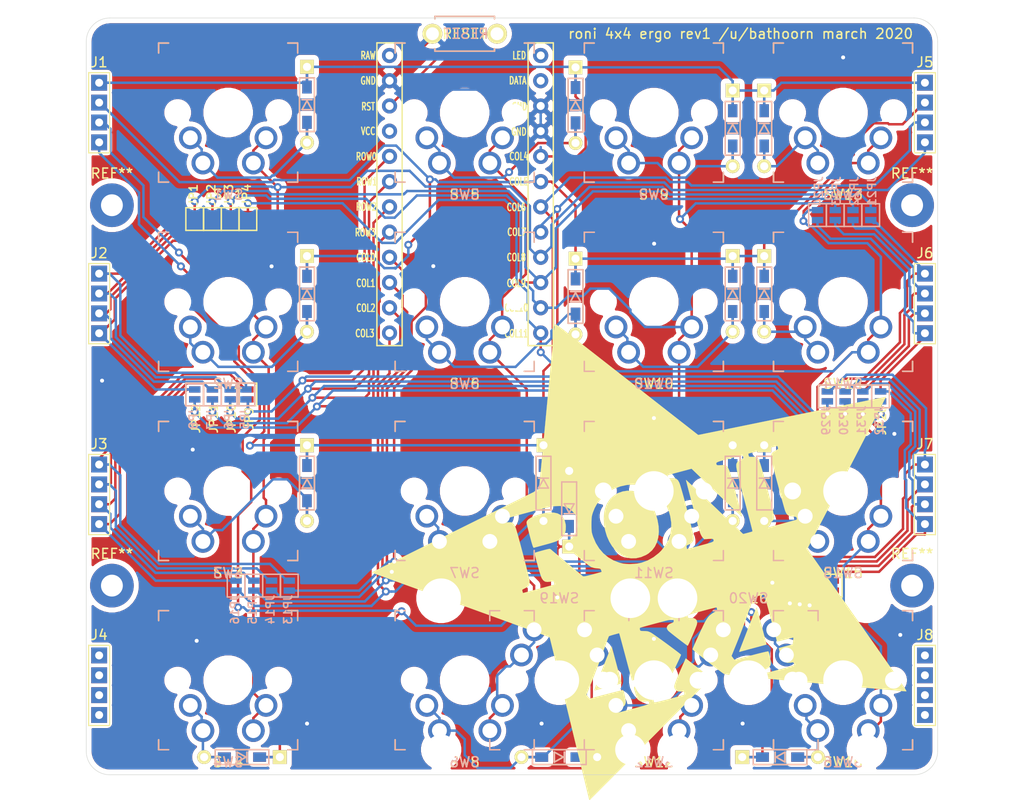
<source format=kicad_pcb>
(kicad_pcb (version 20171130) (host pcbnew 5.1.4+dfsg1-1)
  (layers (0 F.Cu signal) (31 B.Cu signal) (34 B.Paste user) (35 F.Paste user) (36 B.SilkS user) (37 F.SilkS user) (38 B.Mask user) (39 F.Mask user) (44 Edge.Cuts user))
  (net 0 "")
  (net 1 row00)
  (net 2 "Net-(D1-Pad2)")
  (net 3 row01)
  (net 4 "Net-(D2-Pad2)")
  (net 5 row02)
  (net 6 "Net-(D3-Pad2)")
  (net 7 row03)
  (net 8 "Net-(D4-Pad2)")
  (net 9 "Net-(D5-Pad2)")
  (net 10 "Net-(D6-Pad2)")
  (net 11 "Net-(D7-Pad2)")
  (net 12 "Net-(D8-Pad2)")
  (net 13 "Net-(D9-Pad2)")
  (net 14 "Net-(D10-Pad2)")
  (net 15 "Net-(D11-Pad2)")
  (net 16 "Net-(D12-Pad2)")
  (net 17 "Net-(D13-Pad2)")
  (net 18 "Net-(D14-Pad2)")
  (net 19 "Net-(D15-Pad2)")
  (net 20 "Net-(D16-Pad2)")
  (net 21 "Net-(J2-Pad1)")
  (net 22 "Net-(J2-Pad2)")
  (net 23 "Net-(J2-Pad3)")
  (net 24 "Net-(J2-Pad4)")
  (net 25 "Net-(J3-Pad4)")
  (net 26 "Net-(J3-Pad3)")
  (net 27 "Net-(J3-Pad2)")
  (net 28 "Net-(J3-Pad1)")
  (net 29 "Net-(J4-Pad1)")
  (net 30 "Net-(J4-Pad2)")
  (net 31 "Net-(J4-Pad3)")
  (net 32 "Net-(J4-Pad4)")
  (net 33 "Net-(J6-Pad1)")
  (net 34 "Net-(J6-Pad2)")
  (net 35 "Net-(J6-Pad3)")
  (net 36 "Net-(J6-Pad4)")
  (net 37 "Net-(J7-Pad4)")
  (net 38 "Net-(J7-Pad3)")
  (net 39 "Net-(J7-Pad2)")
  (net 40 "Net-(J7-Pad1)")
  (net 41 "Net-(J8-Pad4)")
  (net 42 "Net-(J8-Pad3)")
  (net 43 "Net-(J8-Pad2)")
  (net 44 "Net-(J8-Pad1)")
  (net 45 col00)
  (net 46 col01)
  (net 47 col02)
  (net 48 col03)
  (net 49 col04)
  (net 50 col05)
  (net 51 col06)
  (net 52 col07)
  (net 53 col08)
  (net 54 col09)
  (net 55 col10)
  (net 56 col11)
  (net 57 "Net-(SW17-Pad1)")
  (net 58 GND)
  (net 59 "Net-(U1-Pad24)")
  (net 60 VCC)
  (net 61 "Net-(U1-Pad2)")
  (net 62 "Net-(U1-Pad1)")
  (module nori4x4:J_1x04_P2.00mm_Vertical (layer F.Cu) (at 63.20705 19.21935)
    (fp_text reference J1 (at 0 -2.06) (layer F.SilkS))
    (fp_text value Conn_01x04)
    (pad 4 thru_hole rect (at 0 6) (size 1.6 1.6) (drill 0.8) (layers *.Cu *.Mask) (net 7 row03))
    (pad 3 thru_hole rect (at 0 4) (size 1.6 1.6) (drill 0.8) (layers *.Cu *.Mask) (net 5 row02))
    (pad 2 thru_hole rect (at 0 2) (size 1.6 1.6) (drill 0.8) (layers *.Cu *.Mask) (net 3 row01))
    (pad 1 thru_hole rect (at 0 0) (size 1.6 1.6) (drill 0.8) (layers *.Cu *.Mask) (net 1 row00))
  )
  (module kbd:D3_TH_SMD (layer F.Cu) (at 84.1319 59.5275 270)
    (fp_text reference D3 hide)
    (fp_text value D hide)
    (pad 1 smd rect (at -1.775 0 270) (size 1.3 0.95) (layers F.Cu F.Paste F.Mask) (net 5 row02))
    (pad 2 smd rect (at 1.775 0 270) (size 1.3 0.95) (layers B.Cu B.Paste B.Mask) (net 6 "Net-(D3-Pad2)"))
    (pad 1 smd rect (at -1.775 0 270) (size 1.3 0.95) (layers B.Cu B.Paste B.Mask) (net 5 row02))
    (pad 1 thru_hole rect (at -3.81 0 270) (size 1.397 1.397) (drill 0.8128) (layers *.Cu *.Mask F.SilkS) (net 5 row02))
    (pad 2 thru_hole circle (at 3.81 0 270) (size 1.397 1.397) (drill 0.8128) (layers *.Cu *.Mask F.SilkS) (net 6 "Net-(D3-Pad2)"))
    (pad 2 smd rect (at 1.775 0 270) (size 1.3 0.95) (layers F.Cu F.Paste F.Mask) (net 6 "Net-(D3-Pad2)"))
  )
  (module keyswitches:Stabilizer_MX_2u (layer F.Cu) (at 109.537776 79.3752 180)
    (fp_text reference REF** hide)
    (fp_text value Stabilizer_MX_2u hide)
    (pad "" np_thru_hole circle (at 11.9 8.255 180) (size 3.9878 3.9878) (drill 3.9878) (layers *.Cu *.Mask))
    (pad "" np_thru_hole circle (at -11.9 8.255 180) (size 3.9878 3.9878) (drill 3.9878) (layers *.Cu *.Mask))
    (pad "" np_thru_hole circle (at 11.9 -6.985 180) (size 3.048 3.048) (drill 3.048) (layers *.Cu *.Mask))
    (pad "" np_thru_hole circle (at -11.9 -6.985 180) (size 3.048 3.048) (drill 3.048) (layers *.Cu *.Mask))
  )
  (module keyswitches:Stabilizer_MX_2u (layer F.Cu) (at 128.587824 79.3752 180)
    (fp_text reference REF** hide)
    (fp_text value Stabilizer_MX_2u hide)
    (pad "" np_thru_hole circle (at 11.9 8.255 180) (size 3.9878 3.9878) (drill 3.9878) (layers *.Cu *.Mask))
    (pad "" np_thru_hole circle (at -11.9 8.255 180) (size 3.9878 3.9878) (drill 3.9878) (layers *.Cu *.Mask))
    (pad "" np_thru_hole circle (at 11.9 -6.985 180) (size 3.048 3.048) (drill 3.048) (layers *.Cu *.Mask))
    (pad "" np_thru_hole circle (at -11.9 -6.985 180) (size 3.048 3.048) (drill 3.048) (layers *.Cu *.Mask))
  )
  (module MountingHole:MountingHole_2.2mm_M2_Pad (layer F.Cu) (at 145.058178 31.551642)
    (fp_text reference REF** (at 0 -3.2) (layer F.SilkS))
    (fp_text value MountingHole_2.2mm_M2_Pad)
    (pad 1 thru_hole circle (at 0 0) (size 4.4 4.4) (drill 2.2) (layers *.Cu *.Mask))
  )
  (module nori4x4:roni_star (layer F.Cu) (at 117.6147 67.437)
    (fp_text reference G*** hide)
    (fp_text value LOGO hide)
  )
  (module nori4x4:J_1x04_P2.00mm_Vertical (layer F.Cu) (at 63.20705 38.4387)
    (fp_text reference J2 (at 0 -2.06) (layer F.SilkS))
    (fp_text value Conn_01x04)
    (pad 4 thru_hole rect (at 0 6) (size 1.6 1.6) (drill 0.8) (layers *.Cu *.Mask) (net 24 "Net-(J2-Pad4)"))
    (pad 3 thru_hole rect (at 0 4) (size 1.6 1.6) (drill 0.8) (layers *.Cu *.Mask) (net 23 "Net-(J2-Pad3)"))
    (pad 2 thru_hole rect (at 0 2) (size 1.6 1.6) (drill 0.8) (layers *.Cu *.Mask) (net 22 "Net-(J2-Pad2)"))
    (pad 1 thru_hole rect (at 0 0) (size 1.6 1.6) (drill 0.8) (layers *.Cu *.Mask) (net 21 "Net-(J2-Pad1)"))
  )
  (module nori4x4:J_1x04_P2.00mm_Vertical (layer F.Cu) (at 63.20705 57.65805)
    (fp_text reference J3 (at 0 -2.06) (layer F.SilkS))
    (fp_text value Conn_01x04)
    (pad 4 thru_hole rect (at 0 6) (size 1.6 1.6) (drill 0.8) (layers *.Cu *.Mask) (net 25 "Net-(J3-Pad4)"))
    (pad 3 thru_hole rect (at 0 4) (size 1.6 1.6) (drill 0.8) (layers *.Cu *.Mask) (net 26 "Net-(J3-Pad3)"))
    (pad 2 thru_hole rect (at 0 2) (size 1.6 1.6) (drill 0.8) (layers *.Cu *.Mask) (net 27 "Net-(J3-Pad2)"))
    (pad 1 thru_hole rect (at 0 0) (size 1.6 1.6) (drill 0.8) (layers *.Cu *.Mask) (net 28 "Net-(J3-Pad1)"))
  )
  (module nori4x4:J_1x04_P2.00mm_Vertical (layer F.Cu) (at 63.20705 76.8774)
    (fp_text reference J4 (at 0 -2.06) (layer F.SilkS))
    (fp_text value Conn_01x04)
    (pad 4 thru_hole rect (at 0 6) (size 1.6 1.6) (drill 0.8) (layers *.Cu *.Mask) (net 32 "Net-(J4-Pad4)"))
    (pad 3 thru_hole rect (at 0 4) (size 1.6 1.6) (drill 0.8) (layers *.Cu *.Mask) (net 31 "Net-(J4-Pad3)"))
    (pad 2 thru_hole rect (at 0 2) (size 1.6 1.6) (drill 0.8) (layers *.Cu *.Mask) (net 30 "Net-(J4-Pad2)"))
    (pad 1 thru_hole rect (at 0 0) (size 1.6 1.6) (drill 0.8) (layers *.Cu *.Mask) (net 29 "Net-(J4-Pad1)"))
  )
  (module nori4x4:J_1x04_P2.00mm_Vertical (layer F.Cu) (at 146.348025 19.21935)
    (fp_text reference J5 (at 0 -2.06) (layer F.SilkS))
    (fp_text value Conn_01x04)
    (pad 4 thru_hole rect (at 0 6) (size 1.6 1.6) (drill 0.8) (layers *.Cu *.Mask) (net 7 row03))
    (pad 3 thru_hole rect (at 0 4) (size 1.6 1.6) (drill 0.8) (layers *.Cu *.Mask) (net 5 row02))
    (pad 2 thru_hole rect (at 0 2) (size 1.6 1.6) (drill 0.8) (layers *.Cu *.Mask) (net 3 row01))
    (pad 1 thru_hole rect (at 0 0) (size 1.6 1.6) (drill 0.8) (layers *.Cu *.Mask) (net 1 row00))
  )
  (module nori4x4:J_1x04_P2.00mm_Vertical (layer F.Cu) (at 146.348025 38.4387)
    (fp_text reference J6 (at 0 -2.06) (layer F.SilkS))
    (fp_text value Conn_01x04)
    (pad 4 thru_hole rect (at 0 6) (size 1.6 1.6) (drill 0.8) (layers *.Cu *.Mask) (net 36 "Net-(J6-Pad4)"))
    (pad 3 thru_hole rect (at 0 4) (size 1.6 1.6) (drill 0.8) (layers *.Cu *.Mask) (net 35 "Net-(J6-Pad3)"))
    (pad 2 thru_hole rect (at 0 2) (size 1.6 1.6) (drill 0.8) (layers *.Cu *.Mask) (net 34 "Net-(J6-Pad2)"))
    (pad 1 thru_hole rect (at 0 0) (size 1.6 1.6) (drill 0.8) (layers *.Cu *.Mask) (net 33 "Net-(J6-Pad1)"))
  )
  (module nori4x4:J_1x04_P2.00mm_Vertical (layer F.Cu) (at 146.348025 57.65805)
    (fp_text reference J7 (at 0 -2.06) (layer F.SilkS))
    (fp_text value Conn_01x04)
    (pad 4 thru_hole rect (at 0 6) (size 1.6 1.6) (drill 0.8) (layers *.Cu *.Mask) (net 37 "Net-(J7-Pad4)"))
    (pad 3 thru_hole rect (at 0 4) (size 1.6 1.6) (drill 0.8) (layers *.Cu *.Mask) (net 38 "Net-(J7-Pad3)"))
    (pad 2 thru_hole rect (at 0 2) (size 1.6 1.6) (drill 0.8) (layers *.Cu *.Mask) (net 39 "Net-(J7-Pad2)"))
    (pad 1 thru_hole rect (at 0 0) (size 1.6 1.6) (drill 0.8) (layers *.Cu *.Mask) (net 40 "Net-(J7-Pad1)"))
  )
  (module nori4x4:J_1x04_P2.00mm_Vertical (layer F.Cu) (at 146.348025 76.8774)
    (fp_text reference J8 (at 0 -2.06) (layer F.SilkS))
    (fp_text value Conn_01x04)
    (pad 4 thru_hole rect (at 0 6) (size 1.6 1.6) (drill 0.8) (layers *.Cu *.Mask) (net 41 "Net-(J8-Pad4)"))
    (pad 3 thru_hole rect (at 0 4) (size 1.6 1.6) (drill 0.8) (layers *.Cu *.Mask) (net 42 "Net-(J8-Pad3)"))
    (pad 2 thru_hole rect (at 0 2) (size 1.6 1.6) (drill 0.8) (layers *.Cu *.Mask) (net 43 "Net-(J8-Pad2)"))
    (pad 1 thru_hole rect (at 0 0) (size 1.6 1.6) (drill 0.8) (layers *.Cu *.Mask) (net 44 "Net-(J8-Pad1)"))
  )
  (module MountingHole:MountingHole_2.2mm_M2_Pad (layer F.Cu) (at 64.492374 69.850176)
    (fp_text reference REF** (at 0 -3.2) (layer F.SilkS))
    (fp_text value MountingHole_2.2mm_M2_Pad)
    (pad 1 thru_hole circle (at 0 0) (size 4.4 4.4) (drill 2.2) (layers *.Cu *.Mask))
  )
  (module MountingHole:MountingHole_2.2mm_M2_Pad (layer F.Cu) (at 145.058178 69.850176)
    (fp_text reference REF** (at 0 -3.2) (layer F.SilkS))
    (fp_text value MountingHole_2.2mm_M2_Pad)
    (pad 1 thru_hole circle (at 0 0) (size 4.4 4.4) (drill 2.2) (layers *.Cu *.Mask))
  )
  (module MountingHole:MountingHole_2.2mm_M2_Pad (layer F.Cu) (at 64.492374 31.551642)
    (fp_text reference REF** (at 0 -3.2) (layer F.SilkS))
    (fp_text value MountingHole_2.2mm_M2_Pad)
    (pad 1 thru_hole circle (at 0 0) (size 4.4 4.4) (drill 2.2) (layers *.Cu *.Mask))
  )
  (module kbd:Jumper (layer F.Cu) (at 72.826758 32.940708 270)
    (fp_text reference JP1 (at -2.413 0.127 90) (layer F.SilkS) (effects (font (size 0.8128 0.8128) (thickness 0.1524))))
    (fp_text value SolderJumper_2_Open hide)
    (pad 1 smd rect (at -0.50038 0 270) (size 0.635 1.143) (layers F.Cu F.Paste F.Mask) (net 45 col00) (clearance 0.1905))
    (pad 2 smd rect (at 0.50038 0 270) (size 0.635 1.143) (layers F.Cu F.Paste F.Mask) (net 21 "Net-(J2-Pad1)") (clearance 0.1905))
  )
  (module kbd:Jumper (layer F.Cu) (at 74.6127 32.940708 270)
    (fp_text reference JP2 (at -2.413 0.127 90) (layer F.SilkS) (effects (font (size 0.8128 0.8128) (thickness 0.1524))))
    (fp_text value SolderJumper_2_Open hide)
    (pad 2 smd rect (at 0.50038 0 270) (size 0.635 1.143) (layers F.Cu F.Paste F.Mask) (net 22 "Net-(J2-Pad2)") (clearance 0.1905))
    (pad 1 smd rect (at -0.50038 0 270) (size 0.635 1.143) (layers F.Cu F.Paste F.Mask) (net 46 col01) (clearance 0.1905))
  )
  (module kbd:Jumper (layer F.Cu) (at 76.398642 32.940708 270)
    (fp_text reference JP3 (at -2.413 0.127 90) (layer F.SilkS) (effects (font (size 0.8128 0.8128) (thickness 0.1524))))
    (fp_text value SolderJumper_2_Open hide)
    (pad 1 smd rect (at -0.50038 0 270) (size 0.635 1.143) (layers F.Cu F.Paste F.Mask) (net 47 col02) (clearance 0.1905))
    (pad 2 smd rect (at 0.50038 0 270) (size 0.635 1.143) (layers F.Cu F.Paste F.Mask) (net 23 "Net-(J2-Pad3)") (clearance 0.1905))
  )
  (module kbd:Jumper (layer F.Cu) (at 78.184584 32.940708 270)
    (fp_text reference JP4 (at -2.413 0.127 90) (layer F.SilkS) (effects (font (size 0.8128 0.8128) (thickness 0.1524))))
    (fp_text value SolderJumper_2_Open hide)
    (pad 1 smd rect (at -0.50038 0 270) (size 0.635 1.143) (layers F.Cu F.Paste F.Mask) (net 48 col03) (clearance 0.1905))
    (pad 2 smd rect (at 0.50038 0 270) (size 0.635 1.143) (layers F.Cu F.Paste F.Mask) (net 24 "Net-(J2-Pad4)") (clearance 0.1905))
  )
  (module kbd:Jumper (layer B.Cu) (at 77.986146 50.60169 90)
    (fp_text reference JP5 (at -2.413 -0.127 90) (layer B.SilkS) (effects (font (size 0.8128 0.8128) (thickness 0.1524)) (justify mirror)))
    (fp_text value SolderJumper_2_Open hide)
    (pad 1 smd rect (at -0.50038 0 90) (size 0.635 1.143) (layers B.Cu B.Paste B.Mask) (net 49 col04) (clearance 0.1905))
    (pad 2 smd rect (at 0.50038 0 90) (size 0.635 1.143) (layers B.Cu B.Paste B.Mask) (net 21 "Net-(J2-Pad1)") (clearance 0.1905))
  )
  (module kbd:Jumper (layer B.Cu) (at 76.398642 50.60169 90)
    (fp_text reference JP6 (at -2.413 -0.127 90) (layer B.SilkS) (effects (font (size 0.8128 0.8128) (thickness 0.1524)) (justify mirror)))
    (fp_text value SolderJumper_2_Open hide)
    (pad 2 smd rect (at 0.50038 0 90) (size 0.635 1.143) (layers B.Cu B.Paste B.Mask) (net 22 "Net-(J2-Pad2)") (clearance 0.1905))
    (pad 1 smd rect (at -0.50038 0 90) (size 0.635 1.143) (layers B.Cu B.Paste B.Mask) (net 50 col05) (clearance 0.1905))
  )
  (module kbd:Jumper (layer B.Cu) (at 74.6127 50.60169 90)
    (fp_text reference JP7 (at -2.413 -0.127 90) (layer B.SilkS) (effects (font (size 0.8128 0.8128) (thickness 0.1524)) (justify mirror)))
    (fp_text value SolderJumper_2_Open hide)
    (pad 1 smd rect (at -0.50038 0 90) (size 0.635 1.143) (layers B.Cu B.Paste B.Mask) (net 51 col06) (clearance 0.1905))
    (pad 2 smd rect (at 0.50038 0 90) (size 0.635 1.143) (layers B.Cu B.Paste B.Mask) (net 23 "Net-(J2-Pad3)") (clearance 0.1905))
  )
  (module kbd:Jumper (layer B.Cu) (at 72.826758 50.60169 90)
    (fp_text reference JP8 (at -2.413 -0.127 90) (layer B.SilkS) (effects (font (size 0.8128 0.8128) (thickness 0.1524)) (justify mirror)))
    (fp_text value SolderJumper_2_Open hide)
    (pad 2 smd rect (at 0.50038 0 90) (size 0.635 1.143) (layers B.Cu B.Paste B.Mask) (net 24 "Net-(J2-Pad4)") (clearance 0.1905))
    (pad 1 smd rect (at -0.50038 0 90) (size 0.635 1.143) (layers B.Cu B.Paste B.Mask) (net 52 col07) (clearance 0.1905))
  )
  (module kbd:Jumper (layer F.Cu) (at 78.184584 50.60169 90)
    (fp_text reference JP9 (at -2.413 0.127 90) (layer F.SilkS) (effects (font (size 0.8128 0.8128) (thickness 0.1524))))
    (fp_text value SolderJumper_2_Open hide)
    (pad 1 smd rect (at -0.50038 0 90) (size 0.635 1.143) (layers F.Cu F.Paste F.Mask) (net 49 col04) (clearance 0.1905))
    (pad 2 smd rect (at 0.50038 0 90) (size 0.635 1.143) (layers F.Cu F.Paste F.Mask) (net 28 "Net-(J3-Pad1)") (clearance 0.1905))
  )
  (module kbd:Jumper (layer F.Cu) (at 76.398642 50.60169 90)
    (fp_text reference JP10 (at -2.413 0.127 90) (layer F.SilkS) (effects (font (size 0.8128 0.8128) (thickness 0.1524))))
    (fp_text value SolderJumper_2_Open hide)
    (pad 2 smd rect (at 0.50038 0 90) (size 0.635 1.143) (layers F.Cu F.Paste F.Mask) (net 27 "Net-(J3-Pad2)") (clearance 0.1905))
    (pad 1 smd rect (at -0.50038 0 90) (size 0.635 1.143) (layers F.Cu F.Paste F.Mask) (net 50 col05) (clearance 0.1905))
  )
  (module kbd:Jumper (layer F.Cu) (at 74.6127 50.60169 90)
    (fp_text reference JP11 (at -2.413 0.127 90) (layer F.SilkS) (effects (font (size 0.8128 0.8128) (thickness 0.1524))))
    (fp_text value SolderJumper_2_Open hide)
    (pad 1 smd rect (at -0.50038 0 90) (size 0.635 1.143) (layers F.Cu F.Paste F.Mask) (net 51 col06) (clearance 0.1905))
    (pad 2 smd rect (at 0.50038 0 90) (size 0.635 1.143) (layers F.Cu F.Paste F.Mask) (net 26 "Net-(J3-Pad3)") (clearance 0.1905))
  )
  (module kbd:Jumper (layer F.Cu) (at 72.826758 50.60169 90)
    (fp_text reference JP12 (at -2.413 0.127 90) (layer F.SilkS) (effects (font (size 0.8128 0.8128) (thickness 0.1524))))
    (fp_text value SolderJumper_2_Open hide)
    (pad 2 smd rect (at 0.50038 0 90) (size 0.635 1.143) (layers F.Cu F.Paste F.Mask) (net 25 "Net-(J3-Pad4)") (clearance 0.1905))
    (pad 1 smd rect (at -0.50038 0 90) (size 0.635 1.143) (layers F.Cu F.Paste F.Mask) (net 52 col07) (clearance 0.1905))
  )
  (module kbd:Jumper (layer B.Cu) (at 82.351782 69.850176 90)
    (fp_text reference JP13 (at -2.413 -0.127 90) (layer B.SilkS) (effects (font (size 0.8128 0.8128) (thickness 0.1524)) (justify mirror)))
    (fp_text value SolderJumper_2_Open hide)
    (pad 1 smd rect (at -0.50038 0 90) (size 0.635 1.143) (layers B.Cu B.Paste B.Mask) (net 53 col08) (clearance 0.1905))
    (pad 2 smd rect (at 0.50038 0 90) (size 0.635 1.143) (layers B.Cu B.Paste B.Mask) (net 28 "Net-(J3-Pad1)") (clearance 0.1905))
  )
  (module kbd:Jumper (layer B.Cu) (at 80.56584 69.850176 90)
    (fp_text reference JP14 (at -2.413 -0.127 90) (layer B.SilkS) (effects (font (size 0.8128 0.8128) (thickness 0.1524)) (justify mirror)))
    (fp_text value SolderJumper_2_Open hide)
    (pad 2 smd rect (at 0.50038 0 90) (size 0.635 1.143) (layers B.Cu B.Paste B.Mask) (net 27 "Net-(J3-Pad2)") (clearance 0.1905))
    (pad 1 smd rect (at -0.50038 0 90) (size 0.635 1.143) (layers B.Cu B.Paste B.Mask) (net 54 col09) (clearance 0.1905))
  )
  (module kbd:Jumper (layer B.Cu) (at 78.779898 69.850176 90)
    (fp_text reference JP15 (at -2.413 -0.127 90) (layer B.SilkS) (effects (font (size 0.8128 0.8128) (thickness 0.1524)) (justify mirror)))
    (fp_text value SolderJumper_2_Open hide)
    (pad 1 smd rect (at -0.50038 0 90) (size 0.635 1.143) (layers B.Cu B.Paste B.Mask) (net 55 col10) (clearance 0.1905))
    (pad 2 smd rect (at 0.50038 0 90) (size 0.635 1.143) (layers B.Cu B.Paste B.Mask) (net 26 "Net-(J3-Pad3)") (clearance 0.1905))
  )
  (module kbd:Jumper (layer B.Cu) (at 76.993956 69.850176 90)
    (fp_text reference JP16 (at -2.413 -0.127 90) (layer B.SilkS) (effects (font (size 0.8128 0.8128) (thickness 0.1524)) (justify mirror)))
    (fp_text value SolderJumper_2_Open hide)
    (pad 2 smd rect (at 0.50038 0 90) (size 0.635 1.143) (layers B.Cu B.Paste B.Mask) (net 25 "Net-(J3-Pad4)") (clearance 0.1905))
    (pad 1 smd rect (at -0.50038 0 90) (size 0.635 1.143) (layers B.Cu B.Paste B.Mask) (net 56 col11) (clearance 0.1905))
  )
  (module kbd:Jumper (layer F.Cu) (at 136.525344 50.800128 90)
    (fp_text reference JP17 (at -2.413 0.127 90) (layer F.SilkS) (effects (font (size 0.8128 0.8128) (thickness 0.1524))))
    (fp_text value SolderJumper_2_Open hide)
    (pad 2 smd rect (at 0.50038 0 90) (size 0.635 1.143) (layers F.Cu F.Paste F.Mask) (net 33 "Net-(J6-Pad1)") (clearance 0.1905))
    (pad 1 smd rect (at -0.50038 0 90) (size 0.635 1.143) (layers F.Cu F.Paste F.Mask) (net 49 col04) (clearance 0.1905))
  )
  (module kbd:Jumper (layer F.Cu) (at 138.311286 50.800128 90)
    (fp_text reference JP18 (at -2.413 0.127 90) (layer F.SilkS) (effects (font (size 0.8128 0.8128) (thickness 0.1524))))
    (fp_text value SolderJumper_2_Open hide)
    (pad 1 smd rect (at -0.50038 0 90) (size 0.635 1.143) (layers F.Cu F.Paste F.Mask) (net 50 col05) (clearance 0.1905))
    (pad 2 smd rect (at 0.50038 0 90) (size 0.635 1.143) (layers F.Cu F.Paste F.Mask) (net 34 "Net-(J6-Pad2)") (clearance 0.1905))
  )
  (module kbd:Jumper (layer F.Cu) (at 140.097228 50.800128 90)
    (fp_text reference JP19 (at -2.413 0.127 90) (layer F.SilkS) (effects (font (size 0.8128 0.8128) (thickness 0.1524))))
    (fp_text value SolderJumper_2_Open hide)
    (pad 2 smd rect (at 0.50038 0 90) (size 0.635 1.143) (layers F.Cu F.Paste F.Mask) (net 35 "Net-(J6-Pad3)") (clearance 0.1905))
    (pad 1 smd rect (at -0.50038 0 90) (size 0.635 1.143) (layers F.Cu F.Paste F.Mask) (net 51 col06) (clearance 0.1905))
  )
  (module kbd:Jumper (layer F.Cu) (at 141.88317 50.800128 90)
    (fp_text reference JP20 (at -2.413 0.127 90) (layer F.SilkS) (effects (font (size 0.8128 0.8128) (thickness 0.1524))))
    (fp_text value SolderJumper_2_Open hide)
    (pad 1 smd rect (at -0.50038 0 90) (size 0.635 1.143) (layers F.Cu F.Paste F.Mask) (net 52 col07) (clearance 0.1905))
    (pad 2 smd rect (at 0.50038 0 90) (size 0.635 1.143) (layers F.Cu F.Paste F.Mask) (net 36 "Net-(J6-Pad4)") (clearance 0.1905))
  )
  (module kbd:Jumper (layer B.Cu) (at 140.89098 32.543832 270)
    (fp_text reference JP21 (at -2.413 -0.127 90) (layer B.SilkS) (effects (font (size 0.8128 0.8128) (thickness 0.1524)) (justify mirror)))
    (fp_text value SolderJumper_2_Open hide)
    (pad 2 smd rect (at 0.50038 0 270) (size 0.635 1.143) (layers B.Cu B.Paste B.Mask) (net 33 "Net-(J6-Pad1)") (clearance 0.1905))
    (pad 1 smd rect (at -0.50038 0 270) (size 0.635 1.143) (layers B.Cu B.Paste B.Mask) (net 45 col00) (clearance 0.1905))
  )
  (module kbd:Jumper (layer B.Cu) (at 139.105038 32.543832 270)
    (fp_text reference JP22 (at -2.413 -0.127 90) (layer B.SilkS) (effects (font (size 0.8128 0.8128) (thickness 0.1524)) (justify mirror)))
    (fp_text value SolderJumper_2_Open hide)
    (pad 1 smd rect (at -0.50038 0 270) (size 0.635 1.143) (layers B.Cu B.Paste B.Mask) (net 46 col01) (clearance 0.1905))
    (pad 2 smd rect (at 0.50038 0 270) (size 0.635 1.143) (layers B.Cu B.Paste B.Mask) (net 34 "Net-(J6-Pad2)") (clearance 0.1905))
  )
  (module kbd:Jumper (layer B.Cu) (at 137.319096 32.543832 270)
    (fp_text reference JP23 (at -2.413 -0.127 90) (layer B.SilkS) (effects (font (size 0.8128 0.8128) (thickness 0.1524)) (justify mirror)))
    (fp_text value SolderJumper_2_Open hide)
    (pad 1 smd rect (at -0.50038 0 270) (size 0.635 1.143) (layers B.Cu B.Paste B.Mask) (net 47 col02) (clearance 0.1905))
    (pad 2 smd rect (at 0.50038 0 270) (size 0.635 1.143) (layers B.Cu B.Paste B.Mask) (net 35 "Net-(J6-Pad3)") (clearance 0.1905))
  )
  (module kbd:Jumper (layer B.Cu) (at 135.533154 32.543832 270)
    (fp_text reference JP24 (at -2.413 -0.127 90) (layer B.SilkS) (effects (font (size 0.8128 0.8128) (thickness 0.1524)) (justify mirror)))
    (fp_text value SolderJumper_2_Open hide)
    (pad 2 smd rect (at 0.50038 0 270) (size 0.635 1.143) (layers B.Cu B.Paste B.Mask) (net 36 "Net-(J6-Pad4)") (clearance 0.1905))
    (pad 1 smd rect (at -0.50038 0 270) (size 0.635 1.143) (layers B.Cu B.Paste B.Mask) (net 48 col03) (clearance 0.1905))
  )
  (module kbd:Jumper (layer F.Cu) (at 132.159708 69.850176 90)
    (fp_text reference JP25 (at -2.413 0.127 90) (layer F.SilkS) (effects (font (size 0.8128 0.8128) (thickness 0.1524))))
    (fp_text value SolderJumper_2_Open hide)
    (pad 2 smd rect (at 0.50038 0 90) (size 0.635 1.143) (layers F.Cu F.Paste F.Mask) (net 40 "Net-(J7-Pad1)") (clearance 0.1905))
    (pad 1 smd rect (at -0.50038 0 90) (size 0.635 1.143) (layers F.Cu F.Paste F.Mask) (net 53 col08) (clearance 0.1905))
  )
  (module kbd:Jumper (layer F.Cu) (at 133.747212 69.850176 90)
    (fp_text reference JP26 (at -2.413 0.127 90) (layer F.SilkS) (effects (font (size 0.8128 0.8128) (thickness 0.1524))))
    (fp_text value SolderJumper_2_Open hide)
    (pad 1 smd rect (at -0.50038 0 90) (size 0.635 1.143) (layers F.Cu F.Paste F.Mask) (net 54 col09) (clearance 0.1905))
    (pad 2 smd rect (at 0.50038 0 90) (size 0.635 1.143) (layers F.Cu F.Paste F.Mask) (net 39 "Net-(J7-Pad2)") (clearance 0.1905))
  )
  (module kbd:Jumper (layer F.Cu) (at 135.334716 69.850176 90)
    (fp_text reference JP27 (at -2.413 0.127 90) (layer F.SilkS) (effects (font (size 0.8128 0.8128) (thickness 0.1524))))
    (fp_text value SolderJumper_2_Open hide)
    (pad 1 smd rect (at -0.50038 0 90) (size 0.635 1.143) (layers F.Cu F.Paste F.Mask) (net 55 col10) (clearance 0.1905))
    (pad 2 smd rect (at 0.50038 0 90) (size 0.635 1.143) (layers F.Cu F.Paste F.Mask) (net 38 "Net-(J7-Pad3)") (clearance 0.1905))
  )
  (module kbd:Jumper (layer F.Cu) (at 137.120658 69.850176 90)
    (fp_text reference JP28 (at -2.413 0.127 90) (layer F.SilkS) (effects (font (size 0.8128 0.8128) (thickness 0.1524))))
    (fp_text value SolderJumper_2_Open hide)
    (pad 2 smd rect (at 0.50038 0 90) (size 0.635 1.143) (layers F.Cu F.Paste F.Mask) (net 37 "Net-(J7-Pad4)") (clearance 0.1905))
    (pad 1 smd rect (at -0.50038 0 90) (size 0.635 1.143) (layers F.Cu F.Paste F.Mask) (net 56 col11) (clearance 0.1905))
  )
  (module kbd:Jumper (layer B.Cu) (at 136.525344 50.800128 90)
    (fp_text reference JP29 (at -2.413 -0.127 90) (layer B.SilkS) (effects (font (size 0.8128 0.8128) (thickness 0.1524)) (justify mirror)))
    (fp_text value SolderJumper_2_Open hide)
    (pad 2 smd rect (at 0.50038 0 90) (size 0.635 1.143) (layers B.Cu B.Paste B.Mask) (net 40 "Net-(J7-Pad1)") (clearance 0.1905))
    (pad 1 smd rect (at -0.50038 0 90) (size 0.635 1.143) (layers B.Cu B.Paste B.Mask) (net 49 col04) (clearance 0.1905))
  )
  (module kbd:Jumper (layer B.Cu) (at 138.311286 50.800128 90)
    (fp_text reference JP30 (at -2.413 -0.127 90) (layer B.SilkS) (effects (font (size 0.8128 0.8128) (thickness 0.1524)) (justify mirror)))
    (fp_text value SolderJumper_2_Open hide)
    (pad 2 smd rect (at 0.50038 0 90) (size 0.635 1.143) (layers B.Cu B.Paste B.Mask) (net 39 "Net-(J7-Pad2)") (clearance 0.1905))
    (pad 1 smd rect (at -0.50038 0 90) (size 0.635 1.143) (layers B.Cu B.Paste B.Mask) (net 50 col05) (clearance 0.1905))
  )
  (module kbd:Jumper (layer B.Cu) (at 140.097228 50.800128 90)
    (fp_text reference JP31 (at -2.413 -0.127 90) (layer B.SilkS) (effects (font (size 0.8128 0.8128) (thickness 0.1524)) (justify mirror)))
    (fp_text value SolderJumper_2_Open hide)
    (pad 1 smd rect (at -0.50038 0 90) (size 0.635 1.143) (layers B.Cu B.Paste B.Mask) (net 51 col06) (clearance 0.1905))
    (pad 2 smd rect (at 0.50038 0 90) (size 0.635 1.143) (layers B.Cu B.Paste B.Mask) (net 38 "Net-(J7-Pad3)") (clearance 0.1905))
  )
  (module kbd:Jumper (layer B.Cu) (at 141.88317 50.800128 90)
    (fp_text reference JP32 (at -2.413 -0.127 90) (layer B.SilkS) (effects (font (size 0.8128 0.8128) (thickness 0.1524)) (justify mirror)))
    (fp_text value SolderJumper_2_Open hide)
    (pad 2 smd rect (at 0.50038 0 90) (size 0.635 1.143) (layers B.Cu B.Paste B.Mask) (net 37 "Net-(J7-Pad4)") (clearance 0.1905))
    (pad 1 smd rect (at -0.50038 0 90) (size 0.635 1.143) (layers B.Cu B.Paste B.Mask) (net 52 col07) (clearance 0.1905))
  )
  (module kbd:ResetSW (layer F.Cu) (at 100.0125 14.2866)
    (fp_text reference SW17 hide)
    (fp_text value SW_PUSH)
    (fp_text user RESET (at 0.127 0) (layer B.SilkS) (effects (justify mirror)))
    (fp_text user RESET (at 0 0) (layer F.SilkS))
    (pad 1 thru_hole circle (at 3.25 0) (size 2 2) (drill 1.3) (layers *.Cu *.Mask F.SilkS) (net 57 "Net-(SW17-Pad1)"))
    (pad 2 thru_hole circle (at -3.25 0) (size 2 2) (drill 1.3) (layers *.Cu *.Mask F.SilkS) (net 58 GND))
  )
  (module kbd:D3_TH_SMD (layer F.Cu) (at 84.1319 21.4299 270)
    (fp_text reference D1 hide)
    (fp_text value D hide)
    (pad 1 smd rect (at -1.775 0 270) (size 1.3 0.95) (layers F.Cu F.Paste F.Mask) (net 1 row00))
    (pad 2 smd rect (at 1.775 0 270) (size 1.3 0.95) (layers B.Cu B.Paste B.Mask) (net 2 "Net-(D1-Pad2)"))
    (pad 1 smd rect (at -1.775 0 270) (size 1.3 0.95) (layers B.Cu B.Paste B.Mask) (net 1 row00))
    (pad 1 thru_hole rect (at -3.81 0 270) (size 1.397 1.397) (drill 0.8128) (layers *.Cu *.Mask F.SilkS) (net 1 row00))
    (pad 2 thru_hole circle (at 3.81 0 270) (size 1.397 1.397) (drill 0.8128) (layers *.Cu *.Mask F.SilkS) (net 2 "Net-(D1-Pad2)"))
    (pad 2 smd rect (at 1.775 0 270) (size 1.3 0.95) (layers F.Cu F.Paste F.Mask) (net 2 "Net-(D1-Pad2)"))
  )
  (module kbd:D3_TH_SMD (layer F.Cu) (at 84.1319 40.4787 270)
    (fp_text reference D2 hide)
    (fp_text value D hide)
    (pad 1 smd rect (at -1.775 0 270) (size 1.3 0.95) (layers F.Cu F.Paste F.Mask) (net 3 row01))
    (pad 2 smd rect (at 1.775 0 270) (size 1.3 0.95) (layers B.Cu B.Paste B.Mask) (net 4 "Net-(D2-Pad2)"))
    (pad 1 smd rect (at -1.775 0 270) (size 1.3 0.95) (layers B.Cu B.Paste B.Mask) (net 3 row01))
    (pad 1 thru_hole rect (at -3.81 0 270) (size 1.397 1.397) (drill 0.8128) (layers *.Cu *.Mask F.SilkS) (net 3 row01))
    (pad 2 thru_hole circle (at 3.81 0 270) (size 1.397 1.397) (drill 0.8128) (layers *.Cu *.Mask F.SilkS) (net 4 "Net-(D2-Pad2)"))
    (pad 2 smd rect (at 1.775 0 270) (size 1.3 0.95) (layers F.Cu F.Paste F.Mask) (net 4 "Net-(D2-Pad2)"))
  )
  (module kbd:D3_TH_SMD (layer F.Cu) (at 77.589258 87.114282 180)
    (fp_text reference D4 hide)
    (fp_text value D hide)
    (pad 1 smd rect (at -1.775 0 180) (size 1.3 0.95) (layers F.Cu F.Paste F.Mask) (net 7 row03))
    (pad 2 smd rect (at 1.775 0 180) (size 1.3 0.95) (layers B.Cu B.Paste B.Mask) (net 8 "Net-(D4-Pad2)"))
    (pad 1 smd rect (at -1.775 0 180) (size 1.3 0.95) (layers B.Cu B.Paste B.Mask) (net 7 row03))
    (pad 1 thru_hole rect (at -3.81 0 180) (size 1.397 1.397) (drill 0.8128) (layers *.Cu *.Mask F.SilkS) (net 7 row03))
    (pad 2 thru_hole circle (at 3.81 0 180) (size 1.397 1.397) (drill 0.8128) (layers *.Cu *.Mask F.SilkS) (net 8 "Net-(D4-Pad2)"))
    (pad 2 smd rect (at 1.775 0 180) (size 1.3 0.95) (layers F.Cu F.Paste F.Mask) (net 8 "Net-(D4-Pad2)"))
  )
  (module kbd:D3_TH_SMD (layer F.Cu) (at 111.17075 21.48045 270)
    (fp_text reference D5 hide)
    (fp_text value D hide)
    (pad 2 smd rect (at 1.775 0 270) (size 1.3 0.95) (layers F.Cu F.Paste F.Mask) (net 9 "Net-(D5-Pad2)"))
    (pad 2 thru_hole circle (at 3.81 0 270) (size 1.397 1.397) (drill 0.8128) (layers *.Cu *.Mask F.SilkS) (net 9 "Net-(D5-Pad2)"))
    (pad 1 thru_hole rect (at -3.81 0 270) (size 1.397 1.397) (drill 0.8128) (layers *.Cu *.Mask F.SilkS) (net 1 row00))
    (pad 1 smd rect (at -1.775 0 270) (size 1.3 0.95) (layers B.Cu B.Paste B.Mask) (net 1 row00))
    (pad 2 smd rect (at 1.775 0 270) (size 1.3 0.95) (layers B.Cu B.Paste B.Mask) (net 9 "Net-(D5-Pad2)"))
    (pad 1 smd rect (at -1.775 0 270) (size 1.3 0.95) (layers F.Cu F.Paste F.Mask) (net 1 row00))
  )
  (module kbd:D3_TH_SMD (layer F.Cu) (at 111.17075 40.7413 270)
    (fp_text reference D6 hide)
    (fp_text value D hide)
    (pad 2 smd rect (at 1.775 0 270) (size 1.3 0.95) (layers F.Cu F.Paste F.Mask) (net 10 "Net-(D6-Pad2)"))
    (pad 2 thru_hole circle (at 3.81 0 270) (size 1.397 1.397) (drill 0.8128) (layers *.Cu *.Mask F.SilkS) (net 10 "Net-(D6-Pad2)"))
    (pad 1 thru_hole rect (at -3.81 0 270) (size 1.397 1.397) (drill 0.8128) (layers *.Cu *.Mask F.SilkS) (net 3 row01))
    (pad 1 smd rect (at -1.775 0 270) (size 1.3 0.95) (layers B.Cu B.Paste B.Mask) (net 3 row01))
    (pad 2 smd rect (at 1.775 0 270) (size 1.3 0.95) (layers B.Cu B.Paste B.Mask) (net 10 "Net-(D6-Pad2)"))
    (pad 1 smd rect (at -1.775 0 270) (size 1.3 0.95) (layers F.Cu F.Paste F.Mask) (net 3 row01))
  )
  (module kbd:D3_TH_SMD (layer F.Cu) (at 107.9432 59.5275 270)
    (fp_text reference D7 hide)
    (fp_text value D hide)
    (pad 2 smd rect (at 1.775 0 270) (size 1.3 0.95) (layers F.Cu F.Paste F.Mask) (net 11 "Net-(D7-Pad2)"))
    (pad 2 thru_hole circle (at 3.81 0 270) (size 1.397 1.397) (drill 0.8128) (layers *.Cu *.Mask F.SilkS) (net 11 "Net-(D7-Pad2)"))
    (pad 1 thru_hole rect (at -3.81 0 270) (size 1.397 1.397) (drill 0.8128) (layers *.Cu *.Mask F.SilkS) (net 5 row02))
    (pad 1 smd rect (at -1.775 0 270) (size 1.3 0.95) (layers B.Cu B.Paste B.Mask) (net 5 row02))
    (pad 2 smd rect (at 1.775 0 270) (size 1.3 0.95) (layers B.Cu B.Paste B.Mask) (net 11 "Net-(D7-Pad2)"))
    (pad 1 smd rect (at -1.775 0 270) (size 1.3 0.95) (layers F.Cu F.Paste F.Mask) (net 5 row02))
  )
  (module kbd:D3_TH_SMD (layer F.Cu) (at 109.537776 87.114282 180)
    (fp_text reference D8 hide)
    (fp_text value D hide)
    (pad 2 smd rect (at 1.775 0 180) (size 1.3 0.95) (layers F.Cu F.Paste F.Mask) (net 12 "Net-(D8-Pad2)"))
    (pad 2 thru_hole circle (at 3.81 0 180) (size 1.397 1.397) (drill 0.8128) (layers *.Cu *.Mask F.SilkS) (net 12 "Net-(D8-Pad2)"))
    (pad 1 thru_hole rect (at -3.81 0 180) (size 1.397 1.397) (drill 0.8128) (layers *.Cu *.Mask F.SilkS) (net 7 row03))
    (pad 1 smd rect (at -1.775 0 180) (size 1.3 0.95) (layers B.Cu B.Paste B.Mask) (net 7 row03))
    (pad 2 smd rect (at 1.775 0 180) (size 1.3 0.95) (layers B.Cu B.Paste B.Mask) (net 12 "Net-(D8-Pad2)"))
    (pad 1 smd rect (at -1.775 0 180) (size 1.3 0.95) (layers F.Cu F.Paste F.Mask) (net 7 row03))
  )
  (module kbd:D3_TH_SMD (layer F.Cu) (at 126.992 23.81115 270)
    (fp_text reference D9 hide)
    (fp_text value D hide)
    (pad 1 smd rect (at -1.775 0 270) (size 1.3 0.95) (layers F.Cu F.Paste F.Mask) (net 1 row00))
    (pad 2 smd rect (at 1.775 0 270) (size 1.3 0.95) (layers B.Cu B.Paste B.Mask) (net 13 "Net-(D9-Pad2)"))
    (pad 1 smd rect (at -1.775 0 270) (size 1.3 0.95) (layers B.Cu B.Paste B.Mask) (net 1 row00))
    (pad 1 thru_hole rect (at -3.81 0 270) (size 1.397 1.397) (drill 0.8128) (layers *.Cu *.Mask F.SilkS) (net 1 row00))
    (pad 2 thru_hole circle (at 3.81 0 270) (size 1.397 1.397) (drill 0.8128) (layers *.Cu *.Mask F.SilkS) (net 13 "Net-(D9-Pad2)"))
    (pad 2 smd rect (at 1.775 0 270) (size 1.3 0.95) (layers F.Cu F.Paste F.Mask) (net 13 "Net-(D9-Pad2)"))
  )
  (module kbd:D3_TH_SMD (layer F.Cu) (at 126.992 40.4787 270)
    (fp_text reference D10 hide)
    (fp_text value D hide)
    (pad 1 smd rect (at -1.775 0 270) (size 1.3 0.95) (layers F.Cu F.Paste F.Mask) (net 3 row01))
    (pad 2 smd rect (at 1.775 0 270) (size 1.3 0.95) (layers B.Cu B.Paste B.Mask) (net 14 "Net-(D10-Pad2)"))
    (pad 1 smd rect (at -1.775 0 270) (size 1.3 0.95) (layers B.Cu B.Paste B.Mask) (net 3 row01))
    (pad 1 thru_hole rect (at -3.81 0 270) (size 1.397 1.397) (drill 0.8128) (layers *.Cu *.Mask F.SilkS) (net 3 row01))
    (pad 2 thru_hole circle (at 3.81 0 270) (size 1.397 1.397) (drill 0.8128) (layers *.Cu *.Mask F.SilkS) (net 14 "Net-(D10-Pad2)"))
    (pad 2 smd rect (at 1.775 0 270) (size 1.3 0.95) (layers F.Cu F.Paste F.Mask) (net 14 "Net-(D10-Pad2)"))
  )
  (module kbd:D3_TH_SMD (layer F.Cu) (at 126.992 59.5275 270)
    (fp_text reference D11 hide)
    (fp_text value D hide)
    (pad 1 smd rect (at -1.775 0 270) (size 1.3 0.95) (layers F.Cu F.Paste F.Mask) (net 5 row02))
    (pad 2 smd rect (at 1.775 0 270) (size 1.3 0.95) (layers B.Cu B.Paste B.Mask) (net 15 "Net-(D11-Pad2)"))
    (pad 1 smd rect (at -1.775 0 270) (size 1.3 0.95) (layers B.Cu B.Paste B.Mask) (net 5 row02))
    (pad 1 thru_hole rect (at -3.81 0 270) (size 1.397 1.397) (drill 0.8128) (layers *.Cu *.Mask F.SilkS) (net 5 row02))
    (pad 2 thru_hole circle (at 3.81 0 270) (size 1.397 1.397) (drill 0.8128) (layers *.Cu *.Mask F.SilkS) (net 15 "Net-(D11-Pad2)"))
    (pad 2 smd rect (at 1.775 0 270) (size 1.3 0.95) (layers F.Cu F.Paste F.Mask) (net 15 "Net-(D11-Pad2)"))
  )
  (module kbd:D3_TH_SMD (layer F.Cu) (at 110.529966 62.111094 90)
    (fp_text reference D12 hide)
    (fp_text value D hide)
    (pad 2 smd rect (at 1.775 0 90) (size 1.3 0.95) (layers F.Cu F.Paste F.Mask) (net 16 "Net-(D12-Pad2)"))
    (pad 2 thru_hole circle (at 3.81 0 90) (size 1.397 1.397) (drill 0.8128) (layers *.Cu *.Mask F.SilkS) (net 16 "Net-(D12-Pad2)"))
    (pad 1 thru_hole rect (at -3.81 0 90) (size 1.397 1.397) (drill 0.8128) (layers *.Cu *.Mask F.SilkS) (net 7 row03))
    (pad 1 smd rect (at -1.775 0 90) (size 1.3 0.95) (layers B.Cu B.Paste B.Mask) (net 7 row03))
    (pad 2 smd rect (at 1.775 0 90) (size 1.3 0.95) (layers B.Cu B.Paste B.Mask) (net 16 "Net-(D12-Pad2)"))
    (pad 1 smd rect (at -1.775 0 90) (size 1.3 0.95) (layers F.Cu F.Paste F.Mask) (net 7 row03))
  )
  (module kbd:D3_TH_SMD (layer F.Cu) (at 130.1668 23.81115 270)
    (fp_text reference D13 hide)
    (fp_text value D hide)
    (pad 2 smd rect (at 1.775 0 270) (size 1.3 0.95) (layers F.Cu F.Paste F.Mask) (net 17 "Net-(D13-Pad2)"))
    (pad 2 thru_hole circle (at 3.81 0 270) (size 1.397 1.397) (drill 0.8128) (layers *.Cu *.Mask F.SilkS) (net 17 "Net-(D13-Pad2)"))
    (pad 1 thru_hole rect (at -3.81 0 270) (size 1.397 1.397) (drill 0.8128) (layers *.Cu *.Mask F.SilkS) (net 1 row00))
    (pad 1 smd rect (at -1.775 0 270) (size 1.3 0.95) (layers B.Cu B.Paste B.Mask) (net 1 row00))
    (pad 2 smd rect (at 1.775 0 270) (size 1.3 0.95) (layers B.Cu B.Paste B.Mask) (net 17 "Net-(D13-Pad2)"))
    (pad 1 smd rect (at -1.775 0 270) (size 1.3 0.95) (layers F.Cu F.Paste F.Mask) (net 1 row00))
  )
  (module kbd:D3_TH_SMD (layer F.Cu) (at 130.1668 40.4787 270)
    (fp_text reference D14 hide)
    (fp_text value D hide)
    (pad 2 smd rect (at 1.775 0 270) (size 1.3 0.95) (layers F.Cu F.Paste F.Mask) (net 18 "Net-(D14-Pad2)"))
    (pad 2 thru_hole circle (at 3.81 0 270) (size 1.397 1.397) (drill 0.8128) (layers *.Cu *.Mask F.SilkS) (net 18 "Net-(D14-Pad2)"))
    (pad 1 thru_hole rect (at -3.81 0 270) (size 1.397 1.397) (drill 0.8128) (layers *.Cu *.Mask F.SilkS) (net 3 row01))
    (pad 1 smd rect (at -1.775 0 270) (size 1.3 0.95) (layers B.Cu B.Paste B.Mask) (net 3 row01))
    (pad 2 smd rect (at 1.775 0 270) (size 1.3 0.95) (layers B.Cu B.Paste B.Mask) (net 18 "Net-(D14-Pad2)"))
    (pad 1 smd rect (at -1.775 0 270) (size 1.3 0.95) (layers F.Cu F.Paste F.Mask) (net 3 row01))
  )
  (module kbd:D3_TH_SMD (layer F.Cu) (at 130.1668 59.5275 270)
    (fp_text reference D15 hide)
    (fp_text value D hide)
    (pad 2 smd rect (at 1.775 0 270) (size 1.3 0.95) (layers F.Cu F.Paste F.Mask) (net 19 "Net-(D15-Pad2)"))
    (pad 2 thru_hole circle (at 3.81 0 270) (size 1.397 1.397) (drill 0.8128) (layers *.Cu *.Mask F.SilkS) (net 19 "Net-(D15-Pad2)"))
    (pad 1 thru_hole rect (at -3.81 0 270) (size 1.397 1.397) (drill 0.8128) (layers *.Cu *.Mask F.SilkS) (net 5 row02))
    (pad 1 smd rect (at -1.775 0 270) (size 1.3 0.95) (layers B.Cu B.Paste B.Mask) (net 5 row02))
    (pad 2 smd rect (at 1.775 0 270) (size 1.3 0.95) (layers B.Cu B.Paste B.Mask) (net 19 "Net-(D15-Pad2)"))
    (pad 1 smd rect (at -1.775 0 270) (size 1.3 0.95) (layers F.Cu F.Paste F.Mask) (net 5 row02))
  )
  (module kbd:D3_TH_SMD (layer F.Cu) (at 131.762832 87.114282)
    (fp_text reference D16 hide)
    (fp_text value D hide)
    (pad 1 smd rect (at -1.775 0) (size 1.3 0.95) (layers F.Cu F.Paste F.Mask) (net 7 row03))
    (pad 2 smd rect (at 1.775 0) (size 1.3 0.95) (layers B.Cu B.Paste B.Mask) (net 20 "Net-(D16-Pad2)"))
    (pad 1 smd rect (at -1.775 0) (size 1.3 0.95) (layers B.Cu B.Paste B.Mask) (net 7 row03))
    (pad 1 thru_hole rect (at -3.81 0) (size 1.397 1.397) (drill 0.8128) (layers *.Cu *.Mask F.SilkS) (net 7 row03))
    (pad 2 thru_hole circle (at 3.81 0) (size 1.397 1.397) (drill 0.8128) (layers *.Cu *.Mask F.SilkS) (net 20 "Net-(D16-Pad2)"))
    (pad 2 smd rect (at 1.775 0) (size 1.3 0.95) (layers F.Cu F.Paste F.Mask) (net 20 "Net-(D16-Pad2)"))
  )
  (module keyswitches:SW_MX_reversible (layer F.Cu) (at 76.1949 22.2236 180)
    (fp_text reference SW1 (at 0 -8.255) (layer F.SilkS))
    (fp_text value SW_PUSH)
    (fp_text user %R (at 0 -8.255) (layer B.SilkS) (effects (justify mirror)))
    (pad 2 thru_hole circle (at 3.81 -2.54 180) (size 2.286 2.286) (drill 1.4986) (layers *.Cu *.Mask) (net 2 "Net-(D1-Pad2)"))
    (pad 1 thru_hole circle (at -2.54 -5.08 180) (size 2.286 2.286) (drill 1.4986) (layers *.Cu *.Mask) (net 45 col00))
    (pad 2 thru_hole circle (at 2.54 -5.08 180) (size 2.286 2.286) (drill 1.4986) (layers *.Cu *.Mask) (net 2 "Net-(D1-Pad2)"))
    (pad "" np_thru_hole circle (at 0 0 180) (size 3.9878 3.9878) (drill 3.9878) (layers *.Cu *.Mask))
    (pad 1 thru_hole circle (at -3.81 -2.54 180) (size 2.286 2.286) (drill 1.4986) (layers *.Cu *.Mask) (net 45 col00))
    (pad "" np_thru_hole circle (at 5.08 0 180) (size 1.7018 1.7018) (drill 1.7018) (layers *.Cu *.Mask))
    (pad "" np_thru_hole circle (at -5.08 0 180) (size 1.7018 1.7018) (drill 1.7018) (layers *.Cu *.Mask))
  )
  (module keyswitches:SW_MX_reversible (layer F.Cu) (at 76.1949 41.2724 180)
    (fp_text reference SW2 (at 0 -8.255) (layer F.SilkS))
    (fp_text value SW_PUSH)
    (fp_text user %R (at 0 -8.255) (layer B.SilkS) (effects (justify mirror)))
    (pad "" np_thru_hole circle (at -5.08 0 180) (size 1.7018 1.7018) (drill 1.7018) (layers *.Cu *.Mask))
    (pad "" np_thru_hole circle (at 5.08 0 180) (size 1.7018 1.7018) (drill 1.7018) (layers *.Cu *.Mask))
    (pad 1 thru_hole circle (at -3.81 -2.54 180) (size 2.286 2.286) (drill 1.4986) (layers *.Cu *.Mask) (net 45 col00))
    (pad "" np_thru_hole circle (at 0 0 180) (size 3.9878 3.9878) (drill 3.9878) (layers *.Cu *.Mask))
    (pad 2 thru_hole circle (at 2.54 -5.08 180) (size 2.286 2.286) (drill 1.4986) (layers *.Cu *.Mask) (net 4 "Net-(D2-Pad2)"))
    (pad 1 thru_hole circle (at -2.54 -5.08 180) (size 2.286 2.286) (drill 1.4986) (layers *.Cu *.Mask) (net 45 col00))
    (pad 2 thru_hole circle (at 3.81 -2.54 180) (size 2.286 2.286) (drill 1.4986) (layers *.Cu *.Mask) (net 4 "Net-(D2-Pad2)"))
  )
  (module keyswitches:SW_MX_reversible (layer F.Cu) (at 76.1949 60.3212 180)
    (fp_text reference SW3 (at 0 -8.255) (layer F.SilkS))
    (fp_text value SW_PUSH)
    (fp_text user %R (at 0 -8.255) (layer B.SilkS) (effects (justify mirror)))
    (pad 2 thru_hole circle (at 3.81 -2.54 180) (size 2.286 2.286) (drill 1.4986) (layers *.Cu *.Mask) (net 6 "Net-(D3-Pad2)"))
    (pad 1 thru_hole circle (at -2.54 -5.08 180) (size 2.286 2.286) (drill 1.4986) (layers *.Cu *.Mask) (net 45 col00))
    (pad 2 thru_hole circle (at 2.54 -5.08 180) (size 2.286 2.286) (drill 1.4986) (layers *.Cu *.Mask) (net 6 "Net-(D3-Pad2)"))
    (pad "" np_thru_hole circle (at 0 0 180) (size 3.9878 3.9878) (drill 3.9878) (layers *.Cu *.Mask))
    (pad 1 thru_hole circle (at -3.81 -2.54 180) (size 2.286 2.286) (drill 1.4986) (layers *.Cu *.Mask) (net 45 col00))
    (pad "" np_thru_hole circle (at 5.08 0 180) (size 1.7018 1.7018) (drill 1.7018) (layers *.Cu *.Mask))
    (pad "" np_thru_hole circle (at -5.08 0 180) (size 1.7018 1.7018) (drill 1.7018) (layers *.Cu *.Mask))
  )
  (module keyswitches:SW_MX_reversible (layer F.Cu) (at 76.1949 79.37 180)
    (fp_text reference SW4 (at 0 -8.255) (layer F.SilkS))
    (fp_text value SW_PUSH)
    (fp_text user %R (at 0 -8.255) (layer B.SilkS) (effects (justify mirror)))
    (pad 2 thru_hole circle (at 3.81 -2.54 180) (size 2.286 2.286) (drill 1.4986) (layers *.Cu *.Mask) (net 8 "Net-(D4-Pad2)"))
    (pad 1 thru_hole circle (at -2.54 -5.08 180) (size 2.286 2.286) (drill 1.4986) (layers *.Cu *.Mask) (net 45 col00))
    (pad 2 thru_hole circle (at 2.54 -5.08 180) (size 2.286 2.286) (drill 1.4986) (layers *.Cu *.Mask) (net 8 "Net-(D4-Pad2)"))
    (pad "" np_thru_hole circle (at 0 0 180) (size 3.9878 3.9878) (drill 3.9878) (layers *.Cu *.Mask))
    (pad 1 thru_hole circle (at -3.81 -2.54 180) (size 2.286 2.286) (drill 1.4986) (layers *.Cu *.Mask) (net 45 col00))
    (pad "" np_thru_hole circle (at 5.08 0 180) (size 1.7018 1.7018) (drill 1.7018) (layers *.Cu *.Mask))
    (pad "" np_thru_hole circle (at -5.08 0 180) (size 1.7018 1.7018) (drill 1.7018) (layers *.Cu *.Mask))
  )
  (module keyswitches:SW_MX_reversible (layer F.Cu) (at 100.0062 22.2236 180)
    (fp_text reference SW5 (at 0 -8.255) (layer F.SilkS))
    (fp_text value SW_PUSH)
    (fp_text user %R (at 0 -8.255) (layer B.SilkS) (effects (justify mirror)))
    (pad 2 thru_hole circle (at 3.81 -2.54 180) (size 2.286 2.286) (drill 1.4986) (layers *.Cu *.Mask) (net 9 "Net-(D5-Pad2)"))
    (pad 1 thru_hole circle (at -2.54 -5.08 180) (size 2.286 2.286) (drill 1.4986) (layers *.Cu *.Mask) (net 46 col01))
    (pad 2 thru_hole circle (at 2.54 -5.08 180) (size 2.286 2.286) (drill 1.4986) (layers *.Cu *.Mask) (net 9 "Net-(D5-Pad2)"))
    (pad "" np_thru_hole circle (at 0 0 180) (size 3.9878 3.9878) (drill 3.9878) (layers *.Cu *.Mask))
    (pad 1 thru_hole circle (at -3.81 -2.54 180) (size 2.286 2.286) (drill 1.4986) (layers *.Cu *.Mask) (net 46 col01))
    (pad "" np_thru_hole circle (at 5.08 0 180) (size 1.7018 1.7018) (drill 1.7018) (layers *.Cu *.Mask))
    (pad "" np_thru_hole circle (at -5.08 0 180) (size 1.7018 1.7018) (drill 1.7018) (layers *.Cu *.Mask))
  )
  (module keyswitches:SW_MX_reversible (layer F.Cu) (at 100.0062 41.2724 180)
    (fp_text reference SW6 (at 0 -8.255) (layer F.SilkS))
    (fp_text value SW_PUSH)
    (fp_text user %R (at 0 -8.255) (layer B.SilkS) (effects (justify mirror)))
    (pad "" np_thru_hole circle (at -5.08 0 180) (size 1.7018 1.7018) (drill 1.7018) (layers *.Cu *.Mask))
    (pad "" np_thru_hole circle (at 5.08 0 180) (size 1.7018 1.7018) (drill 1.7018) (layers *.Cu *.Mask))
    (pad 1 thru_hole circle (at -3.81 -2.54 180) (size 2.286 2.286) (drill 1.4986) (layers *.Cu *.Mask) (net 46 col01))
    (pad "" np_thru_hole circle (at 0 0 180) (size 3.9878 3.9878) (drill 3.9878) (layers *.Cu *.Mask))
    (pad 2 thru_hole circle (at 2.54 -5.08 180) (size 2.286 2.286) (drill 1.4986) (layers *.Cu *.Mask) (net 10 "Net-(D6-Pad2)"))
    (pad 1 thru_hole circle (at -2.54 -5.08 180) (size 2.286 2.286) (drill 1.4986) (layers *.Cu *.Mask) (net 46 col01))
    (pad 2 thru_hole circle (at 3.81 -2.54 180) (size 2.286 2.286) (drill 1.4986) (layers *.Cu *.Mask) (net 10 "Net-(D6-Pad2)"))
  )
  (module keyswitches:SW_MX_reversible (layer F.Cu) (at 100.0062 60.3212 180)
    (fp_text reference SW7 (at 0 -8.255) (layer F.SilkS))
    (fp_text value SW_PUSH)
    (fp_text user %R (at 0 -8.255) (layer B.SilkS) (effects (justify mirror)))
    (pad "" np_thru_hole circle (at -5.08 0 180) (size 1.7018 1.7018) (drill 1.7018) (layers *.Cu *.Mask))
    (pad "" np_thru_hole circle (at 5.08 0 180) (size 1.7018 1.7018) (drill 1.7018) (layers *.Cu *.Mask))
    (pad 1 thru_hole circle (at -3.81 -2.54 180) (size 2.286 2.286) (drill 1.4986) (layers *.Cu *.Mask) (net 46 col01))
    (pad "" np_thru_hole circle (at 0 0 180) (size 3.9878 3.9878) (drill 3.9878) (layers *.Cu *.Mask))
    (pad 2 thru_hole circle (at 2.54 -5.08 180) (size 2.286 2.286) (drill 1.4986) (layers *.Cu *.Mask) (net 11 "Net-(D7-Pad2)"))
    (pad 1 thru_hole circle (at -2.54 -5.08 180) (size 2.286 2.286) (drill 1.4986) (layers *.Cu *.Mask) (net 46 col01))
    (pad 2 thru_hole circle (at 3.81 -2.54 180) (size 2.286 2.286) (drill 1.4986) (layers *.Cu *.Mask) (net 11 "Net-(D7-Pad2)"))
  )
  (module keyswitches:SW_MX_reversible (layer F.Cu) (at 100.0062 79.37 180)
    (fp_text reference SW8 (at 0 -8.255) (layer F.SilkS))
    (fp_text value SW_PUSH)
    (fp_text user %R (at 0 -8.255) (layer B.SilkS) (effects (justify mirror)))
    (pad "" np_thru_hole circle (at -5.08 0 180) (size 1.7018 1.7018) (drill 1.7018) (layers *.Cu *.Mask))
    (pad "" np_thru_hole circle (at 5.08 0 180) (size 1.7018 1.7018) (drill 1.7018) (layers *.Cu *.Mask))
    (pad 1 thru_hole circle (at -3.81 -2.54 180) (size 2.286 2.286) (drill 1.4986) (layers *.Cu *.Mask) (net 46 col01))
    (pad "" np_thru_hole circle (at 0 0 180) (size 3.9878 3.9878) (drill 3.9878) (layers *.Cu *.Mask))
    (pad 2 thru_hole circle (at 2.54 -5.08 180) (size 2.286 2.286) (drill 1.4986) (layers *.Cu *.Mask) (net 12 "Net-(D8-Pad2)"))
    (pad 1 thru_hole circle (at -2.54 -5.08 180) (size 2.286 2.286) (drill 1.4986) (layers *.Cu *.Mask) (net 46 col01))
    (pad 2 thru_hole circle (at 3.81 -2.54 180) (size 2.286 2.286) (drill 1.4986) (layers *.Cu *.Mask) (net 12 "Net-(D8-Pad2)"))
  )
  (module keyswitches:SW_MX_reversible (layer F.Cu) (at 119.055 22.2236 180)
    (fp_text reference SW9 (at 0 -8.255) (layer F.SilkS))
    (fp_text value SW_PUSH)
    (fp_text user %R (at 0 -8.255) (layer B.SilkS) (effects (justify mirror)))
    (pad "" np_thru_hole circle (at -5.08 0 180) (size 1.7018 1.7018) (drill 1.7018) (layers *.Cu *.Mask))
    (pad "" np_thru_hole circle (at 5.08 0 180) (size 1.7018 1.7018) (drill 1.7018) (layers *.Cu *.Mask))
    (pad 1 thru_hole circle (at -3.81 -2.54 180) (size 2.286 2.286) (drill 1.4986) (layers *.Cu *.Mask) (net 47 col02))
    (pad "" np_thru_hole circle (at 0 0 180) (size 3.9878 3.9878) (drill 3.9878) (layers *.Cu *.Mask))
    (pad 2 thru_hole circle (at 2.54 -5.08 180) (size 2.286 2.286) (drill 1.4986) (layers *.Cu *.Mask) (net 13 "Net-(D9-Pad2)"))
    (pad 1 thru_hole circle (at -2.54 -5.08 180) (size 2.286 2.286) (drill 1.4986) (layers *.Cu *.Mask) (net 47 col02))
    (pad 2 thru_hole circle (at 3.81 -2.54 180) (size 2.286 2.286) (drill 1.4986) (layers *.Cu *.Mask) (net 13 "Net-(D9-Pad2)"))
  )
  (module keyswitches:SW_MX_reversible (layer F.Cu) (at 119.055 41.2724 180)
    (fp_text reference SW10 (at 0 -8.255) (layer F.SilkS))
    (fp_text value SW_PUSH)
    (fp_text user %R (at 0 -8.255) (layer B.SilkS) (effects (justify mirror)))
    (pad 2 thru_hole circle (at 3.81 -2.54 180) (size 2.286 2.286) (drill 1.4986) (layers *.Cu *.Mask) (net 14 "Net-(D10-Pad2)"))
    (pad 1 thru_hole circle (at -2.54 -5.08 180) (size 2.286 2.286) (drill 1.4986) (layers *.Cu *.Mask) (net 47 col02))
    (pad 2 thru_hole circle (at 2.54 -5.08 180) (size 2.286 2.286) (drill 1.4986) (layers *.Cu *.Mask) (net 14 "Net-(D10-Pad2)"))
    (pad "" np_thru_hole circle (at 0 0 180) (size 3.9878 3.9878) (drill 3.9878) (layers *.Cu *.Mask))
    (pad 1 thru_hole circle (at -3.81 -2.54 180) (size 2.286 2.286) (drill 1.4986) (layers *.Cu *.Mask) (net 47 col02))
    (pad "" np_thru_hole circle (at 5.08 0 180) (size 1.7018 1.7018) (drill 1.7018) (layers *.Cu *.Mask))
    (pad "" np_thru_hole circle (at -5.08 0 180) (size 1.7018 1.7018) (drill 1.7018) (layers *.Cu *.Mask))
  )
  (module keyswitches:SW_MX_reversible (layer F.Cu) (at 119.055 60.3212 180)
    (fp_text reference SW11 (at 0 -8.255) (layer F.SilkS))
    (fp_text value SW_PUSH)
    (fp_text user %R (at 0 -8.255) (layer B.SilkS) (effects (justify mirror)))
    (pad 2 thru_hole circle (at 3.81 -2.54 180) (size 2.286 2.286) (drill 1.4986) (layers *.Cu *.Mask) (net 15 "Net-(D11-Pad2)"))
    (pad 1 thru_hole circle (at -2.54 -5.08 180) (size 2.286 2.286) (drill 1.4986) (layers *.Cu *.Mask) (net 47 col02))
    (pad 2 thru_hole circle (at 2.54 -5.08 180) (size 2.286 2.286) (drill 1.4986) (layers *.Cu *.Mask) (net 15 "Net-(D11-Pad2)"))
    (pad "" np_thru_hole circle (at 0 0 180) (size 3.9878 3.9878) (drill 3.9878) (layers *.Cu *.Mask))
    (pad 1 thru_hole circle (at -3.81 -2.54 180) (size 2.286 2.286) (drill 1.4986) (layers *.Cu *.Mask) (net 47 col02))
    (pad "" np_thru_hole circle (at 5.08 0 180) (size 1.7018 1.7018) (drill 1.7018) (layers *.Cu *.Mask))
    (pad "" np_thru_hole circle (at -5.08 0 180) (size 1.7018 1.7018) (drill 1.7018) (layers *.Cu *.Mask))
  )
  (module keyswitches:SW_MX_reversible (layer F.Cu) (at 119.055 79.37 180)
    (fp_text reference SW12 (at 0 -8.255) (layer F.SilkS))
    (fp_text value SW_PUSH)
    (fp_text user %R (at 0 -8.255) (layer B.SilkS) (effects (justify mirror)))
    (pad 2 thru_hole circle (at 3.81 -2.54 180) (size 2.286 2.286) (drill 1.4986) (layers *.Cu *.Mask) (net 16 "Net-(D12-Pad2)"))
    (pad 1 thru_hole circle (at -2.54 -5.08 180) (size 2.286 2.286) (drill 1.4986) (layers *.Cu *.Mask) (net 47 col02))
    (pad 2 thru_hole circle (at 2.54 -5.08 180) (size 2.286 2.286) (drill 1.4986) (layers *.Cu *.Mask) (net 16 "Net-(D12-Pad2)"))
    (pad "" np_thru_hole circle (at 0 0 180) (size 3.9878 3.9878) (drill 3.9878) (layers *.Cu *.Mask))
    (pad 1 thru_hole circle (at -3.81 -2.54 180) (size 2.286 2.286) (drill 1.4986) (layers *.Cu *.Mask) (net 47 col02))
    (pad "" np_thru_hole circle (at 5.08 0 180) (size 1.7018 1.7018) (drill 1.7018) (layers *.Cu *.Mask))
    (pad "" np_thru_hole circle (at -5.08 0 180) (size 1.7018 1.7018) (drill 1.7018) (layers *.Cu *.Mask))
  )
  (module keyswitches:SW_MX_reversible (layer F.Cu) (at 138.1038 22.2236 180)
    (fp_text reference SW13 (at 0 -8.255) (layer F.SilkS))
    (fp_text value SW_PUSH)
    (fp_text user %R (at 0 -8.255) (layer B.SilkS) (effects (justify mirror)))
    (pad 2 thru_hole circle (at 3.81 -2.54 180) (size 2.286 2.286) (drill 1.4986) (layers *.Cu *.Mask) (net 17 "Net-(D13-Pad2)"))
    (pad 1 thru_hole circle (at -2.54 -5.08 180) (size 2.286 2.286) (drill 1.4986) (layers *.Cu *.Mask) (net 48 col03))
    (pad 2 thru_hole circle (at 2.54 -5.08 180) (size 2.286 2.286) (drill 1.4986) (layers *.Cu *.Mask) (net 17 "Net-(D13-Pad2)"))
    (pad "" np_thru_hole circle (at 0 0 180) (size 3.9878 3.9878) (drill 3.9878) (layers *.Cu *.Mask))
    (pad 1 thru_hole circle (at -3.81 -2.54 180) (size 2.286 2.286) (drill 1.4986) (layers *.Cu *.Mask) (net 48 col03))
    (pad "" np_thru_hole circle (at 5.08 0 180) (size 1.7018 1.7018) (drill 1.7018) (layers *.Cu *.Mask))
    (pad "" np_thru_hole circle (at -5.08 0 180) (size 1.7018 1.7018) (drill 1.7018) (layers *.Cu *.Mask))
  )
  (module keyswitches:SW_MX_reversible (layer F.Cu) (at 138.1038 41.2724 180)
    (fp_text reference SW14 (at 0 -8.255) (layer F.SilkS))
    (fp_text value SW_PUSH)
    (fp_text user %R (at 0 -8.255) (layer B.SilkS) (effects (justify mirror)))
    (pad "" np_thru_hole circle (at -5.08 0 180) (size 1.7018 1.7018) (drill 1.7018) (layers *.Cu *.Mask))
    (pad "" np_thru_hole circle (at 5.08 0 180) (size 1.7018 1.7018) (drill 1.7018) (layers *.Cu *.Mask))
    (pad 1 thru_hole circle (at -3.81 -2.54 180) (size 2.286 2.286) (drill 1.4986) (layers *.Cu *.Mask) (net 48 col03))
    (pad "" np_thru_hole circle (at 0 0 180) (size 3.9878 3.9878) (drill 3.9878) (layers *.Cu *.Mask))
    (pad 2 thru_hole circle (at 2.54 -5.08 180) (size 2.286 2.286) (drill 1.4986) (layers *.Cu *.Mask) (net 18 "Net-(D14-Pad2)"))
    (pad 1 thru_hole circle (at -2.54 -5.08 180) (size 2.286 2.286) (drill 1.4986) (layers *.Cu *.Mask) (net 48 col03))
    (pad 2 thru_hole circle (at 3.81 -2.54 180) (size 2.286 2.286) (drill 1.4986) (layers *.Cu *.Mask) (net 18 "Net-(D14-Pad2)"))
  )
  (module keyswitches:SW_MX_reversible (layer F.Cu) (at 138.1038 60.3212 180)
    (fp_text reference SW15 (at 0 -8.255) (layer F.SilkS))
    (fp_text value SW_PUSH)
    (fp_text user %R (at 0 -8.255) (layer B.SilkS) (effects (justify mirror)))
    (pad "" np_thru_hole circle (at -5.08 0 180) (size 1.7018 1.7018) (drill 1.7018) (layers *.Cu *.Mask))
    (pad "" np_thru_hole circle (at 5.08 0 180) (size 1.7018 1.7018) (drill 1.7018) (layers *.Cu *.Mask))
    (pad 1 thru_hole circle (at -3.81 -2.54 180) (size 2.286 2.286) (drill 1.4986) (layers *.Cu *.Mask) (net 48 col03))
    (pad "" np_thru_hole circle (at 0 0 180) (size 3.9878 3.9878) (drill 3.9878) (layers *.Cu *.Mask))
    (pad 2 thru_hole circle (at 2.54 -5.08 180) (size 2.286 2.286) (drill 1.4986) (layers *.Cu *.Mask) (net 19 "Net-(D15-Pad2)"))
    (pad 1 thru_hole circle (at -2.54 -5.08 180) (size 2.286 2.286) (drill 1.4986) (layers *.Cu *.Mask) (net 48 col03))
    (pad 2 thru_hole circle (at 3.81 -2.54 180) (size 2.286 2.286) (drill 1.4986) (layers *.Cu *.Mask) (net 19 "Net-(D15-Pad2)"))
  )
  (module keyswitches:SW_MX_reversible (layer F.Cu) (at 138.1038 79.37 180)
    (fp_text reference SW16 (at 0 -8.255) (layer F.SilkS))
    (fp_text value SW_PUSH)
    (fp_text user %R (at 0 -8.255) (layer B.SilkS) (effects (justify mirror)))
    (pad "" np_thru_hole circle (at -5.08 0 180) (size 1.7018 1.7018) (drill 1.7018) (layers *.Cu *.Mask))
    (pad "" np_thru_hole circle (at 5.08 0 180) (size 1.7018 1.7018) (drill 1.7018) (layers *.Cu *.Mask))
    (pad 1 thru_hole circle (at -3.81 -2.54 180) (size 2.286 2.286) (drill 1.4986) (layers *.Cu *.Mask) (net 48 col03))
    (pad "" np_thru_hole circle (at 0 0 180) (size 3.9878 3.9878) (drill 3.9878) (layers *.Cu *.Mask))
    (pad 2 thru_hole circle (at 2.54 -5.08 180) (size 2.286 2.286) (drill 1.4986) (layers *.Cu *.Mask) (net 20 "Net-(D16-Pad2)"))
    (pad 1 thru_hole circle (at -2.54 -5.08 180) (size 2.286 2.286) (drill 1.4986) (layers *.Cu *.Mask) (net 48 col03))
    (pad 2 thru_hole circle (at 3.81 -2.54 180) (size 2.286 2.286) (drill 1.4986) (layers *.Cu *.Mask) (net 20 "Net-(D16-Pad2)"))
  )
  (module nori4x4:ProMicro_v2_1side (layer F.Cu) (at 100.0062 30.9543)
    (fp_text reference U1 hide)
    (fp_text value ProMicro hide)
    (fp_text user COL7 (at 5.25 3.302) (layer F.SilkS) (effects (font (size 0.75 0.5) (thickness 0.125))))
    (fp_text user COL0 (at -9.95 5.85) (layer F.SilkS) (effects (font (size 0.75 0.5) (thickness 0.125))))
    (fp_text user COL8 (at 5.2 5.85) (layer F.SilkS) (effects (font (size 0.75 0.5) (thickness 0.125))))
    (fp_text user COL1 (at -9.95 8.4455) (layer F.SilkS) (effects (font (size 0.75 0.5) (thickness 0.125))))
    (fp_text user COL9 (at 5.2 8.4455) (layer F.SilkS) (effects (font (size 0.75 0.5) (thickness 0.125))))
    (fp_text user COL2 (at -9.95 10.95) (layer F.SilkS) (effects (font (size 0.75 0.5) (thickness 0.125))))
    (fp_text user COL10 (at 5.2 10.922) (layer F.SilkS) (effects (font (size 0.75 0.5) (thickness 0.125))))
    (fp_text user COL11 (at 5.2 13.5255) (layer F.SilkS) (effects (font (size 0.75 0.5) (thickness 0.125))))
    (fp_text user COL3 (at -10.05 13.5) (layer F.SilkS) (effects (font (size 0.75 0.5) (thickness 0.125))))
    (fp_text user ROW0 (at -9.9 -4.3) (layer F.SilkS) (effects (font (size 0.75 0.5) (thickness 0.125))))
    (fp_text user COL4 (at 5.461 -4.318) (layer F.SilkS) (effects (font (size 0.75 0.5) (thickness 0.125))))
    (fp_text user ROW1 (at -9.85 -1.778) (layer F.SilkS) (effects (font (size 0.75 0.5) (thickness 0.125))))
    (fp_text user COL5 (at 5.461 -1.778) (layer F.SilkS) (effects (font (size 0.75 0.5) (thickness 0.125))))
    (fp_text user ROW2 (at -9.9 0.762) (layer F.SilkS) (effects (font (size 0.75 0.5) (thickness 0.125))))
    (fp_text user COL6 (at 5.2 0.8) (layer F.SilkS) (effects (font (size 0.75 0.5) (thickness 0.125))))
    (fp_text user ROW3 (at -10 3.35) (layer F.SilkS) (effects (font (size 0.75 0.5) (thickness 0.125))))
    (fp_text user GND (at 5.461 -6.7945) (layer F.SilkS) (effects (font (size 0.75 0.5) (thickness 0.125))))
    (fp_text user VCC (at -9.7155 -6.858) (layer F.SilkS) (effects (font (size 0.75 0.5) (thickness 0.125))))
    (fp_text user GND (at 5.5245 -9.3345) (layer F.SilkS) (effects (font (size 0.75 0.5) (thickness 0.125))))
    (fp_text user RST (at -9.7155 -9.3345) (layer F.SilkS) (effects (font (size 0.75 0.5) (thickness 0.125))))
    (fp_text user DATA (at 5.35 -11.95) (layer F.SilkS) (effects (font (size 0.75 0.5) (thickness 0.125))))
    (fp_text user GND (at -9.7155 -11.938) (layer F.SilkS) (effects (font (size 0.75 0.5) (thickness 0.125))))
    (fp_text user LED (at 5.5 -14.478) (layer F.SilkS) (effects (font (size 0.75 0.5) (thickness 0.125))))
    (fp_text user RAW (at -9.7155 -14.478) (layer F.SilkS) (effects (font (size 0.75 0.5) (thickness 0.125))))
    (fp_text user "" (at -1.2065 -16.256) (layer B.SilkS) (effects (justify mirror)))
    (fp_text user "" (at -0.5 -17.25) (layer F.SilkS))
    (pad 24 thru_hole circle (at -7.5636 -14.478) (size 1.524 1.524) (drill 0.8128) (layers *.Cu *.Mask) (net 59 "Net-(U1-Pad24)"))
    (pad 23 thru_hole circle (at -7.5636 -11.938) (size 1.524 1.524) (drill 0.8128) (layers *.Cu *.Mask) (net 58 GND))
    (pad 22 thru_hole circle (at -7.5636 -9.398) (size 1.524 1.524) (drill 0.8128) (layers *.Cu *.Mask) (net 57 "Net-(SW17-Pad1)"))
    (pad 21 thru_hole circle (at -7.5636 -6.858) (size 1.524 1.524) (drill 0.8128) (layers *.Cu *.Mask) (net 60 VCC))
    (pad 20 thru_hole circle (at -7.5636 -4.318) (size 1.524 1.524) (drill 0.8128) (layers *.Cu *.Mask) (net 49 col04))
    (pad 19 thru_hole circle (at -7.5636 -1.778) (size 1.524 1.524) (drill 0.8128) (layers *.Cu *.Mask) (net 50 col05))
    (pad 18 thru_hole circle (at -7.5636 0.762) (size 1.524 1.524) (drill 0.8128) (layers *.Cu *.Mask) (net 51 col06))
    (pad 17 thru_hole circle (at -7.5636 3.302) (size 1.524 1.524) (drill 0.8128) (layers *.Cu *.Mask) (net 52 col07))
    (pad 16 thru_hole circle (at -7.5636 5.842) (size 1.524 1.524) (drill 0.8128) (layers *.Cu *.Mask) (net 53 col08))
    (pad 15 thru_hole circle (at -7.5636 8.382) (size 1.524 1.524) (drill 0.8128) (layers *.Cu *.Mask) (net 54 col09))
    (pad 14 thru_hole circle (at -7.5636 10.922) (size 1.524 1.524) (drill 0.8128) (layers *.Cu *.Mask) (net 55 col10))
    (pad 13 thru_hole circle (at -7.5636 13.462) (size 1.524 1.524) (drill 0.8128) (layers *.Cu *.Mask) (net 56 col11))
    (pad 12 thru_hole circle (at 7.6564 13.462) (size 1.524 1.524) (drill 0.8128) (layers *.Cu *.Mask) (net 48 col03))
    (pad 11 thru_hole circle (at 7.6564 10.922) (size 1.524 1.524) (drill 0.8128) (layers *.Cu *.Mask) (net 47 col02))
    (pad 10 thru_hole circle (at 7.6564 8.382) (size 1.524 1.524) (drill 0.8128) (layers *.Cu *.Mask) (net 46 col01))
    (pad 9 thru_hole circle (at 7.6564 5.842) (size 1.524 1.524) (drill 0.8128) (layers *.Cu *.Mask) (net 45 col00))
    (pad 8 thru_hole circle (at 7.6564 3.302) (size 1.524 1.524) (drill 0.8128) (layers *.Cu *.Mask) (net 7 row03))
    (pad 7 thru_hole circle (at 7.6564 0.762) (size 1.524 1.524) (drill 0.8128) (layers *.Cu *.Mask) (net 5 row02))
    (pad 6 thru_hole circle (at 7.6564 -1.778) (size 1.524 1.524) (drill 0.8128) (layers *.Cu *.Mask) (net 3 row01))
    (pad 5 thru_hole circle (at 7.6564 -4.318) (size 1.524 1.524) (drill 0.8128) (layers *.Cu *.Mask) (net 1 row00))
    (pad 4 thru_hole circle (at 7.6564 -6.858) (size 1.524 1.524) (drill 0.8128) (layers *.Cu *.Mask) (net 58 GND))
    (pad 3 thru_hole circle (at 7.6564 -9.398) (size 1.524 1.524) (drill 0.8128) (layers *.Cu *.Mask) (net 58 GND))
    (pad 2 thru_hole circle (at 7.6564 -11.938) (size 1.524 1.524) (drill 0.8128) (layers *.Cu *.Mask) (net 61 "Net-(U1-Pad2)"))
    (pad 1 thru_hole circle (at 7.6564 -14.478) (size 1.524 1.524) (drill 0.8128) (layers *.Cu *.Mask) (net 62 "Net-(U1-Pad1)"))
  )
  (module keyswitches:SW_MX_reversible (layer F.Cu) (at 109.537776 79.3752)
    (fp_text reference SW19 (at 0 -8.255) (layer F.SilkS))
    (fp_text value SW_PUSH)
    (fp_text user %R (at 0 -8.255) (layer B.SilkS) (effects (justify mirror)))
    (pad 2 thru_hole circle (at 3.81 -2.54) (size 2.286 2.286) (drill 1.4986) (layers *.Cu *.Mask) (net 12 "Net-(D8-Pad2)"))
    (pad 1 thru_hole circle (at -2.54 -5.08) (size 2.286 2.286) (drill 1.4986) (layers *.Cu *.Mask) (net 46 col01))
    (pad 2 thru_hole circle (at 2.54 -5.08) (size 2.286 2.286) (drill 1.4986) (layers *.Cu *.Mask) (net 12 "Net-(D8-Pad2)"))
    (pad "" np_thru_hole circle (at 0 0) (size 3.9878 3.9878) (drill 3.9878) (layers *.Cu *.Mask))
    (pad 1 thru_hole circle (at -3.81 -2.54) (size 2.286 2.286) (drill 1.4986) (layers *.Cu *.Mask) (net 46 col01))
    (pad "" np_thru_hole circle (at 5.08 0) (size 1.7018 1.7018) (drill 1.7018) (layers *.Cu *.Mask))
    (pad "" np_thru_hole circle (at -5.08 0) (size 1.7018 1.7018) (drill 1.7018) (layers *.Cu *.Mask))
  )
  (module keyswitches:SW_MX_reversible (layer F.Cu) (at 128.587824 79.3752)
    (fp_text reference SW20 (at 0 -8.255) (layer F.SilkS))
    (fp_text value SW_PUSH)
    (fp_text user %R (at 0 -8.255) (layer B.SilkS) (effects (justify mirror)))
    (pad 2 thru_hole circle (at 3.81 -2.54) (size 2.286 2.286) (drill 1.4986) (layers *.Cu *.Mask) (net 16 "Net-(D12-Pad2)"))
    (pad 1 thru_hole circle (at -2.54 -5.08) (size 2.286 2.286) (drill 1.4986) (layers *.Cu *.Mask) (net 47 col02))
    (pad 2 thru_hole circle (at 2.54 -5.08) (size 2.286 2.286) (drill 1.4986) (layers *.Cu *.Mask) (net 16 "Net-(D12-Pad2)"))
    (pad "" np_thru_hole circle (at 0 0) (size 3.9878 3.9878) (drill 3.9878) (layers *.Cu *.Mask))
    (pad 1 thru_hole circle (at -3.81 -2.54) (size 2.286 2.286) (drill 1.4986) (layers *.Cu *.Mask) (net 47 col02))
    (pad "" np_thru_hole circle (at 5.08 0) (size 1.7018 1.7018) (drill 1.7018) (layers *.Cu *.Mask))
    (pad "" np_thru_hole circle (at -5.08 0) (size 1.7018 1.7018) (drill 1.7018) (layers *.Cu *.Mask))
  )
  (gr_text "roni 4x4 ergo rev1 /u/bathoorn march 2020" (at 127.794072 14.287536) (layer F.SilkS) (effects (font (size 1 1))))
  (gr_line (start 147.6282 15.0803) (end 147.6282 86.5133) (layer Edge.Cuts) (width 0.05))
  (gr_arc (start 64.2891 15.0803) (end 64.2891 12.6992) (angle -90) (layer Edge.Cuts) (width 0.05))
  (gr_arc (start 64.2891 86.5133) (end 61.908 86.5133) (angle -90) (layer Edge.Cuts) (width 0.05))
  (gr_arc (start 145.2471 86.5133) (end 145.2471 88.8944) (angle -90) (layer Edge.Cuts) (width 0.05))
  (gr_arc (start 145.2471 15.0803) (end 147.6282 15.0803) (angle -90) (layer Edge.Cuts) (width 0.05))
  (gr_line (start 64.2891 12.6992) (end 145.2471 12.6992) (layer Edge.Cuts) (width 0.05))
  (gr_line (start 61.908 86.5133) (end 61.908 15.0803) (layer Edge.Cuts) (width 0.05))
  (gr_line (start 145.2471 88.8944) (end 64.2891 88.8944) (layer Edge.Cuts) (width 0.05))
  (segment (start 84.1319 19.6549) (end 84.1319 17.6199) (width 0.25) (layer B.Cu) (net 1))
  (segment (start 84.1319 17.6199) (end 84.1319 19.6549) (width 0.25) (layer F.Cu) (net 1))
  (segment (start 111.17075 19.70545) (end 111.17075 17.67045) (width 0.25) (layer B.Cu) (net 1))
  (segment (start 111.17075 17.67045) (end 111.17075 19.70545) (width 0.25) (layer F.Cu) (net 1))
  (segment (start 107.6626 25.690598) (end 107.6626 26.6363) (width 0.25) (layer B.Cu) (net 1))
  (segment (start 111.17075 20.60545) (end 111.17075 19.70545) (width 0.25) (layer F.Cu) (net 1))
  (segment (start 112.194251 21.628951) (end 111.17075 20.60545) (width 0.25) (layer F.Cu) (net 1))
  (segment (start 112.194251 25.781731) (end 112.194251 21.628951) (width 0.25) (layer F.Cu) (net 1))
  (segment (start 111.339682 26.6363) (end 112.194251 25.781731) (width 0.25) (layer F.Cu) (net 1))
  (segment (start 107.6626 26.6363) (end 111.339682 26.6363) (width 0.25) (layer F.Cu) (net 1))
  (segment (start 111.1202 17.6199) (end 111.17075 17.67045) (width 0.25) (layer B.Cu) (net 1))
  (segment (start 88.8944 17.6199) (end 111.1202 17.6199) (width 0.25) (layer B.Cu) (net 1))
  (segment (start 146.53595 19.6549) (end 146.59465 19.5962) (width 0.25) (layer B.Cu) (net 1))
  (segment (start 83.69635 19.21935) (end 84.1319 19.6549) (width 0.25) (layer B.Cu) (net 1))
  (segment (start 67.96955 19.21935) (end 83.69635 19.21935) (width 0.25) (layer B.Cu) (net 1))
  (segment (start 126.992 19.05265) (end 126.992 20.00115) (width 0.25) (layer B.Cu) (net 1))
  (segment (start 125.6098 17.67045) (end 126.992 19.05265) (width 0.25) (layer B.Cu) (net 1))
  (segment (start 111.17075 17.67045) (end 125.6098 17.67045) (width 0.25) (layer B.Cu) (net 1))
  (segment (start 126.992 20.00115) (end 126.992 22.03615) (width 0.25) (layer B.Cu) (net 1))
  (segment (start 130.1668 20.00115) (end 130.1668 22.03615) (width 0.25) (layer B.Cu) (net 1))
  (segment (start 145.423025 19.21935) (end 146.348025 19.21935) (width 0.25) (layer B.Cu) (net 1))
  (segment (start 131.8971 19.21935) (end 145.423025 19.21935) (width 0.25) (layer B.Cu) (net 1))
  (segment (start 131.1153 20.00115) (end 131.8971 19.21935) (width 0.25) (layer B.Cu) (net 1))
  (segment (start 130.1668 20.00115) (end 131.1153 20.00115) (width 0.25) (layer B.Cu) (net 1))
  (segment (start 126.992 20.00115) (end 130.1668 20.00115) (width 0.25) (layer B.Cu) (net 1))
  (segment (start 126.992 20.00115) (end 126.992 22.03615) (width 0.25) (layer F.Cu) (net 1))
  (segment (start 130.1668 20.00115) (end 130.1668 22.03615) (width 0.25) (layer F.Cu) (net 1))
  (segment (start 67.96955 19.21935) (end 63.20705 19.21935) (width 0.25) (layer B.Cu) (net 1))
  (segment (start 88.8944 17.6199) (end 84.1319 17.6199) (width 0.25) (layer B.Cu) (net 1))
  (segment (start 73.527899 27.176599) (end 73.6549 27.3036) (width 0.25) (layer B.Cu) (net 2))
  (segment (start 73.527899 25.906599) (end 73.527899 27.176599) (width 0.25) (layer B.Cu) (net 2))
  (segment (start 72.3849 24.7636) (end 73.527899 25.906599) (width 0.25) (layer B.Cu) (net 2))
  (segment (start 84.1319 23.2049) (end 84.1319 25.2399) (width 0.25) (layer B.Cu) (net 2))
  (segment (start 84.1319 23.2049) (end 84.1319 25.2399) (width 0.25) (layer F.Cu) (net 2))
  (segment (start 83.433401 25.938399) (end 84.1319 25.2399) (width 0.25) (layer B.Cu) (net 2))
  (segment (start 80.649749 28.553159) (end 80.818641 28.553159) (width 0.25) (layer B.Cu) (net 2))
  (segment (start 73.6549 27.3036) (end 75.122901 28.771601) (width 0.25) (layer B.Cu) (net 2))
  (segment (start 80.431307 28.771601) (end 80.649749 28.553159) (width 0.25) (layer B.Cu) (net 2))
  (segment (start 75.122901 28.771601) (end 80.431307 28.771601) (width 0.25) (layer B.Cu) (net 2))
  (segment (start 80.818641 28.553159) (end 83.433401 25.938399) (width 0.25) (layer B.Cu) (net 2))
  (segment (start 130.1668 38.7037) (end 130.1668 36.6687) (width 0.25) (layer B.Cu) (net 3))
  (segment (start 126.992 38.7037) (end 126.992 36.6687) (width 0.25) (layer B.Cu) (net 3))
  (segment (start 126.992 36.6687) (end 130.1668 36.6687) (width 0.25) (layer B.Cu) (net 3))
  (segment (start 107.0268 29.1763) (end 107.6626 29.1763) (width 0.25) (layer B.Cu) (net 3))
  (segment (start 84.1319 38.7037) (end 84.1319 36.6687) (width 0.25) (layer B.Cu) (net 3))
  (segment (start 84.1319 38.7037) (end 84.1319 36.6687) (width 0.25) (layer F.Cu) (net 3))
  (segment (start 126.992 38.7037) (end 126.992 36.6687) (width 0.25) (layer F.Cu) (net 3))
  (segment (start 130.1668 38.7037) (end 130.1668 36.6687) (width 0.25) (layer F.Cu) (net 3))
  (segment (start 126.7294 36.9313) (end 126.992 36.6687) (width 0.25) (layer B.Cu) (net 3))
  (segment (start 111.17075 36.9313) (end 126.7294 36.9313) (width 0.25) (layer B.Cu) (net 3))
  (segment (start 111.17075 36.9313) (end 111.17075 38.9663) (width 0.25) (layer B.Cu) (net 3))
  (segment (start 111.17075 36.9313) (end 111.17075 38.9663) (width 0.25) (layer F.Cu) (net 3))
  (segment (start 111.17075 31.60682) (end 111.17075 35.9828) (width 0.25) (layer F.Cu) (net 3))
  (segment (start 108.74023 29.1763) (end 111.17075 31.60682) (width 0.25) (layer F.Cu) (net 3))
  (segment (start 111.17075 35.9828) (end 111.17075 36.9313) (width 0.25) (layer F.Cu) (net 3))
  (segment (start 107.6626 29.1763) (end 108.74023 29.1763) (width 0.25) (layer F.Cu) (net 3))
  (via (at 94.3356 35.5346) (size 0.8) (drill 0.4) (layers F.Cu B.Cu) (net 3))
  (segment (start 90.706238 36.6687) (end 91.920839 37.883301) (width 0.25) (layer B.Cu) (net 3))
  (segment (start 88.8944 36.6687) (end 90.706238 36.6687) (width 0.25) (layer B.Cu) (net 3))
  (segment (start 91.920839 37.883301) (end 92.964361 37.883301) (width 0.25) (layer B.Cu) (net 3))
  (segment (start 94.3356 36.6268) (end 94.3356 35.5346) (width 0.25) (layer B.Cu) (net 3))
  (segment (start 93.0402 37.9222) (end 94.3356 36.6268) (width 0.25) (layer B.Cu) (net 3))
  (segment (start 92.964361 37.883301) (end 92.982831 37.864831) (width 0.25) (layer B.Cu) (net 3))
  (segment (start 92.982831 37.864831) (end 93.0402 37.9222) (width 0.25) (layer B.Cu) (net 3))
  (segment (start 63.24705 21.6362) (end 63.20705 21.5962) (width 0.25) (layer B.Cu) (net 3))
  (segment (start 144.097791 23.399501) (end 146.348025 21.149267) (width 0.25) (layer F.Cu) (net 3))
  (segment (start 141.209159 23.295599) (end 142.618441 23.295599) (width 0.25) (layer F.Cu) (net 3))
  (segment (start 142.618441 23.295599) (end 142.722343 23.399501) (width 0.25) (layer F.Cu) (net 3))
  (segment (start 142.722343 23.399501) (end 144.097791 23.399501) (width 0.25) (layer F.Cu) (net 3))
  (segment (start 139.175799 26.439117) (end 139.175799 25.328959) (width 0.25) (layer F.Cu) (net 3))
  (segment (start 130.1668 35.448116) (end 139.175799 26.439117) (width 0.25) (layer F.Cu) (net 3))
  (segment (start 130.1668 36.6687) (end 130.1668 35.448116) (width 0.25) (layer F.Cu) (net 3))
  (segment (start 139.175799 25.328959) (end 141.209159 23.295599) (width 0.25) (layer F.Cu) (net 3))
  (segment (start 63.20705 21.21935) (end 63.51035 21.21935) (width 0.25) (layer B.Cu) (net 3))
  (segment (start 88.8944 36.6687) (end 84.1319 36.6687) (width 0.25) (layer B.Cu) (net 3))
  (segment (start 94.3356 35.5346) (end 96.506001 33.364199) (width 0.25) (layer F.Cu) (net 3))
  (segment (start 96.506001 29.512298) (end 96.506001 28.946613) (width 0.25) (layer F.Cu) (net 3))
  (via (at 96.506001 28.946613) (size 0.8) (drill 0.4) (layers F.Cu B.Cu) (net 3))
  (segment (start 106.539658 29.221612) (end 97.346685 29.221612) (width 0.25) (layer B.Cu) (net 3))
  (segment (start 97.071686 28.946613) (end 96.506001 28.946613) (width 0.25) (layer B.Cu) (net 3))
  (segment (start 96.506001 33.364199) (end 96.506001 29.512298) (width 0.25) (layer F.Cu) (net 3))
  (segment (start 97.346685 29.221612) (end 97.071686 28.946613) (width 0.25) (layer B.Cu) (net 3))
  (segment (start 107.6626 29.1763) (end 106.58497 29.1763) (width 0.25) (layer B.Cu) (net 3))
  (segment (start 106.58497 29.1763) (end 106.539658 29.221612) (width 0.25) (layer B.Cu) (net 3))
  (segment (start 63.288206 21.21935) (end 63.20705 21.21935) (width 0.25) (layer B.Cu) (net 3))
  (segment (start 93.108687 25.549299) (end 91.884901 25.549299) (width 0.25) (layer B.Cu) (net 3))
  (segment (start 80.836149 29.00317) (end 80.617707 29.221612) (width 0.25) (layer B.Cu) (net 3))
  (segment (start 96.506001 28.946613) (end 93.108687 25.549299) (width 0.25) (layer B.Cu) (net 3))
  (segment (start 81.532153 29.00317) (end 80.836149 29.00317) (width 0.25) (layer B.Cu) (net 3))
  (segment (start 80.617707 29.221612) (end 71.290468 29.221612) (width 0.25) (layer B.Cu) (net 3))
  (segment (start 91.884901 25.549299) (end 88.411424 29.022776) (width 0.25) (layer B.Cu) (net 3))
  (segment (start 88.411424 29.022776) (end 81.551759 29.022776) (width 0.25) (layer B.Cu) (net 3))
  (segment (start 71.290468 29.221612) (end 63.288206 21.21935) (width 0.25) (layer B.Cu) (net 3))
  (segment (start 81.551759 29.022776) (end 81.532153 29.00317) (width 0.25) (layer B.Cu) (net 3))
  (segment (start 73.308454 46.3524) (end 73.6549 46.3524) (width 0.25) (layer B.Cu) (net 4))
  (segment (start 72.3849 45.428846) (end 73.308454 46.3524) (width 0.25) (layer B.Cu) (net 4))
  (segment (start 72.3849 43.8124) (end 72.3849 45.428846) (width 0.25) (layer B.Cu) (net 4))
  (segment (start 84.1319 42.2537) (end 84.1319 44.2887) (width 0.25) (layer B.Cu) (net 4))
  (segment (start 84.1319 42.2537) (end 84.1319 44.2887) (width 0.25) (layer F.Cu) (net 4))
  (segment (start 80.597042 47.823558) (end 83.433401 44.987199) (width 0.25) (layer B.Cu) (net 4))
  (segment (start 83.433401 44.987199) (end 84.1319 44.2887) (width 0.25) (layer B.Cu) (net 4))
  (segment (start 73.6549 46.3524) (end 73.736856 46.3524) (width 0.25) (layer B.Cu) (net 4))
  (segment (start 75.208014 47.823558) (end 80.597042 47.823558) (width 0.25) (layer B.Cu) (net 4))
  (segment (start 73.736856 46.3524) (end 75.208014 47.823558) (width 0.25) (layer B.Cu) (net 4))
  (segment (start 84.1319 57.7525) (end 84.1319 55.7175) (width 0.25) (layer B.Cu) (net 5))
  (segment (start 88.8944 55.7175) (end 107.9432 55.7175) (width 0.25) (layer B.Cu) (net 5))
  (segment (start 107.9432 55.7175) (end 107.9432 57.7525) (width 0.25) (layer B.Cu) (net 5))
  (segment (start 126.992 57.7525) (end 126.992 55.7175) (width 0.25) (layer B.Cu) (net 5))
  (segment (start 107.9432 55.7175) (end 126.992 55.7175) (width 0.25) (layer B.Cu) (net 5))
  (segment (start 130.1668 57.7525) (end 130.1668 55.7175) (width 0.25) (layer B.Cu) (net 5))
  (segment (start 126.992 55.7175) (end 130.1668 55.7175) (width 0.25) (layer B.Cu) (net 5))
  (segment (start 84.1319 55.7175) (end 84.1319 57.7525) (width 0.25) (layer F.Cu) (net 5))
  (segment (start 107.9432 57.7525) (end 107.9432 55.7175) (width 0.25) (layer F.Cu) (net 5))
  (segment (start 126.992 57.7525) (end 126.992 55.7175) (width 0.25) (layer F.Cu) (net 5))
  (segment (start 130.1668 55.7175) (end 130.1668 57.7525) (width 0.25) (layer F.Cu) (net 5))
  (segment (start 146.59465 23.5962) (end 146.523842 23.5962) (width 0.25) (layer F.Cu) (net 5))
  (segment (start 146.348025 23.149267) (end 146.292722 23.149267) (width 0.25) (layer F.Cu) (net 5))
  (segment (start 108.424599 30.954301) (end 107.6626 31.7163) (width 0.25) (layer B.Cu) (net 5))
  (segment (start 110.607299 28.771601) (end 108.424599 30.954301) (width 0.25) (layer B.Cu) (net 5))
  (segment (start 120.703959 29.221612) (end 120.253948 28.771601) (width 0.25) (layer B.Cu) (net 5))
  (segment (start 122.486041 29.221612) (end 120.703959 29.221612) (width 0.25) (layer B.Cu) (net 5))
  (segment (start 122.831691 29.567262) (end 122.486041 29.221612) (width 0.25) (layer B.Cu) (net 5))
  (segment (start 145.298025 23.21935) (end 144.8308 23.686575) (width 0.25) (layer B.Cu) (net 5))
  (segment (start 146.348025 23.21935) (end 145.298025 23.21935) (width 0.25) (layer B.Cu) (net 5))
  (segment (start 120.253948 28.771601) (end 110.607299 28.771601) (width 0.25) (layer B.Cu) (net 5))
  (segment (start 141.287856 29.567262) (end 122.831691 29.567262) (width 0.25) (layer B.Cu) (net 5))
  (segment (start 144.8308 26.024318) (end 141.287856 29.567262) (width 0.25) (layer B.Cu) (net 5))
  (segment (start 144.8308 23.686575) (end 144.8308 26.024318) (width 0.25) (layer B.Cu) (net 5))
  (segment (start 108.889327 32.943027) (end 108.889327 47.292992) (width 0.25) (layer F.Cu) (net 5))
  (segment (start 107.9432 54.769) (end 107.9432 55.7175) (width 0.25) (layer F.Cu) (net 5))
  (segment (start 107.6626 31.7163) (end 108.889327 32.943027) (width 0.25) (layer F.Cu) (net 5))
  (segment (start 108.889327 47.292992) (end 107.9432 48.239119) (width 0.25) (layer F.Cu) (net 5))
  (segment (start 107.9432 48.239119) (end 107.9432 54.769) (width 0.25) (layer F.Cu) (net 5))
  (segment (start 88.8944 55.7175) (end 84.1319 55.7175) (width 0.25) (layer B.Cu) (net 5))
  (segment (start 78.4266 55.7175) (end 78.383022 55.761078) (width 0.25) (layer B.Cu) (net 5))
  (via (at 78.383022 55.761078) (size 0.8) (drill 0.4) (layers F.Cu B.Cu) (net 5))
  (segment (start 84.1319 55.7175) (end 78.4266 55.7175) (width 0.25) (layer B.Cu) (net 5))
  (via (at 71.239242 36.314154) (size 0.8) (drill 0.4) (layers F.Cu B.Cu) (net 5))
  (segment (start 63.700702 23.21935) (end 63.20705 23.21935) (width 0.25) (layer B.Cu) (net 5))
  (segment (start 71.239242 36.314154) (end 67.667358 32.74227) (width 0.25) (layer B.Cu) (net 5))
  (segment (start 67.667358 32.74227) (end 67.667358 29.567262) (width 0.25) (layer B.Cu) (net 5))
  (segment (start 67.667358 29.567262) (end 64.332051 26.231955) (width 0.25) (layer B.Cu) (net 5))
  (segment (start 64.332051 26.231955) (end 64.332051 23.850699) (width 0.25) (layer B.Cu) (net 5))
  (segment (start 64.332051 23.850699) (end 63.700702 23.21935) (width 0.25) (layer B.Cu) (net 5))
  (segment (start 73.551748 38.62666) (end 71.636118 36.71103) (width 0.25) (layer F.Cu) (net 5))
  (segment (start 73.551748 42.061222) (end 73.551748 38.62666) (width 0.25) (layer F.Cu) (net 5))
  (segment (start 79.825223 49.631535) (end 77.2669 47.073212) (width 0.25) (layer F.Cu) (net 5))
  (segment (start 71.636118 36.71103) (end 71.239242 36.314154) (width 0.25) (layer F.Cu) (net 5))
  (segment (start 77.2669 47.073212) (end 77.266899 45.776373) (width 0.25) (layer F.Cu) (net 5))
  (segment (start 79.825223 54.318877) (end 79.825223 49.631535) (width 0.25) (layer F.Cu) (net 5))
  (segment (start 78.383022 55.761078) (end 79.825223 54.318877) (width 0.25) (layer F.Cu) (net 5))
  (segment (start 77.266899 45.776373) (end 73.551748 42.061222) (width 0.25) (layer F.Cu) (net 5))
  (segment (start 73.6549 64.1312) (end 73.6549 65.4012) (width 0.25) (layer B.Cu) (net 6))
  (segment (start 72.3849 62.8612) (end 73.6549 64.1312) (width 0.25) (layer B.Cu) (net 6))
  (segment (start 84.1319 63.3375) (end 84.1319 61.3025) (width 0.25) (layer B.Cu) (net 6))
  (segment (start 84.1319 61.3025) (end 84.1319 63.3375) (width 0.25) (layer F.Cu) (net 6))
  (segment (start 84.1319 61.1275) (end 84.1319 61.3025) (width 0.25) (layer B.Cu) (net 6))
  (segment (start 82.149699 59.145299) (end 84.1319 61.1275) (width 0.25) (layer B.Cu) (net 6))
  (segment (start 80.710467 59.145299) (end 82.149699 59.145299) (width 0.25) (layer B.Cu) (net 6))
  (segment (start 75.597565 64.258201) (end 80.710467 59.145299) (width 0.25) (layer B.Cu) (net 6))
  (segment (start 74.797899 64.258201) (end 75.597565 64.258201) (width 0.25) (layer B.Cu) (net 6))
  (segment (start 73.6549 65.4012) (end 74.797899 64.258201) (width 0.25) (layer B.Cu) (net 6))
  (segment (start 113.347776 87.114282) (end 111.312776 87.114282) (width 0.25) (layer F.Cu) (net 7))
  (segment (start 111.312776 87.114282) (end 113.347776 87.114282) (width 0.25) (layer B.Cu) (net 7))
  (segment (start 129.987832 87.114282) (end 127.952832 87.114282) (width 0.25) (layer B.Cu) (net 7))
  (segment (start 127.952832 87.114282) (end 129.987832 87.114282) (width 0.25) (layer F.Cu) (net 7))
  (segment (start 128.875584 74.215602) (end 128.875584 73.082577) (width 0.25) (layer F.Cu) (net 7))
  (segment (start 129.987832 85.639772) (end 130.929823 84.697781) (width 0.25) (layer F.Cu) (net 7))
  (segment (start 129.987832 87.114282) (end 129.987832 85.639772) (width 0.25) (layer F.Cu) (net 7))
  (segment (start 128.875584 73.082577) (end 128.875584 72.516892) (width 0.25) (layer F.Cu) (net 7))
  (segment (start 130.929823 76.269841) (end 128.875584 74.215602) (width 0.25) (layer F.Cu) (net 7))
  (via (at 128.875584 72.516892) (size 0.8) (drill 0.4) (layers F.Cu B.Cu) (net 7))
  (segment (start 130.929823 84.697781) (end 130.929823 76.269841) (width 0.25) (layer F.Cu) (net 7))
  (via (at 93.662736 72.42987) (size 0.8) (drill 0.4) (layers F.Cu B.Cu) (net 7))
  (via (at 77.192394 72.032998) (size 0.8) (drill 0.4) (layers F.Cu B.Cu) (net 7))
  (segment (start 112.799099 85.617105) (end 112.799099 78.459165) (width 0.25) (layer F.Cu) (net 7))
  (segment (start 110.331528 75.991594) (end 110.331528 72.032994) (width 0.25) (layer F.Cu) (net 7))
  (segment (start 113.347776 87.114282) (end 113.347776 86.165782) (width 0.25) (layer F.Cu) (net 7))
  (segment (start 112.799099 78.459165) (end 110.331528 75.991594) (width 0.25) (layer F.Cu) (net 7))
  (segment (start 113.347776 86.165782) (end 112.799099 85.617105) (width 0.25) (layer F.Cu) (net 7))
  (segment (start 110.331528 72.032994) (end 109.339338 71.040804) (width 0.25) (layer F.Cu) (net 7))
  (segment (start 128.475585 72.116893) (end 128.875584 72.516892) (width 0.25) (layer B.Cu) (net 7))
  (segment (start 124.094871 73.439101) (end 125.417079 72.116893) (width 0.25) (layer B.Cu) (net 7))
  (segment (start 95.121978 73.889112) (end 103.687201 73.889112) (width 0.25) (layer B.Cu) (net 7))
  (segment (start 103.687201 73.889112) (end 106.535509 71.040804) (width 0.25) (layer B.Cu) (net 7))
  (segment (start 125.417079 72.116893) (end 128.475585 72.116893) (width 0.25) (layer B.Cu) (net 7))
  (segment (start 93.662736 72.42987) (end 95.121978 73.889112) (width 0.25) (layer B.Cu) (net 7))
  (segment (start 106.535509 71.040804) (end 109.339338 71.040804) (width 0.25) (layer B.Cu) (net 7))
  (segment (start 115.574751 73.439101) (end 124.094871 73.439101) (width 0.25) (layer B.Cu) (net 7))
  (segment (start 113.176454 71.040804) (end 115.574751 73.439101) (width 0.25) (layer B.Cu) (net 7))
  (segment (start 110.529966 65.921094) (end 110.529966 63.886094) (width 0.25) (layer F.Cu) (net 7))
  (segment (start 110.529966 65.921094) (end 110.529966 63.886094) (width 0.25) (layer B.Cu) (net 7))
  (segment (start 109.339338 71.040804) (end 113.176454 71.040804) (width 0.25) (layer B.Cu) (net 7))
  (via (at 109.339338 71.040804) (size 0.8) (drill 0.4) (layers F.Cu B.Cu) (net 7))
  (segment (start 109.581466 65.921094) (end 109.339338 66.163222) (width 0.25) (layer F.Cu) (net 7))
  (segment (start 110.529966 65.921094) (end 109.581466 65.921094) (width 0.25) (layer F.Cu) (net 7))
  (segment (start 109.339338 66.163222) (end 109.339338 71.040804) (width 0.25) (layer F.Cu) (net 7))
  (segment (start 146.348025 26.26935) (end 142.600102 30.017273) (width 0.25) (layer B.Cu) (net 7))
  (segment (start 109.722772 31.531954) (end 109.322773 31.931953) (width 0.25) (layer B.Cu) (net 7))
  (segment (start 146.348025 25.21935) (end 146.348025 26.26935) (width 0.25) (layer B.Cu) (net 7))
  (segment (start 120.108491 29.262554) (end 111.992172 29.262554) (width 0.25) (layer B.Cu) (net 7))
  (segment (start 107.6626 33.625256) (end 108.939339 32.348517) (width 0.25) (layer B.Cu) (net 7))
  (segment (start 142.600102 30.017273) (end 120.86321 30.017273) (width 0.25) (layer B.Cu) (net 7))
  (segment (start 108.939339 32.348517) (end 109.339338 31.948518) (width 0.25) (layer B.Cu) (net 7))
  (segment (start 107.6626 34.2563) (end 107.6626 33.625256) (width 0.25) (layer B.Cu) (net 7))
  (segment (start 120.86321 30.017273) (end 120.108491 29.262554) (width 0.25) (layer B.Cu) (net 7))
  (via (at 109.322773 31.931953) (size 0.8) (drill 0.4) (layers F.Cu B.Cu) (net 7))
  (segment (start 111.992172 29.262554) (end 109.722772 31.531954) (width 0.25) (layer B.Cu) (net 7))
  (segment (start 109.339338 31.948518) (end 109.322773 31.931953) (width 0.25) (layer B.Cu) (net 7))
  (segment (start 109.339338 31.948518) (end 109.322773 31.931953) (width 0.25) (layer F.Cu) (net 7))
  (segment (start 109.339338 65.678966) (end 109.339338 31.948518) (width 0.25) (layer F.Cu) (net 7))
  (segment (start 109.581466 65.921094) (end 109.339338 65.678966) (width 0.25) (layer F.Cu) (net 7))
  (segment (start 79.364258 87.114282) (end 81.399258 87.114282) (width 0.25) (layer B.Cu) (net 7))
  (segment (start 79.364258 87.114282) (end 81.399258 87.114282) (width 0.25) (layer F.Cu) (net 7))
  (segment (start 81.399258 84.693348) (end 81.399258 87.114282) (width 0.25) (layer F.Cu) (net 7))
  (segment (start 93.662736 72.42987) (end 81.399258 84.693348) (width 0.25) (layer F.Cu) (net 7))
  (segment (start 78.101816 72.376735) (end 77.758079 72.032998) (width 0.25) (layer B.Cu) (net 7))
  (segment (start 93.043916 72.376735) (end 78.101816 72.376735) (width 0.25) (layer B.Cu) (net 7))
  (segment (start 77.758079 72.032998) (end 77.192394 72.032998) (width 0.25) (layer B.Cu) (net 7))
  (segment (start 93.662736 72.42987) (end 93.097051 72.42987) (width 0.25) (layer B.Cu) (net 7))
  (segment (start 93.097051 72.42987) (end 93.043916 72.376735) (width 0.25) (layer B.Cu) (net 7))
  (via (at 71.43768 37.703224) (size 0.8) (drill 0.4) (layers F.Cu B.Cu) (net 7))
  (segment (start 67.217347 33.482891) (end 71.037681 37.303225) (width 0.25) (layer B.Cu) (net 7))
  (segment (start 63.20705 25.21935) (end 63.20705 26.26935) (width 0.25) (layer B.Cu) (net 7))
  (segment (start 63.20705 26.26935) (end 67.217347 30.279647) (width 0.25) (layer B.Cu) (net 7))
  (segment (start 67.217347 30.279647) (end 67.217347 33.482891) (width 0.25) (layer B.Cu) (net 7))
  (segment (start 71.037681 37.303225) (end 71.43768 37.703224) (width 0.25) (layer B.Cu) (net 7))
  (segment (start 77.192394 72.032998) (end 77.192394 62.75568) (width 0.25) (layer F.Cu) (net 7))
  (segment (start 77.192394 62.75568) (end 78.513801 61.434273) (width 0.25) (layer F.Cu) (net 7))
  (segment (start 78.513801 61.434273) (end 78.513801 59.208127) (width 0.25) (layer F.Cu) (net 7))
  (segment (start 79.375212 53.181384) (end 79.375212 49.817936) (width 0.25) (layer F.Cu) (net 7))
  (segment (start 76.816889 46.071747) (end 72.631431 41.886289) (width 0.25) (layer F.Cu) (net 7))
  (segment (start 76.816889 47.259613) (end 76.816889 46.071747) (width 0.25) (layer F.Cu) (net 7))
  (segment (start 72.631431 38.896975) (end 71.837679 38.103223) (width 0.25) (layer F.Cu) (net 7))
  (segment (start 72.631431 41.886289) (end 72.631431 38.896975) (width 0.25) (layer F.Cu) (net 7))
  (segment (start 71.837679 38.103223) (end 71.43768 37.703224) (width 0.25) (layer F.Cu) (net 7))
  (segment (start 77.658021 54.898575) (end 79.375212 53.181384) (width 0.25) (layer F.Cu) (net 7))
  (segment (start 79.375212 49.817936) (end 76.816889 47.259613) (width 0.25) (layer F.Cu) (net 7))
  (segment (start 77.658021 58.352347) (end 77.658021 54.898575) (width 0.25) (layer F.Cu) (net 7))
  (segment (start 78.513801 59.208127) (end 77.658021 58.352347) (width 0.25) (layer F.Cu) (net 7))
  (segment (start 73.527899 84.322999) (end 73.6549 84.45) (width 0.25) (layer B.Cu) (net 8))
  (segment (start 73.527899 83.052999) (end 73.527899 84.322999) (width 0.25) (layer B.Cu) (net 8))
  (segment (start 72.3849 81.91) (end 73.527899 83.052999) (width 0.25) (layer B.Cu) (net 8))
  (segment (start 72.3849 81.91) (end 72.429794 81.954894) (width 0.25) (layer B.Cu) (net 8))
  (segment (start 73.6549 86.989924) (end 73.779258 87.114282) (width 0.25) (layer B.Cu) (net 8))
  (segment (start 73.6549 84.45) (end 73.6549 86.989924) (width 0.25) (layer B.Cu) (net 8))
  (segment (start 73.779258 87.114282) (end 75.814258 87.114282) (width 0.25) (layer B.Cu) (net 8))
  (segment (start 73.779258 87.114282) (end 75.814258 87.114282) (width 0.25) (layer F.Cu) (net 8))
  (segment (start 97.4662 26.0336) (end 97.4662 27.3036) (width 0.25) (layer B.Cu) (net 9))
  (segment (start 96.1962 24.7636) (end 97.4662 26.0336) (width 0.25) (layer B.Cu) (net 9))
  (segment (start 111.17075 25.29045) (end 111.17075 23.25545) (width 0.25) (layer F.Cu) (net 9))
  (segment (start 111.17075 25.29045) (end 111.17075 23.25545) (width 0.25) (layer B.Cu) (net 9))
  (segment (start 103.922056 28.771601) (end 104.080789 28.612868) (width 0.25) (layer B.Cu) (net 9))
  (via (at 104.480788 28.212869) (size 0.8) (drill 0.4) (layers F.Cu B.Cu) (net 9))
  (segment (start 104.080789 28.612868) (end 104.480788 28.212869) (width 0.25) (layer B.Cu) (net 9))
  (segment (start 98.934201 28.771601) (end 103.922056 28.771601) (width 0.25) (layer B.Cu) (net 9))
  (segment (start 107.403207 25.29045) (end 104.880787 27.81287) (width 0.25) (layer F.Cu) (net 9))
  (segment (start 97.4662 27.3036) (end 98.934201 28.771601) (width 0.25) (layer B.Cu) (net 9))
  (segment (start 104.880787 27.81287) (end 104.480788 28.212869) (width 0.25) (layer F.Cu) (net 9))
  (segment (start 111.17075 25.29045) (end 107.403207 25.29045) (width 0.25) (layer F.Cu) (net 9))
  (segment (start 96.1962 45.0824) (end 96.1962 43.8124) (width 0.25) (layer B.Cu) (net 10))
  (segment (start 97.4662 46.3524) (end 96.1962 45.0824) (width 0.25) (layer B.Cu) (net 10))
  (segment (start 111.17075 42.5163) (end 111.17075 44.5513) (width 0.25) (layer B.Cu) (net 10))
  (segment (start 111.17075 42.5163) (end 111.17075 44.5513) (width 0.25) (layer F.Cu) (net 10))
  (segment (start 110.44575 42.5163) (end 111.17075 42.5163) (width 0.25) (layer B.Cu) (net 10))
  (segment (start 108.749601 44.212449) (end 110.44575 42.5163) (width 0.25) (layer B.Cu) (net 10))
  (segment (start 108.749601 44.938061) (end 108.749601 44.212449) (width 0.25) (layer B.Cu) (net 10))
  (segment (start 108.184361 45.503301) (end 108.749601 44.938061) (width 0.25) (layer B.Cu) (net 10))
  (segment (start 107.458749 45.503301) (end 108.184361 45.503301) (width 0.25) (layer B.Cu) (net 10))
  (segment (start 105.13385 47.8282) (end 107.458749 45.503301) (width 0.25) (layer B.Cu) (net 10))
  (segment (start 98.934201 47.820401) (end 103.296449 47.820401) (width 0.25) (layer B.Cu) (net 10))
  (segment (start 97.4662 46.3524) (end 98.934201 47.820401) (width 0.25) (layer B.Cu) (net 10))
  (segment (start 103.296449 47.820401) (end 103.304248 47.8282) (width 0.25) (layer B.Cu) (net 10))
  (segment (start 103.304248 47.8282) (end 105.13385 47.8282) (width 0.25) (layer B.Cu) (net 10))
  (segment (start 97.339199 65.274199) (end 97.4662 65.4012) (width 0.25) (layer B.Cu) (net 11))
  (segment (start 97.339199 64.004199) (end 97.339199 65.274199) (width 0.25) (layer B.Cu) (net 11))
  (segment (start 96.1962 62.8612) (end 97.339199 64.004199) (width 0.25) (layer B.Cu) (net 11))
  (segment (start 107.9432 63.3375) (end 107.9432 61.3025) (width 0.25) (layer B.Cu) (net 11))
  (segment (start 107.9432 63.3375) (end 107.9432 61.3025) (width 0.25) (layer F.Cu) (net 11))
  (segment (start 101.841559 66.869201) (end 103.250841 66.869201) (width 0.25) (layer B.Cu) (net 11))
  (segment (start 103.250841 66.869201) (end 106.782542 63.3375) (width 0.25) (layer B.Cu) (net 11))
  (segment (start 106.782542 63.3375) (end 106.955372 63.3375) (width 0.25) (layer B.Cu) (net 11))
  (segment (start 106.955372 63.3375) (end 107.9432 63.3375) (width 0.25) (layer B.Cu) (net 11))
  (segment (start 100.373558 65.4012) (end 101.841559 66.869201) (width 0.25) (layer B.Cu) (net 11))
  (segment (start 97.4662 65.4012) (end 100.373558 65.4012) (width 0.25) (layer B.Cu) (net 11))
  (segment (start 97.4662 83.18) (end 97.4662 84.45) (width 0.25) (layer B.Cu) (net 12))
  (segment (start 96.1962 81.91) (end 97.4662 83.18) (width 0.25) (layer B.Cu) (net 12))
  (segment (start 107.762776 87.114282) (end 105.727776 87.114282) (width 0.25) (layer F.Cu) (net 12))
  (segment (start 105.727776 87.114282) (end 107.762776 87.114282) (width 0.25) (layer B.Cu) (net 12))
  (segment (start 113.347776 76.8352) (end 112.204777 75.692201) (width 0.25) (layer B.Cu) (net 12))
  (segment (start 112.204777 74.422201) (end 112.077776 74.2952) (width 0.25) (layer B.Cu) (net 12))
  (segment (start 112.204777 75.692201) (end 112.204777 74.422201) (width 0.25) (layer B.Cu) (net 12))
  (segment (start 105.029277 87.812781) (end 105.727776 87.114282) (width 0.25) (layer B.Cu) (net 12))
  (segment (start 97.4662 84.45) (end 99.134412 84.45) (width 0.25) (layer B.Cu) (net 12))
  (segment (start 104.632857 88.209201) (end 105.029277 87.812781) (width 0.25) (layer B.Cu) (net 12))
  (segment (start 99.134412 84.45) (end 100.012752 85.32834) (width 0.25) (layer B.Cu) (net 12))
  (segment (start 100.012752 85.32834) (end 100.012752 86.915844) (width 0.25) (layer B.Cu) (net 12))
  (segment (start 101.306109 88.209201) (end 104.632857 88.209201) (width 0.25) (layer B.Cu) (net 12))
  (segment (start 100.012752 86.915844) (end 101.306109 88.209201) (width 0.25) (layer B.Cu) (net 12))
  (segment (start 96.1962 81.91) (end 96.241094 81.954894) (width 0.25) (layer B.Cu) (net 12))
  (segment (start 112.204777 82.847281) (end 112.204777 77.978199) (width 0.25) (layer B.Cu) (net 12))
  (segment (start 107.937776 87.114282) (end 112.204777 82.847281) (width 0.25) (layer B.Cu) (net 12))
  (segment (start 112.204777 77.978199) (end 113.347776 76.8352) (width 0.25) (layer B.Cu) (net 12))
  (segment (start 107.762776 87.114282) (end 107.937776 87.114282) (width 0.25) (layer B.Cu) (net 12))
  (segment (start 116.515 26.0336) (end 116.515 27.3036) (width 0.25) (layer B.Cu) (net 13))
  (segment (start 115.245 24.7636) (end 116.515 26.0336) (width 0.25) (layer B.Cu) (net 13))
  (segment (start 126.992 25.58615) (end 126.992 27.62115) (width 0.25) (layer F.Cu) (net 13))
  (segment (start 116.515 27.3036) (end 119.422358 27.3036) (width 0.25) (layer B.Cu) (net 13))
  (segment (start 119.422358 27.3036) (end 120.890359 28.771601) (width 0.25) (layer B.Cu) (net 13))
  (segment (start 120.890359 28.771601) (end 122.299641 28.771601) (width 0.25) (layer B.Cu) (net 13))
  (segment (start 122.299641 28.771601) (end 123.450092 27.62115) (width 0.25) (layer B.Cu) (net 13))
  (segment (start 123.450092 27.62115) (end 126.004172 27.62115) (width 0.25) (layer B.Cu) (net 13))
  (segment (start 126.004172 27.62115) (end 126.992 27.62115) (width 0.25) (layer B.Cu) (net 13))
  (segment (start 126.992 25.58615) (end 126.992 27.62115) (width 0.25) (layer B.Cu) (net 13))
  (segment (start 116.387999 46.225399) (end 116.515 46.3524) (width 0.25) (layer B.Cu) (net 14))
  (segment (start 116.387999 44.955399) (end 116.387999 46.225399) (width 0.25) (layer B.Cu) (net 14))
  (segment (start 115.245 43.8124) (end 116.387999 44.955399) (width 0.25) (layer B.Cu) (net 14))
  (segment (start 126.293501 44.987199) (end 126.992 44.2887) (width 0.25) (layer B.Cu) (net 14))
  (segment (start 123.460299 47.820401) (end 126.293501 44.987199) (width 0.25) (layer B.Cu) (net 14))
  (segment (start 117.983001 47.820401) (end 123.460299 47.820401) (width 0.25) (layer B.Cu) (net 14))
  (segment (start 116.515 46.3524) (end 117.983001 47.820401) (width 0.25) (layer B.Cu) (net 14))
  (segment (start 126.992 44.2887) (end 126.992 42.2537) (width 0.25) (layer B.Cu) (net 14))
  (segment (start 126.992 44.2887) (end 126.992 42.2537) (width 0.25) (layer F.Cu) (net 14))
  (segment (start 116.515 64.1312) (end 116.515 65.4012) (width 0.25) (layer B.Cu) (net 15))
  (segment (start 115.245 62.8612) (end 116.515 64.1312) (width 0.25) (layer B.Cu) (net 15))
  (segment (start 126.992 63.3375) (end 126.992 61.3025) (width 0.25) (layer B.Cu) (net 15))
  (segment (start 126.992 63.3375) (end 126.992 61.3025) (width 0.25) (layer F.Cu) (net 15))
  (segment (start 125.831342 63.3375) (end 126.004172 63.3375) (width 0.25) (layer B.Cu) (net 15))
  (segment (start 126.004172 63.3375) (end 126.992 63.3375) (width 0.25) (layer B.Cu) (net 15))
  (segment (start 120.890359 66.869201) (end 122.299641 66.869201) (width 0.25) (layer B.Cu) (net 15))
  (segment (start 119.422358 65.4012) (end 120.890359 66.869201) (width 0.25) (layer B.Cu) (net 15))
  (segment (start 116.515 65.4012) (end 119.422358 65.4012) (width 0.25) (layer B.Cu) (net 15))
  (segment (start 122.299641 66.869201) (end 125.831342 63.3375) (width 0.25) (layer B.Cu) (net 15))
  (segment (start 116.515 83.18) (end 116.515 84.45) (width 0.25) (layer B.Cu) (net 16))
  (segment (start 115.245 81.91) (end 116.515 83.18) (width 0.25) (layer B.Cu) (net 16))
  (segment (start 131.254825 74.422201) (end 131.127824 74.2952) (width 0.25) (layer B.Cu) (net 16))
  (segment (start 131.254825 75.692201) (end 131.254825 74.422201) (width 0.25) (layer B.Cu) (net 16))
  (segment (start 132.397824 76.8352) (end 131.254825 75.692201) (width 0.25) (layer B.Cu) (net 16))
  (segment (start 128.043377 72.827199) (end 129.511378 74.2952) (width 0.25) (layer B.Cu) (net 16))
  (segment (start 125.412816 72.826746) (end 125.413269 72.827199) (width 0.25) (layer B.Cu) (net 16))
  (segment (start 123.03156 75.208002) (end 125.412816 72.826746) (width 0.25) (layer B.Cu) (net 16))
  (segment (start 125.413269 72.827199) (end 128.043377 72.827199) (width 0.25) (layer B.Cu) (net 16))
  (segment (start 121.881912 80.32641) (end 121.881914 78.624366) (width 0.25) (layer B.Cu) (net 16))
  (segment (start 129.511378 74.2952) (end 131.127824 74.2952) (width 0.25) (layer B.Cu) (net 16))
  (segment (start 121.881914 78.624366) (end 123.03156 77.47472) (width 0.25) (layer B.Cu) (net 16))
  (segment (start 120.298322 81.91) (end 121.881912 80.32641) (width 0.25) (layer B.Cu) (net 16))
  (segment (start 115.245 81.91) (end 120.298322 81.91) (width 0.25) (layer B.Cu) (net 16))
  (segment (start 123.03156 77.47472) (end 123.03156 75.208002) (width 0.25) (layer B.Cu) (net 16))
  (segment (start 110.529966 61.236094) (end 110.529966 60.336094) (width 0.25) (layer F.Cu) (net 16))
  (segment (start 115.245 81.91) (end 115.887792 81.267208) (width 0.25) (layer F.Cu) (net 16))
  (segment (start 111.553467 69.417817) (end 111.553467 62.259595) (width 0.25) (layer F.Cu) (net 16))
  (segment (start 114.895602 77.589258) (end 114.895602 72.759952) (width 0.25) (layer F.Cu) (net 16))
  (segment (start 115.887792 81.267208) (end 115.887792 78.581448) (width 0.25) (layer F.Cu) (net 16))
  (segment (start 111.553467 62.259595) (end 110.529966 61.236094) (width 0.25) (layer F.Cu) (net 16))
  (segment (start 115.887792 78.581448) (end 114.895602 77.589258) (width 0.25) (layer F.Cu) (net 16))
  (segment (start 114.895602 72.759952) (end 111.553467 69.417817) (width 0.25) (layer F.Cu) (net 16))
  (segment (start 110.529966 60.336094) (end 110.529966 58.301094) (width 0.25) (layer F.Cu) (net 16))
  (segment (start 110.529966 60.336094) (end 110.529966 58.301094) (width 0.25) (layer B.Cu) (net 16))
  (segment (start 133.8175 25.2399) (end 134.2938 24.7636) (width 0.25) (layer B.Cu) (net 17))
  (segment (start 135.5638 26.0336) (end 135.5638 27.3036) (width 0.25) (layer B.Cu) (net 17))
  (segment (start 134.2938 24.7636) (end 135.5638 26.0336) (width 0.25) (layer B.Cu) (net 17))
  (segment (start 130.1668 25.58615) (end 130.1668 27.62115) (width 0.25) (layer B.Cu) (net 17))
  (segment (start 131.43625 27.62115) (end 130.1668 27.62115) (width 0.25) (layer B.Cu) (net 17))
  (segment (start 134.2938 24.7636) (end 131.43625 27.62115) (width 0.25) (layer B.Cu) (net 17))
  (segment (start 130.1668 25.58615) (end 130.1668 27.62115) (width 0.25) (layer F.Cu) (net 17))
  (segment (start 134.2938 45.0824) (end 134.2938 43.8124) (width 0.25) (layer B.Cu) (net 18))
  (segment (start 135.5638 46.3524) (end 134.2938 45.0824) (width 0.25) (layer B.Cu) (net 18))
  (segment (start 133.8175 44.2887) (end 134.2938 43.8124) (width 0.25) (layer B.Cu) (net 18))
  (segment (start 130.1668 44.2887) (end 133.8175 44.2887) (width 0.25) (layer B.Cu) (net 18))
  (segment (start 130.1668 44.2887) (end 130.1668 42.2537) (width 0.25) (layer B.Cu) (net 18))
  (segment (start 130.1668 44.2887) (end 130.1668 42.2537) (width 0.25) (layer F.Cu) (net 18))
  (segment (start 134.420801 62.988201) (end 134.2938 62.8612) (width 0.25) (layer B.Cu) (net 19))
  (segment (start 134.420801 64.258201) (end 134.420801 62.988201) (width 0.25) (layer B.Cu) (net 19))
  (segment (start 135.5638 65.4012) (end 134.420801 64.258201) (width 0.25) (layer B.Cu) (net 19))
  (segment (start 133.8175 63.3375) (end 134.2938 62.8612) (width 0.25) (layer B.Cu) (net 19))
  (segment (start 130.1668 63.3375) (end 133.8175 63.3375) (width 0.25) (layer B.Cu) (net 19))
  (segment (start 130.1668 63.3375) (end 130.1668 61.3025) (width 0.25) (layer B.Cu) (net 19))
  (segment (start 130.1668 61.3025) (end 130.1668 63.3375) (width 0.25) (layer F.Cu) (net 19))
  (segment (start 134.420801 83.307001) (end 134.420801 82.037001) (width 0.25) (layer B.Cu) (net 20))
  (segment (start 134.420801 82.037001) (end 134.2938 81.91) (width 0.25) (layer B.Cu) (net 20))
  (segment (start 135.5638 84.45) (end 134.420801 83.307001) (width 0.25) (layer B.Cu) (net 20))
  (segment (start 133.8175 82.3863) (end 134.2938 81.91) (width 0.25) (layer B.Cu) (net 20))
  (segment (start 135.5638 87.10525) (end 135.572832 87.114282) (width 0.25) (layer B.Cu) (net 20))
  (segment (start 135.5638 84.45) (end 135.5638 87.10525) (width 0.25) (layer B.Cu) (net 20))
  (segment (start 135.572832 87.114282) (end 133.537832 87.114282) (width 0.25) (layer B.Cu) (net 20))
  (segment (start 133.537832 87.114282) (end 135.572832 87.114282) (width 0.25) (layer F.Cu) (net 20))
  (segment (start 63.20705 38.81555) (end 63.20705 37.797916) (width 0.25) (layer F.Cu) (net 21))
  (segment (start 63.20705 38.4387) (end 64.25705 38.4387) (width 0.25) (layer B.Cu) (net 21))
  (segment (start 65.339237 39.520887) (end 65.339237 44.661657) (width 0.25) (layer B.Cu) (net 21))
  (segment (start 77.986146 49.53381) (end 77.986146 50.10131) (width 0.25) (layer B.Cu) (net 21))
  (segment (start 69.096452 48.418872) (end 76.871208 48.418872) (width 0.25) (layer B.Cu) (net 21))
  (segment (start 76.871208 48.418872) (end 77.986146 49.53381) (width 0.25) (layer B.Cu) (net 21))
  (segment (start 64.25705 38.4387) (end 65.339237 39.520887) (width 0.25) (layer B.Cu) (net 21))
  (segment (start 65.339237 44.661657) (end 69.096452 48.418872) (width 0.25) (layer B.Cu) (net 21))
  (segment (start 65.419521 38.4387) (end 70.417133 33.441088) (width 0.25) (layer F.Cu) (net 21))
  (segment (start 63.20705 38.4387) (end 65.419521 38.4387) (width 0.25) (layer F.Cu) (net 21))
  (segment (start 70.417133 33.441088) (end 72.005258 33.441088) (width 0.25) (layer F.Cu) (net 21))
  (segment (start 72.005258 33.441088) (end 72.826758 33.441088) (width 0.25) (layer F.Cu) (net 21))
  (segment (start 63.20705 41.07665) (end 63.20705 40.81555) (width 0.25) (layer B.Cu) (net 22))
  (segment (start 63.6797 40.4387) (end 63.20705 40.4387) (width 0.25) (layer B.Cu) (net 22))
  (segment (start 76.144642 50.10131) (end 76.398642 50.10131) (width 0.25) (layer B.Cu) (net 22))
  (segment (start 64.25705 40.4387) (end 64.889226 41.070876) (width 0.25) (layer B.Cu) (net 22))
  (segment (start 63.20705 40.4387) (end 64.25705 40.4387) (width 0.25) (layer B.Cu) (net 22))
  (segment (start 64.889226 41.070876) (end 64.889226 44.848056) (width 0.25) (layer B.Cu) (net 22))
  (segment (start 74.912215 48.868883) (end 76.144642 50.10131) (width 0.25) (layer B.Cu) (net 22))
  (segment (start 64.889226 44.848056) (end 68.910053 48.868883) (width 0.25) (layer B.Cu) (net 22))
  (segment (start 68.910053 48.868883) (end 74.912215 48.868883) (width 0.25) (layer B.Cu) (net 22))
  (segment (start 73.576284 34.223504) (end 70.271128 34.223504) (width 0.25) (layer F.Cu) (net 22))
  (segment (start 64.055932 40.4387) (end 63.20705 40.4387) (width 0.25) (layer F.Cu) (net 22))
  (segment (start 74.3587 33.441088) (end 73.576284 34.223504) (width 0.25) (layer F.Cu) (net 22))
  (segment (start 70.271128 34.223504) (end 64.055932 40.4387) (width 0.25) (layer F.Cu) (net 22))
  (segment (start 74.6127 33.441088) (end 74.3587 33.441088) (width 0.25) (layer F.Cu) (net 22))
  (segment (start 63.20705 42.958698) (end 63.20705 42.81555) (width 0.25) (layer B.Cu) (net 23))
  (segment (start 64.332051 43.041063) (end 63.729688 42.4387) (width 0.25) (layer B.Cu) (net 23))
  (segment (start 74.3587 50.10131) (end 73.576284 49.318894) (width 0.25) (layer B.Cu) (net 23))
  (segment (start 64.332051 44.927291) (end 64.332051 43.041063) (width 0.25) (layer B.Cu) (net 23))
  (segment (start 63.729688 42.4387) (end 63.20705 42.4387) (width 0.25) (layer B.Cu) (net 23))
  (segment (start 68.723654 49.318894) (end 64.332051 44.927291) (width 0.25) (layer B.Cu) (net 23))
  (segment (start 73.576284 49.318894) (end 68.723654 49.318894) (width 0.25) (layer B.Cu) (net 23))
  (segment (start 74.6127 50.10131) (end 74.3587 50.10131) (width 0.25) (layer B.Cu) (net 23))
  (segment (start 63.924068 42.4387) (end 63.20705 42.4387) (width 0.25) (layer F.Cu) (net 23))
  (segment (start 64.332051 40.798991) (end 64.332051 42.030717) (width 0.25) (layer F.Cu) (net 23))
  (segment (start 76.144642 33.441088) (end 74.912215 34.673515) (width 0.25) (layer F.Cu) (net 23))
  (segment (start 76.398642 33.441088) (end 76.144642 33.441088) (width 0.25) (layer F.Cu) (net 23))
  (segment (start 70.259089 34.871953) (end 64.332051 40.798991) (width 0.25) (layer F.Cu) (net 23))
  (segment (start 74.912215 34.673515) (end 70.457528 34.673515) (width 0.25) (layer F.Cu) (net 23))
  (segment (start 64.332051 42.030717) (end 63.924068 42.4387) (width 0.25) (layer F.Cu) (net 23))
  (segment (start 70.457528 34.673515) (end 70.259089 34.871953) (width 0.25) (layer F.Cu) (net 23))
  (segment (start 62.532051 45.113699) (end 63.20705 44.4387) (width 0.25) (layer B.Cu) (net 24))
  (segment (start 68.86966 50.10131) (end 63.20705 44.4387) (width 0.25) (layer B.Cu) (net 24))
  (segment (start 72.826758 50.10131) (end 68.86966 50.10131) (width 0.25) (layer B.Cu) (net 24))
  (segment (start 77.807494 33.441088) (end 78.184584 33.441088) (width 0.25) (layer F.Cu) (net 24))
  (segment (start 76.125056 35.123526) (end 77.807494 33.441088) (width 0.25) (layer F.Cu) (net 24))
  (segment (start 63.392052 44.4387) (end 64.782062 43.04869) (width 0.25) (layer F.Cu) (net 24))
  (segment (start 63.20705 44.4387) (end 63.392052 44.4387) (width 0.25) (layer F.Cu) (net 24))
  (segment (start 70.643928 35.123526) (end 76.125056 35.123526) (width 0.25) (layer F.Cu) (net 24))
  (segment (start 64.782062 43.04869) (end 64.782062 40.98539) (width 0.25) (layer F.Cu) (net 24))
  (segment (start 64.782062 40.98539) (end 70.643928 35.123526) (width 0.25) (layer F.Cu) (net 24))
  (segment (start 63.20705 63.65805) (end 63.392052 63.65805) (width 0.25) (layer F.Cu) (net 25))
  (segment (start 63.20705 63.65805) (end 63.20705 63.80234) (width 0.25) (layer B.Cu) (net 25))
  (segment (start 72.061348 50.10131) (end 72.826758 50.10131) (width 0.25) (layer F.Cu) (net 25))
  (segment (start 64.25705 63.65805) (end 65.286102 62.628998) (width 0.25) (layer F.Cu) (net 25))
  (segment (start 65.286102 56.876556) (end 72.061348 50.10131) (width 0.25) (layer F.Cu) (net 25))
  (segment (start 63.20705 63.65805) (end 64.25705 63.65805) (width 0.25) (layer F.Cu) (net 25))
  (segment (start 65.286102 62.628998) (end 65.286102 56.876556) (width 0.25) (layer F.Cu) (net 25))
  (segment (start 68.898796 69.349796) (end 63.20705 63.65805) (width 0.25) (layer B.Cu) (net 25))
  (segment (start 76.993956 69.349796) (end 68.898796 69.349796) (width 0.25) (layer B.Cu) (net 25))
  (segment (start 63.20705 61.65805) (end 64.25705 61.65805) (width 0.25) (layer F.Cu) (net 26))
  (segment (start 73.7162 49.45881) (end 74.3587 50.10131) (width 0.25) (layer F.Cu) (net 26))
  (segment (start 64.836091 61.079009) (end 64.836091 56.690157) (width 0.25) (layer F.Cu) (net 26))
  (segment (start 64.836091 56.690157) (end 72.067438 49.45881) (width 0.25) (layer F.Cu) (net 26))
  (segment (start 72.067438 49.45881) (end 73.7162 49.45881) (width 0.25) (layer F.Cu) (net 26))
  (segment (start 74.3587 50.10131) (end 74.6127 50.10131) (width 0.25) (layer F.Cu) (net 26))
  (segment (start 64.25705 61.65805) (end 64.836091 61.079009) (width 0.25) (layer F.Cu) (net 26))
  (segment (start 64.332051 64.017369) (end 64.332051 62.628303) (width 0.25) (layer B.Cu) (net 26))
  (segment (start 68.882062 68.56738) (end 64.332051 64.017369) (width 0.25) (layer B.Cu) (net 26))
  (segment (start 64.332051 62.628303) (end 63.361798 61.65805) (width 0.25) (layer B.Cu) (net 26))
  (segment (start 77.743482 68.56738) (end 68.882062 68.56738) (width 0.25) (layer B.Cu) (net 26))
  (segment (start 78.779898 69.349796) (end 78.525898 69.349796) (width 0.25) (layer B.Cu) (net 26))
  (segment (start 78.525898 69.349796) (end 77.743482 68.56738) (width 0.25) (layer B.Cu) (net 26))
  (segment (start 63.361798 61.65805) (end 63.20705 61.65805) (width 0.25) (layer B.Cu) (net 26))
  (segment (start 75.052131 49.008799) (end 71.881039 49.008799) (width 0.25) (layer F.Cu) (net 27))
  (segment (start 64.25705 59.65805) (end 63.20705 59.65805) (width 0.25) (layer F.Cu) (net 27))
  (segment (start 71.881039 49.008799) (end 64.38608 56.503758) (width 0.25) (layer F.Cu) (net 27))
  (segment (start 64.38608 59.52902) (end 64.25705 59.65805) (width 0.25) (layer F.Cu) (net 27))
  (segment (start 76.144642 50.10131) (end 75.052131 49.008799) (width 0.25) (layer F.Cu) (net 27))
  (segment (start 64.38608 56.503758) (end 64.38608 59.52902) (width 0.25) (layer F.Cu) (net 27))
  (segment (start 76.398642 50.10131) (end 76.144642 50.10131) (width 0.25) (layer F.Cu) (net 27))
  (segment (start 64.25705 59.65805) (end 63.20705 59.65805) (width 0.25) (layer B.Cu) (net 27))
  (segment (start 64.889226 60.290226) (end 64.25705 59.65805) (width 0.25) (layer B.Cu) (net 27))
  (segment (start 80.31184 69.349796) (end 79.079413 68.117369) (width 0.25) (layer B.Cu) (net 27))
  (segment (start 80.56584 69.349796) (end 80.31184 69.349796) (width 0.25) (layer B.Cu) (net 27))
  (segment (start 79.079413 68.117369) (end 69.068462 68.117369) (width 0.25) (layer B.Cu) (net 27))
  (segment (start 69.068462 68.117369) (end 64.889226 63.938133) (width 0.25) (layer B.Cu) (net 27))
  (segment (start 64.889226 63.938133) (end 64.889226 60.290226) (width 0.25) (layer B.Cu) (net 27))
  (segment (start 63.20705 57.046378) (end 63.20705 57.65805) (width 0.25) (layer F.Cu) (net 28))
  (segment (start 77.930584 50.10131) (end 76.388062 48.558788) (width 0.25) (layer F.Cu) (net 28))
  (segment (start 78.184584 50.10131) (end 77.930584 50.10131) (width 0.25) (layer F.Cu) (net 28))
  (segment (start 76.388062 48.558788) (end 71.69464 48.558788) (width 0.25) (layer F.Cu) (net 28))
  (segment (start 71.69464 48.558788) (end 63.20705 57.046378) (width 0.25) (layer F.Cu) (net 28))
  (segment (start 69.254862 67.667358) (end 80.415344 67.667358) (width 0.25) (layer B.Cu) (net 28))
  (segment (start 64.25705 57.65805) (end 65.339237 58.740237) (width 0.25) (layer B.Cu) (net 28))
  (segment (start 65.339237 58.740237) (end 65.339237 63.751733) (width 0.25) (layer B.Cu) (net 28))
  (segment (start 82.097782 69.349796) (end 82.351782 69.349796) (width 0.25) (layer B.Cu) (net 28))
  (segment (start 63.20705 57.65805) (end 64.25705 57.65805) (width 0.25) (layer B.Cu) (net 28))
  (segment (start 80.415344 67.667358) (end 82.097782 69.349796) (width 0.25) (layer B.Cu) (net 28))
  (segment (start 65.339237 63.751733) (end 69.254862 67.667358) (width 0.25) (layer B.Cu) (net 28))
  (segment (start 145.298025 38.4387) (end 146.348025 38.4387) (width 0.25) (layer F.Cu) (net 33))
  (segment (start 144.536192 39.200533) (end 145.298025 38.4387) (width 0.25) (layer F.Cu) (net 33))
  (segment (start 144.536192 41.707898) (end 144.536192 39.200533) (width 0.25) (layer F.Cu) (net 33))
  (segment (start 143.831812 42.412277) (end 144.536192 41.707898) (width 0.25) (layer F.Cu) (net 33))
  (segment (start 138.064906 49.014186) (end 140.172378 49.014186) (width 0.25) (layer F.Cu) (net 33))
  (segment (start 140.172378 49.014186) (end 143.831812 45.354752) (width 0.25) (layer F.Cu) (net 33))
  (segment (start 136.525344 50.299748) (end 136.779344 50.299748) (width 0.25) (layer F.Cu) (net 33))
  (segment (start 143.831812 45.354752) (end 143.831812 42.412277) (width 0.25) (layer F.Cu) (net 33))
  (segment (start 136.779344 50.299748) (end 138.064906 49.014186) (width 0.25) (layer F.Cu) (net 33))
  (segment (start 146.348025 38.4387) (end 146.348025 38.199315) (width 0.25) (layer B.Cu) (net 33))
  (segment (start 146.348025 38.199315) (end 141.486294 33.337584) (width 0.25) (layer B.Cu) (net 33))
  (segment (start 141.184352 33.337584) (end 140.89098 33.044212) (width 0.25) (layer B.Cu) (net 33))
  (segment (start 141.486294 33.337584) (end 141.184352 33.337584) (width 0.25) (layer B.Cu) (net 33))
  (segment (start 144.281823 45.541152) (end 144.281823 42.598677) (width 0.25) (layer F.Cu) (net 34))
  (segment (start 144.281823 42.598677) (end 145.034 41.8465) (width 0.25) (layer F.Cu) (net 34))
  (segment (start 138.565286 50.299748) (end 139.400837 49.464197) (width 0.25) (layer F.Cu) (net 34))
  (segment (start 145.298025 40.4387) (end 146.348025 40.4387) (width 0.25) (layer F.Cu) (net 34))
  (segment (start 145.034 41.8465) (end 145.034 40.702725) (width 0.25) (layer F.Cu) (net 34))
  (segment (start 145.034 40.702725) (end 145.298025 40.4387) (width 0.25) (layer F.Cu) (net 34))
  (segment (start 139.400837 49.464197) (end 140.358778 49.464197) (width 0.25) (layer F.Cu) (net 34))
  (segment (start 138.311286 50.299748) (end 138.565286 50.299748) (width 0.25) (layer F.Cu) (net 34))
  (segment (start 140.358778 49.464197) (end 144.281823 45.541152) (width 0.25) (layer F.Cu) (net 34))
  (segment (start 146.288348 40.4387) (end 145.223024 39.373376) (width 0.25) (layer B.Cu) (net 34))
  (segment (start 146.348025 40.4387) (end 146.288348 40.4387) (width 0.25) (layer B.Cu) (net 34))
  (segment (start 145.223024 39.373376) (end 145.223024 37.826969) (width 0.25) (layer B.Cu) (net 34))
  (segment (start 145.223024 37.826969) (end 141.287856 33.891801) (width 0.25) (layer B.Cu) (net 34))
  (segment (start 139.385127 33.891801) (end 140.733639 33.891801) (width 0.25) (layer B.Cu) (net 34))
  (segment (start 139.105038 33.611712) (end 139.385127 33.891801) (width 0.25) (layer B.Cu) (net 34))
  (segment (start 139.105038 33.044212) (end 139.105038 33.611712) (width 0.25) (layer B.Cu) (net 34))
  (segment (start 141.287856 33.891801) (end 140.733639 33.891801) (width 0.25) (layer B.Cu) (net 34))
  (segment (start 140.733639 33.891801) (end 139.659255 33.891801) (width 0.25) (layer B.Cu) (net 34))
  (segment (start 146.07245 42.58405) (end 146.2178 42.4387) (width 0.25) (layer F.Cu) (net 35))
  (segment (start 145.298025 42.4387) (end 146.348025 42.4387) (width 0.25) (layer F.Cu) (net 35))
  (segment (start 140.159636 50.299748) (end 144.731834 45.72755) (width 0.25) (layer F.Cu) (net 35))
  (segment (start 140.097228 50.299748) (end 140.159636 50.299748) (width 0.25) (layer F.Cu) (net 35))
  (segment (start 144.731834 45.72755) (end 144.731834 42.986866) (width 0.25) (layer F.Cu) (net 35))
  (segment (start 145.28 42.4387) (end 145.298025 42.4387) (width 0.25) (layer F.Cu) (net 35))
  (segment (start 144.731834 42.986866) (end 145.28 42.4387) (width 0.25) (layer F.Cu) (net 35))
  (segment (start 137.715972 33.044212) (end 137.715972 33.337584) (width 0.25) (layer B.Cu) (net 35))
  (segment (start 144.773013 38.013369) (end 141.234721 34.475077) (width 0.25) (layer B.Cu) (net 35))
  (segment (start 145.298025 42.4387) (end 144.85974 42.000415) (width 0.25) (layer B.Cu) (net 35))
  (segment (start 146.348025 42.4387) (end 145.298025 42.4387) (width 0.25) (layer B.Cu) (net 35))
  (segment (start 144.85974 39.771828) (end 144.773013 39.685101) (width 0.25) (layer B.Cu) (net 35))
  (segment (start 144.85974 42.000415) (end 144.85974 39.771828) (width 0.25) (layer B.Cu) (net 35))
  (segment (start 144.773013 39.685101) (end 144.773013 38.013369) (width 0.25) (layer B.Cu) (net 35))
  (segment (start 138.182461 34.475077) (end 139.051903 34.475077) (width 0.25) (layer B.Cu) (net 35))
  (segment (start 137.319096 33.611712) (end 138.182461 34.475077) (width 0.25) (layer B.Cu) (net 35))
  (segment (start 141.234721 34.475077) (end 139.051903 34.475077) (width 0.25) (layer B.Cu) (net 35))
  (segment (start 137.319096 33.044212) (end 137.319096 33.611712) (width 0.25) (layer B.Cu) (net 35))
  (segment (start 139.051903 34.475077) (end 138.456589 34.475077) (width 0.25) (layer B.Cu) (net 35))
  (segment (start 141.88317 49.478248) (end 141.88317 50.299748) (width 0.25) (layer F.Cu) (net 36))
  (segment (start 146.248806 44.846988) (end 141.88317 49.212624) (width 0.25) (layer F.Cu) (net 36))
  (segment (start 141.88317 49.212624) (end 141.88317 49.478248) (width 0.25) (layer F.Cu) (net 36))
  (segment (start 146.348025 44.4387) (end 146.248806 44.537919) (width 0.25) (layer F.Cu) (net 36))
  (segment (start 146.248806 44.537919) (end 146.248806 44.846988) (width 0.25) (layer F.Cu) (net 36))
  (segment (start 145.223024 43.313699) (end 144.323002 42.413677) (width 0.25) (layer B.Cu) (net 36))
  (segment (start 145.298025 44.4387) (end 145.223024 44.363699) (width 0.25) (layer B.Cu) (net 36))
  (segment (start 145.223024 44.363699) (end 145.223024 43.313699) (width 0.25) (layer B.Cu) (net 36))
  (segment (start 144.323002 42.413677) (end 144.323002 41.873532) (width 0.25) (layer B.Cu) (net 36))
  (segment (start 146.348025 44.4387) (end 145.298025 44.4387) (width 0.25) (layer B.Cu) (net 36))
  (segment (start 144.323002 41.873532) (end 144.359701 41.836833) (width 0.25) (layer B.Cu) (net 36))
  (segment (start 144.359701 41.836833) (end 144.359701 39.9082) (width 0.25) (layer B.Cu) (net 36))
  (segment (start 144.359701 39.9082) (end 144.323002 39.871501) (width 0.25) (layer B.Cu) (net 36))
  (segment (start 144.323002 39.871501) (end 144.323002 38.35711) (width 0.25) (layer B.Cu) (net 36))
  (segment (start 144.323002 38.35711) (end 140.89098 34.925088) (width 0.25) (layer B.Cu) (net 36))
  (segment (start 135.533154 33.044212) (end 135.533154 33.611712) (width 0.25) (layer B.Cu) (net 36))
  (segment (start 135.533154 33.611712) (end 136.84653 34.925088) (width 0.25) (layer B.Cu) (net 36))
  (segment (start 140.89098 34.925088) (end 137.91441 34.925088) (width 0.25) (layer B.Cu) (net 36))
  (segment (start 136.84653 34.925088) (end 137.91441 34.925088) (width 0.25) (layer B.Cu) (net 36))
  (segment (start 137.91441 34.925088) (end 137.120658 34.925088) (width 0.25) (layer B.Cu) (net 36))
  (segment (start 144.914279 55.633972) (end 144.914279 52.509357) (width 0.25) (layer B.Cu) (net 37))
  (segment (start 144.323002 59.090851) (end 144.323002 56.225249) (width 0.25) (layer B.Cu) (net 37))
  (segment (start 142.70467 50.299748) (end 141.88317 50.299748) (width 0.25) (layer B.Cu) (net 37))
  (segment (start 144.462864 62.039864) (end 144.462864 59.230713) (width 0.25) (layer B.Cu) (net 37))
  (segment (start 144.323002 56.225249) (end 144.914279 55.633972) (width 0.25) (layer B.Cu) (net 37))
  (segment (start 144.462864 59.230713) (end 144.323002 59.090851) (width 0.25) (layer B.Cu) (net 37))
  (segment (start 146.348025 63.65805) (end 146.08105 63.65805) (width 0.25) (layer B.Cu) (net 37))
  (segment (start 146.08105 63.65805) (end 144.462864 62.039864) (width 0.25) (layer B.Cu) (net 37))
  (segment (start 144.914279 52.509357) (end 142.70467 50.299748) (width 0.25) (layer B.Cu) (net 37))
  (segment (start 146.348025 64.70805) (end 145.478888 64.70805) (width 0.25) (layer F.Cu) (net 37))
  (segment (start 137.120658 68.857986) (end 137.120658 69.349796) (width 0.25) (layer F.Cu) (net 37))
  (segment (start 137.517534 68.46111) (end 137.120658 68.857986) (width 0.25) (layer F.Cu) (net 37))
  (segment (start 146.348025 63.65805) (end 146.348025 64.70805) (width 0.25) (layer F.Cu) (net 37))
  (segment (start 145.478888 64.70805) (end 141.725828 68.46111) (width 0.25) (layer F.Cu) (net 37))
  (segment (start 141.725828 68.46111) (end 137.517534 68.46111) (width 0.25) (layer F.Cu) (net 37))
  (segment (start 146.2178 61.42655) (end 146.2178 61.65805) (width 0.25) (layer B.Cu) (net 38))
  (segment (start 146.348025 61.65805) (end 145.298025 61.65805) (width 0.25) (layer B.Cu) (net 38))
  (segment (start 140.351228 50.299748) (end 140.097228 50.299748) (width 0.25) (layer B.Cu) (net 38))
  (segment (start 145.111313 59.242751) (end 144.773013 58.904451) (width 0.25) (layer B.Cu) (net 38))
  (segment (start 142.574756 49.517332) (end 141.133644 49.517332) (width 0.25) (layer B.Cu) (net 38))
  (segment (start 141.133644 49.517332) (end 140.351228 50.299748) (width 0.25) (layer B.Cu) (net 38))
  (segment (start 145.36429 52.306866) (end 142.574756 49.517332) (width 0.25) (layer B.Cu) (net 38))
  (segment (start 144.773013 58.904451) (end 144.773013 56.411649) (width 0.25) (layer B.Cu) (net 38))
  (segment (start 145.36429 55.820372) (end 145.36429 52.306866) (width 0.25) (layer B.Cu) (net 38))
  (segment (start 144.773013 56.411649) (end 145.36429 55.820372) (width 0.25) (layer B.Cu) (net 38))
  (segment (start 145.111313 61.471338) (end 145.111313 59.242751) (width 0.25) (layer B.Cu) (net 38))
  (segment (start 145.298025 61.65805) (end 145.111313 61.471338) (width 0.25) (layer B.Cu) (net 38))
  (segment (start 136.326906 67.865796) (end 135.334716 68.857986) (width 0.25) (layer F.Cu) (net 38))
  (segment (start 145.298025 61.65805) (end 145.0408 61.915275) (width 0.25) (layer F.Cu) (net 38))
  (segment (start 145.0408 61.915275) (end 145.0408 64.509728) (width 0.25) (layer F.Cu) (net 38))
  (segment (start 146.348025 61.65805) (end 145.298025 61.65805) (width 0.25) (layer F.Cu) (net 38))
  (segment (start 135.334716 68.857986) (end 135.334716 69.349796) (width 0.25) (layer F.Cu) (net 38))
  (segment (start 145.0408 64.509728) (end 141.684732 67.865796) (width 0.25) (layer F.Cu) (net 38))
  (segment (start 141.684732 67.865796) (end 136.326906 67.865796) (width 0.25) (layer F.Cu) (net 38))
  (segment (start 145.6055 58.9915) (end 145.613949 58.983051) (width 0.25) (layer B.Cu) (net 39))
  (segment (start 145.613949 58.983051) (end 145.673026 58.983051) (width 0.25) (layer B.Cu) (net 39))
  (segment (start 145.814301 52.120466) (end 142.761156 49.067321) (width 0.25) (layer B.Cu) (net 39))
  (segment (start 145.223024 58.718051) (end 145.223024 56.62952) (width 0.25) (layer B.Cu) (net 39))
  (segment (start 138.565286 50.299748) (end 138.311286 50.299748) (width 0.25) (layer B.Cu) (net 39))
  (segment (start 139.797713 49.067321) (end 138.565286 50.299748) (width 0.25) (layer B.Cu) (net 39))
  (segment (start 142.761156 49.067321) (end 139.797713 49.067321) (width 0.25) (layer B.Cu) (net 39))
  (segment (start 145.814301 56.038243) (end 145.814301 52.120466) (width 0.25) (layer B.Cu) (net 39))
  (segment (start 145.223024 56.62952) (end 145.814301 56.038243) (width 0.25) (layer B.Cu) (net 39))
  (segment (start 146.163023 59.65805) (end 145.223024 58.718051) (width 0.25) (layer B.Cu) (net 39))
  (segment (start 146.348025 59.65805) (end 146.163023 59.65805) (width 0.25) (layer B.Cu) (net 39))
  (segment (start 135.113723 67.415785) (end 133.747212 68.782296) (width 0.25) (layer F.Cu) (net 39))
  (segment (start 146.348025 59.65805) (end 146.223695 59.65805) (width 0.25) (layer F.Cu) (net 39))
  (segment (start 144.590789 61.290956) (end 144.590789 64.323329) (width 0.25) (layer F.Cu) (net 39))
  (segment (start 133.747212 68.782296) (end 133.747212 69.349796) (width 0.25) (layer F.Cu) (net 39))
  (segment (start 141.498333 67.415785) (end 135.113723 67.415785) (width 0.25) (layer F.Cu) (net 39))
  (segment (start 146.223695 59.65805) (end 144.590789 61.290956) (width 0.25) (layer F.Cu) (net 39))
  (segment (start 144.590789 64.323329) (end 141.498333 67.415785) (width 0.25) (layer F.Cu) (net 39))
  (segment (start 136.779344 50.299748) (end 136.525344 50.299748) (width 0.25) (layer B.Cu) (net 40))
  (segment (start 138.461782 48.61731) (end 136.779344 50.299748) (width 0.25) (layer B.Cu) (net 40))
  (segment (start 146.456801 52.000313) (end 143.073798 48.61731) (width 0.25) (layer B.Cu) (net 40))
  (segment (start 146.348025 57.65805) (end 146.348025 56.191575) (width 0.25) (layer B.Cu) (net 40))
  (segment (start 146.348025 56.191575) (end 146.456801 56.082799) (width 0.25) (layer B.Cu) (net 40))
  (segment (start 143.073798 48.61731) (end 138.461782 48.61731) (width 0.25) (layer B.Cu) (net 40))
  (segment (start 146.456801 56.082799) (end 146.456801 52.000313) (width 0.25) (layer B.Cu) (net 40))
  (segment (start 132.159708 68.782296) (end 132.159708 69.349796) (width 0.25) (layer F.Cu) (net 40))
  (segment (start 133.97623 66.965774) (end 132.159708 68.782296) (width 0.25) (layer F.Cu) (net 40))
  (segment (start 145.298025 57.65805) (end 144.359701 58.596374) (width 0.25) (layer F.Cu) (net 40))
  (segment (start 144.140778 64.13693) (end 141.311934 66.965774) (width 0.25) (layer F.Cu) (net 40))
  (segment (start 146.348025 57.65805) (end 145.298025 57.65805) (width 0.25) (layer F.Cu) (net 40))
  (segment (start 144.359701 60.885633) (end 144.140778 61.104556) (width 0.25) (layer F.Cu) (net 40))
  (segment (start 141.311934 66.965774) (end 133.97623 66.965774) (width 0.25) (layer F.Cu) (net 40))
  (segment (start 144.359701 58.596374) (end 144.359701 60.885633) (width 0.25) (layer F.Cu) (net 40))
  (segment (start 144.140778 61.104556) (end 144.140778 64.13693) (width 0.25) (layer F.Cu) (net 40))
  (segment (start 78.7349 26.0336) (end 78.7349 27.3036) (width 0.25) (layer F.Cu) (net 45))
  (segment (start 80.0049 24.7636) (end 78.7349 26.0336) (width 0.25) (layer F.Cu) (net 45))
  (segment (start 78.7349 45.0824) (end 78.7349 46.3524) (width 0.25) (layer F.Cu) (net 45))
  (segment (start 80.0049 43.8124) (end 78.7349 45.0824) (width 0.25) (layer F.Cu) (net 45))
  (segment (start 78.7349 64.1312) (end 78.7349 65.4012) (width 0.25) (layer F.Cu) (net 45))
  (segment (start 80.0049 62.8612) (end 78.7349 64.1312) (width 0.25) (layer F.Cu) (net 45))
  (segment (start 78.7349 80.64) (end 80.0049 81.91) (width 0.25) (layer F.Cu) (net 45))
  (segment (start 78.7349 65.4012) (end 78.7349 80.64) (width 0.25) (layer F.Cu) (net 45))
  (segment (start 78.7349 83.18) (end 78.7349 84.45) (width 0.25) (layer F.Cu) (net 45))
  (segment (start 80.0049 81.91) (end 78.7349 83.18) (width 0.25) (layer F.Cu) (net 45))
  (segment (start 80.0049 61.244754) (end 80.0049 62.8612) (width 0.25) (layer F.Cu) (net 45))
  (segment (start 80.275234 54.662618) (end 79.772088 55.165764) (width 0.25) (layer F.Cu) (net 45))
  (segment (start 80.275234 47.892734) (end 80.275234 54.662618) (width 0.25) (layer F.Cu) (net 45))
  (segment (start 79.772088 61.011942) (end 80.0049 61.244754) (width 0.25) (layer F.Cu) (net 45))
  (segment (start 79.772088 55.165764) (end 79.772088 61.011942) (width 0.25) (layer F.Cu) (net 45))
  (segment (start 78.7349 46.3524) (end 80.275234 47.892734) (width 0.25) (layer F.Cu) (net 45))
  (via (at 72.826758 31.154766) (size 0.8) (drill 0.4) (layers F.Cu B.Cu) (net 45))
  (segment (start 72.826758 31.154766) (end 72.826758 32.440328) (width 0.25) (layer F.Cu) (net 45))
  (segment (start 80.0049 81.91) (end 79.469327 81.374427) (width 0.25) (layer B.Cu) (net 45))
  (segment (start 140.89098 31.475952) (end 140.89098 32.043452) (width 0.25) (layer B.Cu) (net 45))
  (segment (start 139.882312 30.467284) (end 140.89098 31.475952) (width 0.25) (layer B.Cu) (net 45))
  (segment (start 120.67681 30.467284) (end 139.882312 30.467284) (width 0.25) (layer B.Cu) (net 45))
  (segment (start 108.749601 35.709299) (end 108.749601 33.530445) (width 0.25) (layer B.Cu) (net 45))
  (segment (start 107.6626 36.7963) (end 108.749601 35.709299) (width 0.25) (layer B.Cu) (net 45))
  (segment (start 112.567481 29.712565) (end 119.922091 29.712565) (width 0.25) (layer B.Cu) (net 45))
  (segment (start 108.749601 33.530445) (end 112.567481 29.712565) (width 0.25) (layer B.Cu) (net 45))
  (segment (start 119.922091 29.712565) (end 120.67681 30.467284) (width 0.25) (layer B.Cu) (net 45))
  (segment (start 90.179749 28.089299) (end 90.15012 28.089299) (width 0.25) (layer B.Cu) (net 45))
  (segment (start 78.7349 27.3036) (end 81.159472 29.728172) (width 0.25) (layer F.Cu) (net 45))
  (segment (start 81.749836 29.728172) (end 81.184151 29.728172) (width 0.25) (layer B.Cu) (net 45))
  (segment (start 81.159472 29.728172) (end 81.184151 29.728172) (width 0.25) (layer F.Cu) (net 45))
  (segment (start 74.309901 29.671623) (end 80.561917 29.671623) (width 0.25) (layer B.Cu) (net 45))
  (segment (start 72.826758 31.154766) (end 74.309901 29.671623) (width 0.25) (layer B.Cu) (net 45))
  (segment (start 90.179749 28.089299) (end 88.540876 29.728172) (width 0.25) (layer B.Cu) (net 45))
  (via (at 81.184151 29.728172) (size 0.8) (drill 0.4) (layers F.Cu B.Cu) (net 45))
  (segment (start 80.618466 29.728172) (end 81.184151 29.728172) (width 0.25) (layer B.Cu) (net 45))
  (segment (start 88.540876 29.728172) (end 81.749836 29.728172) (width 0.25) (layer B.Cu) (net 45))
  (segment (start 80.561917 29.671623) (end 80.618466 29.728172) (width 0.25) (layer B.Cu) (net 45))
  (segment (start 94.46681 28.089299) (end 90.179749 28.089299) (width 0.25) (layer B.Cu) (net 45))
  (segment (start 96.049134 29.671623) (end 94.46681 28.089299) (width 0.25) (layer B.Cu) (net 45))
  (segment (start 107.440228 36.7963) (end 106.575599 35.931671) (width 0.25) (layer B.Cu) (net 45))
  (segment (start 106.575599 35.931671) (end 106.575599 31.641182) (width 0.25) (layer B.Cu) (net 45))
  (segment (start 107.6626 36.7963) (end 107.440228 36.7963) (width 0.25) (layer B.Cu) (net 45))
  (segment (start 106.575599 31.641182) (end 104.60604 29.671623) (width 0.25) (layer B.Cu) (net 45))
  (segment (start 104.60604 29.671623) (end 96.049134 29.671623) (width 0.25) (layer B.Cu) (net 45))
  (segment (start 81.184151 34.902079) (end 81.184151 30.293857) (width 0.25) (layer F.Cu) (net 45))
  (segment (start 78.861901 37.224329) (end 81.184151 34.902079) (width 0.25) (layer F.Cu) (net 45))
  (segment (start 80.0049 43.8124) (end 78.861901 42.669401) (width 0.25) (layer F.Cu) (net 45))
  (segment (start 81.184151 30.293857) (end 81.184151 29.728172) (width 0.25) (layer F.Cu) (net 45))
  (segment (start 78.861901 42.669401) (end 78.861901 37.224329) (width 0.25) (layer F.Cu) (net 45))
  (segment (start 107.9432 74.7663) (end 107.9432 73.8178) (width 0.25) (layer F.Cu) (net 46))
  (segment (start 102.5462 26.0336) (end 102.5462 27.3036) (width 0.25) (layer F.Cu) (net 46))
  (segment (start 103.8162 24.7636) (end 102.5462 26.0336) (width 0.25) (layer F.Cu) (net 46))
  (segment (start 102.5462 45.0824) (end 102.5462 46.3524) (width 0.25) (layer F.Cu) (net 46))
  (segment (start 103.8162 43.8124) (end 102.5462 45.0824) (width 0.25) (layer F.Cu) (net 46))
  (segment (start 102.5462 64.1312) (end 102.5462 65.4012) (width 0.25) (layer F.Cu) (net 46))
  (segment (start 103.8162 62.8612) (end 102.5462 64.1312) (width 0.25) (layer F.Cu) (net 46))
  (segment (start 102.5462 83.18) (end 102.5462 84.45) (width 0.25) (layer F.Cu) (net 46))
  (segment (start 103.8162 81.91) (end 102.5462 83.18) (width 0.25) (layer F.Cu) (net 46))
  (segment (start 105.180299 61.497101) (end 103.8162 62.8612) (width 0.25) (layer F.Cu) (net 46))
  (segment (start 105.650633 61.497101) (end 105.180299 61.497101) (width 0.25) (layer F.Cu) (net 46))
  (segment (start 106.262101 60.885633) (end 105.650633 61.497101) (width 0.25) (layer F.Cu) (net 46))
  (segment (start 102.5462 46.3524) (end 106.262101 50.068301) (width 0.25) (layer F.Cu) (net 46))
  (segment (start 106.262101 50.068301) (end 106.262101 60.885633) (width 0.25) (layer F.Cu) (net 46))
  (via (at 74.6127 31.154766) (size 0.8) (drill 0.4) (layers F.Cu B.Cu) (net 46))
  (segment (start 74.6127 31.154766) (end 74.6127 32.440328) (width 0.25) (layer F.Cu) (net 46))
  (segment (start 106.997776 75.5652) (end 106.997776 74.2952) (width 0.25) (layer B.Cu) (net 46))
  (segment (start 105.727776 76.8352) (end 106.997776 75.5652) (width 0.25) (layer B.Cu) (net 46))
  (segment (start 103.8162 81.91) (end 103.281875 81.375675) (width 0.25) (layer B.Cu) (net 46))
  (segment (start 104.584777 77.978199) (end 105.727776 76.8352) (width 0.25) (layer B.Cu) (net 46))
  (segment (start 104.190573 77.978199) (end 104.584777 77.978199) (width 0.25) (layer B.Cu) (net 46))
  (segment (start 103.281875 78.886897) (end 104.190573 77.978199) (width 0.25) (layer B.Cu) (net 46))
  (segment (start 103.281875 81.375675) (end 103.281875 78.886897) (width 0.25) (layer B.Cu) (net 46))
  (segment (start 106.997776 69.852776) (end 102.5462 65.4012) (width 0.25) (layer F.Cu) (net 46))
  (segment (start 106.997776 74.2952) (end 106.997776 69.852776) (width 0.25) (layer F.Cu) (net 46))
  (segment (start 120.49041 30.917295) (end 138.669129 30.917295) (width 0.25) (layer B.Cu) (net 46))
  (segment (start 109.199611 37.799289) (end 109.199611 33.874187) (width 0.25) (layer B.Cu) (net 46))
  (segment (start 107.6626 39.3363) (end 109.199611 37.799289) (width 0.25) (layer B.Cu) (net 46))
  (segment (start 139.105038 31.353204) (end 139.105038 32.043452) (width 0.25) (layer B.Cu) (net 46))
  (segment (start 138.669129 30.917295) (end 139.105038 31.353204) (width 0.25) (layer B.Cu) (net 46))
  (segment (start 109.199611 33.874187) (end 112.911222 30.162576) (width 0.25) (layer B.Cu) (net 46))
  (segment (start 112.911222 30.162576) (end 119.735691 30.162576) (width 0.25) (layer B.Cu) (net 46))
  (segment (start 119.735691 30.162576) (end 120.49041 30.917295) (width 0.25) (layer B.Cu) (net 46))
  (segment (start 106.16433 38.496972) (end 103.989502 40.6718) (width 0.25) (layer F.Cu) (net 46))
  (segment (start 102.5462 27.3036) (end 106.16433 30.92173) (width 0.25) (layer F.Cu) (net 46))
  (segment (start 106.16433 30.92173) (end 106.16433 38.496972) (width 0.25) (layer F.Cu) (net 46))
  (segment (start 105.325002 39.3363) (end 103.989502 40.6718) (width 0.25) (layer F.Cu) (net 46))
  (segment (start 107.6626 39.3363) (end 105.325002 39.3363) (width 0.25) (layer F.Cu) (net 46))
  (segment (start 103.783074 43.779274) (end 103.8162 43.8124) (width 0.25) (layer F.Cu) (net 46))
  (segment (start 103.989502 40.6718) (end 103.783074 40.878228) (width 0.25) (layer F.Cu) (net 46))
  (segment (start 103.783074 40.878228) (end 103.783074 43.779274) (width 0.25) (layer F.Cu) (net 46))
  (segment (start 75.645832 30.121634) (end 75.012699 30.754767) (width 0.25) (layer B.Cu) (net 46))
  (segment (start 80.210204 30.121634) (end 75.645832 30.121634) (width 0.25) (layer B.Cu) (net 46))
  (segment (start 80.541752 30.453182) (end 80.210204 30.121634) (width 0.25) (layer B.Cu) (net 46))
  (segment (start 93.861174 30.453182) (end 80.541752 30.453182) (width 0.25) (layer B.Cu) (net 46))
  (segment (start 104.41964 30.121634) (end 94.216798 30.121634) (width 0.25) (layer B.Cu) (net 46))
  (segment (start 106.125588 37.780722) (end 106.125588 31.827582) (width 0.25) (layer B.Cu) (net 46))
  (segment (start 106.125588 31.827582) (end 104.41964 30.121634) (width 0.25) (layer B.Cu) (net 46))
  (segment (start 93.977418 30.361014) (end 93.953342 30.361014) (width 0.25) (layer B.Cu) (net 46))
  (segment (start 107.6626 39.317734) (end 106.125588 37.780722) (width 0.25) (layer B.Cu) (net 46))
  (segment (start 75.012699 30.754767) (end 74.6127 31.154766) (width 0.25) (layer B.Cu) (net 46))
  (segment (start 93.953342 30.361014) (end 93.861174 30.453182) (width 0.25) (layer B.Cu) (net 46))
  (segment (start 94.216798 30.121634) (end 93.977418 30.361014) (width 0.25) (layer B.Cu) (net 46))
  (segment (start 107.6626 39.3363) (end 107.6626 39.317734) (width 0.25) (layer B.Cu) (net 46))
  (segment (start 121.595 26.0336) (end 121.595 27.3036) (width 0.25) (layer F.Cu) (net 47))
  (segment (start 122.865 24.7636) (end 121.595 26.0336) (width 0.25) (layer F.Cu) (net 47))
  (segment (start 121.595 45.0824) (end 121.595 46.3524) (width 0.25) (layer F.Cu) (net 47))
  (segment (start 122.865 43.8124) (end 121.595 45.0824) (width 0.25) (layer F.Cu) (net 47))
  (segment (start 121.595 61.5912) (end 122.865 62.8612) (width 0.25) (layer F.Cu) (net 47))
  (segment (start 121.595 46.3524) (end 121.595 61.5912) (width 0.25) (layer F.Cu) (net 47))
  (segment (start 121.595 64.1312) (end 121.595 65.4012) (width 0.25) (layer F.Cu) (net 47))
  (segment (start 122.865 62.8612) (end 121.595 64.1312) (width 0.25) (layer F.Cu) (net 47))
  (segment (start 121.722001 83.052999) (end 121.722001 84.322999) (width 0.25) (layer F.Cu) (net 47))
  (segment (start 121.722001 84.322999) (end 121.595 84.45) (width 0.25) (layer F.Cu) (net 47))
  (segment (start 122.865 81.91) (end 121.722001 83.052999) (width 0.25) (layer F.Cu) (net 47))
  (segment (start 118.163026 43.8124) (end 121.248554 43.8124) (width 0.25) (layer B.Cu) (net 47))
  (segment (start 116.695025 42.344399) (end 118.163026 43.8124) (width 0.25) (layer B.Cu) (net 47))
  (segment (start 116.695025 42.078725) (end 116.695025 42.344399) (width 0.25) (layer B.Cu) (net 47))
  (segment (start 109.24055 41.8763) (end 110.41705 40.6998) (width 0.25) (layer B.Cu) (net 47))
  (segment (start 107.6626 41.8763) (end 109.24055 41.8763) (width 0.25) (layer B.Cu) (net 47))
  (segment (start 111.92445 40.6998) (end 112.67815 39.9461) (width 0.25) (layer B.Cu) (net 47))
  (segment (start 110.41705 40.6998) (end 111.92445 40.6998) (width 0.25) (layer B.Cu) (net 47))
  (segment (start 121.248554 43.8124) (end 122.865 43.8124) (width 0.25) (layer B.Cu) (net 47))
  (segment (start 114.5624 39.9461) (end 116.695025 42.078725) (width 0.25) (layer B.Cu) (net 47))
  (segment (start 112.67815 39.9461) (end 114.5624 39.9461) (width 0.25) (layer B.Cu) (net 47))
  (segment (start 122.090162 33.35042) (end 121.690163 32.950421) (width 0.25) (layer F.Cu) (net 47))
  (segment (start 122.865 43.8124) (end 122.865 34.125258) (width 0.25) (layer F.Cu) (net 47))
  (segment (start 121.595 27.3036) (end 121.595 32.855258) (width 0.25) (layer F.Cu) (net 47))
  (segment (start 121.595 32.855258) (end 121.690163 32.950421) (width 0.25) (layer F.Cu) (net 47))
  (via (at 121.690163 32.950421) (size 0.8) (drill 0.4) (layers F.Cu B.Cu) (net 47))
  (segment (start 122.865 34.125258) (end 122.090162 33.35042) (width 0.25) (layer F.Cu) (net 47))
  (via (at 76.457866 31.154766) (size 0.8) (drill 0.4) (layers F.Cu B.Cu) (net 47))
  (segment (start 76.457866 32.381104) (end 76.398642 32.440328) (width 0.25) (layer F.Cu) (net 47))
  (segment (start 76.457866 31.154766) (end 76.457866 32.381104) (width 0.25) (layer F.Cu) (net 47))
  (segment (start 126.047824 75.5652) (end 126.047824 74.2952) (width 0.25) (layer B.Cu) (net 47))
  (segment (start 124.777824 76.8352) (end 126.047824 75.5652) (width 0.25) (layer B.Cu) (net 47))
  (segment (start 137.319096 31.475952) (end 137.319096 32.043452) (width 0.25) (layer B.Cu) (net 47))
  (segment (start 137.21045 31.367306) (end 137.319096 31.475952) (width 0.25) (layer B.Cu) (net 47))
  (segment (start 123.273279 31.367306) (end 137.21045 31.367306) (width 0.25) (layer B.Cu) (net 47))
  (segment (start 121.690163 32.950421) (end 123.273279 31.367306) (width 0.25) (layer B.Cu) (net 47))
  (segment (start 126.047824 69.854024) (end 121.595 65.4012) (width 0.25) (layer F.Cu) (net 47))
  (segment (start 126.047824 74.2952) (end 126.047824 69.854024) (width 0.25) (layer F.Cu) (net 47))
  (segment (start 123.62689 77.986134) (end 123.634825 77.978199) (width 0.25) (layer B.Cu) (net 47))
  (segment (start 122.331923 78.810767) (end 123.156556 77.986134) (width 0.25) (layer B.Cu) (net 47))
  (segment (start 123.634825 77.978199) (end 124.777824 76.8352) (width 0.25) (layer B.Cu) (net 47))
  (segment (start 123.156556 77.986134) (end 123.62689 77.986134) (width 0.25) (layer B.Cu) (net 47))
  (segment (start 122.865 81.91) (end 122.331923 81.376923) (width 0.25) (layer B.Cu) (net 47))
  (segment (start 122.331923 81.376923) (end 122.331923 78.810767) (width 0.25) (layer B.Cu) (net 47))
  (segment (start 106.900601 41.114301) (end 106.900601 40.183063) (width 0.25) (layer B.Cu) (net 47))
  (segment (start 92.965294 32.803301) (end 91.978922 32.803301) (width 0.25) (layer B.Cu) (net 47))
  (segment (start 80.023804 30.571645) (end 77.040987 30.571645) (width 0.25) (layer B.Cu) (net 47))
  (segment (start 77.040987 30.571645) (end 76.857865 30.754767) (width 0.25) (layer B.Cu) (net 47))
  (segment (start 90.078814 30.903193) (end 80.355352 30.903193) (width 0.25) (layer B.Cu) (net 47))
  (segment (start 105.675577 32.013981) (end 104.233241 30.571645) (width 0.25) (layer B.Cu) (net 47))
  (segment (start 105.675577 38.958039) (end 105.675577 32.013981) (width 0.25) (layer B.Cu) (net 47))
  (segment (start 104.233241 30.571645) (end 95.19695 30.571645) (width 0.25) (layer B.Cu) (net 47))
  (segment (start 95.19695 30.571645) (end 92.965294 32.803301) (width 0.25) (layer B.Cu) (net 47))
  (segment (start 76.857865 30.754767) (end 76.457866 31.154766) (width 0.25) (layer B.Cu) (net 47))
  (segment (start 91.978922 32.803301) (end 90.078814 30.903193) (width 0.25) (layer B.Cu) (net 47))
  (segment (start 80.355352 30.903193) (end 80.023804 30.571645) (width 0.25) (layer B.Cu) (net 47))
  (segment (start 107.6626 41.8763) (end 106.900601 41.114301) (width 0.25) (layer B.Cu) (net 47))
  (segment (start 106.900601 40.183063) (end 105.675577 38.958039) (width 0.25) (layer B.Cu) (net 47))
  (segment (start 140.6438 26.0336) (end 140.6438 27.3036) (width 0.25) (layer F.Cu) (net 48))
  (segment (start 141.9138 24.7636) (end 140.6438 26.0336) (width 0.25) (layer F.Cu) (net 48))
  (segment (start 140.6438 45.0824) (end 140.6438 46.3524) (width 0.25) (layer F.Cu) (net 48))
  (segment (start 141.9138 43.8124) (end 140.6438 45.0824) (width 0.25) (layer F.Cu) (net 48))
  (segment (start 140.6438 64.1312) (end 140.6438 65.4012) (width 0.25) (layer F.Cu) (net 48))
  (segment (start 141.9138 62.8612) (end 140.6438 64.1312) (width 0.25) (layer F.Cu) (net 48))
  (segment (start 107.6626 44.4163) (end 107.6626 46.345258) (width 0.25) (layer F.Cu) (net 48))
  (via (at 107.6706 46.353258) (size 0.8) (drill 0.4) (layers F.Cu B.Cu) (net 48))
  (segment (start 107.6626 46.345258) (end 107.6706 46.353258) (width 0.25) (layer F.Cu) (net 48))
  (segment (start 140.990246 84.45) (end 140.6438 84.45) (width 0.25) (layer F.Cu) (net 48))
  (segment (start 141.9138 83.526446) (end 140.990246 84.45) (width 0.25) (layer F.Cu) (net 48))
  (segment (start 141.9138 81.91) (end 141.9138 83.526446) (width 0.25) (layer F.Cu) (net 48))
  (segment (start 139.027354 46.3524) (end 137.109344 48.27041) (width 0.25) (layer B.Cu) (net 48))
  (segment (start 140.6438 46.3524) (end 139.027354 46.3524) (width 0.25) (layer B.Cu) (net 48))
  (segment (start 137.109344 48.27041) (end 109.587752 48.27041) (width 0.25) (layer B.Cu) (net 48))
  (segment (start 109.587752 48.27041) (end 108.070599 46.753257) (width 0.25) (layer B.Cu) (net 48))
  (segment (start 108.070599 46.753257) (end 107.6706 46.353258) (width 0.25) (layer B.Cu) (net 48))
  (segment (start 135.533154 52.629354) (end 136.177343 53.273543) (width 0.25) (layer F.Cu) (net 48))
  (segment (start 136.177343 53.273543) (end 139.792511 53.273543) (width 0.25) (layer F.Cu) (net 48))
  (segment (start 141.9138 61.244754) (end 141.9138 62.8612) (width 0.25) (layer F.Cu) (net 48))
  (segment (start 141.9138 55.394832) (end 141.9138 61.244754) (width 0.25) (layer F.Cu) (net 48))
  (segment (start 135.533154 49.8466) (end 135.533154 52.629354) (width 0.25) (layer F.Cu) (net 48))
  (segment (start 139.792511 53.273543) (end 141.9138 55.394832) (width 0.25) (layer F.Cu) (net 48))
  (segment (start 139.027354 46.3524) (end 135.533154 49.8466) (width 0.25) (layer F.Cu) (net 48))
  (segment (start 140.6438 46.3524) (end 139.027354 46.3524) (width 0.25) (layer F.Cu) (net 48))
  (via (at 78.184584 31.353342) (size 0.8) (drill 0.4) (layers F.Cu B.Cu) (net 48))
  (segment (start 78.184584 31.353342) (end 78.184584 32.440328) (width 0.25) (layer F.Cu) (net 48))
  (segment (start 141.9138 81.91) (end 141.9138 75.97815) (width 0.25) (layer B.Cu) (net 48))
  (segment (start 138.168923 67.876077) (end 139.500801 66.544199) (width 0.25) (layer B.Cu) (net 48))
  (segment (start 141.9138 75.97815) (end 138.168923 72.233273) (width 0.25) (layer B.Cu) (net 48))
  (segment (start 138.168923 72.233273) (end 138.168923 67.876077) (width 0.25) (layer B.Cu) (net 48))
  (segment (start 139.500801 66.544199) (end 140.6438 65.4012) (width 0.25) (layer B.Cu) (net 48))
  (via (at 134.114435 33.139146) (size 0.8) (drill 0.4) (layers F.Cu B.Cu) (net 48))
  (segment (start 135.731592 32.043452) (end 134.644444 32.043452) (width 0.25) (layer B.Cu) (net 48))
  (segment (start 134.114435 32.573461) (end 134.114435 33.139146) (width 0.25) (layer B.Cu) (net 48))
  (segment (start 134.644444 32.043452) (end 134.114435 32.573461) (width 0.25) (layer B.Cu) (net 48))
  (segment (start 134.144088 33.139146) (end 134.114435 33.139146) (width 0.25) (layer F.Cu) (net 48))
  (segment (start 134.144088 32.146956) (end 134.144088 33.139146) (width 0.25) (layer F.Cu) (net 48))
  (segment (start 140.6438 27.3036) (end 138.987444 27.3036) (width 0.25) (layer F.Cu) (net 48))
  (segment (start 138.987444 27.3036) (end 134.144088 32.146956) (width 0.25) (layer F.Cu) (net 48))
  (segment (start 134.636653 33.539145) (end 134.514434 33.539145) (width 0.25) (layer B.Cu) (net 48))
  (segment (start 134.636653 33.621713) (end 134.636653 33.539145) (width 0.25) (layer B.Cu) (net 48))
  (segment (start 134.701653 33.686713) (end 134.636653 33.621713) (width 0.25) (layer B.Cu) (net 48))
  (segment (start 135.083145 33.686713) (end 134.701653 33.686713) (width 0.25) (layer B.Cu) (net 48))
  (segment (start 141.9138 36.74166) (end 140.547238 35.375098) (width 0.25) (layer B.Cu) (net 48))
  (segment (start 135.083145 33.798113) (end 135.083145 33.686713) (width 0.25) (layer B.Cu) (net 48))
  (segment (start 134.514434 33.539145) (end 134.114435 33.139146) (width 0.25) (layer B.Cu) (net 48))
  (segment (start 141.9138 43.8124) (end 141.9138 36.74166) (width 0.25) (layer B.Cu) (net 48))
  (segment (start 140.547238 35.375098) (end 136.660129 35.375097) (width 0.25) (layer B.Cu) (net 48))
  (segment (start 136.660129 35.375097) (end 135.083145 33.798113) (width 0.25) (layer B.Cu) (net 48))
  (segment (start 78.184722 31.353204) (end 78.184584 31.353342) (width 0.25) (layer B.Cu) (net 48))
  (segment (start 97.36773 31.021656) (end 93.046085 35.343301) (width 0.25) (layer B.Cu) (net 48))
  (segment (start 104.046842 31.021656) (end 97.36773 31.021656) (width 0.25) (layer B.Cu) (net 48))
  (segment (start 105.225566 39.144439) (end 105.225566 32.20038) (width 0.25) (layer B.Cu) (net 48))
  (segment (start 93.046085 35.343301) (end 91.699693 35.343301) (width 0.25) (layer B.Cu) (net 48))
  (segment (start 107.6626 44.4163) (end 106.362768 43.116468) (width 0.25) (layer B.Cu) (net 48))
  (segment (start 91.699693 35.343301) (end 87.709596 31.353204) (width 0.25) (layer B.Cu) (net 48))
  (segment (start 106.362768 43.116468) (end 106.362768 40.281641) (width 0.25) (layer B.Cu) (net 48))
  (segment (start 106.362768 40.281641) (end 105.225566 39.144439) (width 0.25) (layer B.Cu) (net 48))
  (segment (start 87.709596 31.353204) (end 78.184722 31.353204) (width 0.25) (layer B.Cu) (net 48))
  (segment (start 105.225566 32.20038) (end 104.046842 31.021656) (width 0.25) (layer B.Cu) (net 48))
  (via (at 83.67412 49.20445) (size 0.8) (drill 0.4) (layers F.Cu B.Cu) (net 49))
  (segment (start 78.184584 51.10207) (end 78.184584 52.58607) (width 0.25) (layer B.Cu) (net 49))
  (via (at 78.184584 52.311081) (size 0.8) (drill 0.4) (layers F.Cu B.Cu) (net 49))
  (segment (start 78.184584 52.58607) (end 78.184584 52.311081) (width 0.25) (layer B.Cu) (net 49))
  (segment (start 83.274121 49.604449) (end 83.67412 49.20445) (width 0.25) (layer B.Cu) (net 49))
  (segment (start 78.184584 52.311081) (end 80.567489 52.311081) (width 0.25) (layer B.Cu) (net 49))
  (segment (start 80.567489 52.311081) (end 83.274121 49.604449) (width 0.25) (layer B.Cu) (net 49))
  (segment (start 78.184584 52.311081) (end 78.184584 51.10207) (width 0.25) (layer F.Cu) (net 49))
  (segment (start 136.525344 51.300508) (end 136.525344 52.548542) (width 0.25) (layer F.Cu) (net 49))
  (via (at 136.525344 52.548542) (size 0.8) (drill 0.4) (layers F.Cu B.Cu) (net 49))
  (segment (start 136.525344 51.300508) (end 136.525344 52.548542) (width 0.25) (layer B.Cu) (net 49))
  (segment (start 84.074119 48.804451) (end 83.67412 49.20445) (width 0.25) (layer B.Cu) (net 49))
  (segment (start 131.553097 48.804451) (end 84.074119 48.804451) (width 0.25) (layer B.Cu) (net 49))
  (segment (start 136.525344 52.548542) (end 135.297188 52.548542) (width 0.25) (layer B.Cu) (net 49))
  (segment (start 135.297188 52.548542) (end 131.553097 48.804451) (width 0.25) (layer B.Cu) (net 49))
  (segment (start 90.098902 28.979998) (end 92.4426 26.6363) (width 0.25) (layer F.Cu) (net 49))
  (segment (start 83.682294 49.212624) (end 88.701786 49.212624) (width 0.25) (layer F.Cu) (net 49))
  (segment (start 88.701786 49.212624) (end 89.931447 47.982963) (width 0.25) (layer F.Cu) (net 49))
  (segment (start 83.67412 49.20445) (end 83.682294 49.212624) (width 0.25) (layer F.Cu) (net 49))
  (segment (start 89.931447 47.982963) (end 89.931447 29.147453) (width 0.25) (layer F.Cu) (net 49))
  (segment (start 89.931447 29.147453) (end 90.098902 28.979998) (width 0.25) (layer F.Cu) (net 49))
  (via (at 84.235159 50.032253) (size 0.8) (drill 0.4) (layers F.Cu B.Cu) (net 50))
  (via (at 76.398642 52.387632) (size 0.8) (drill 0.4) (layers F.Cu B.Cu) (net 50))
  (segment (start 76.398642 51.10207) (end 76.398642 52.387632) (width 0.25) (layer B.Cu) (net 50))
  (segment (start 77.047091 53.036081) (end 76.398642 52.387632) (width 0.25) (layer B.Cu) (net 50))
  (segment (start 84.235159 50.032253) (end 81.231331 53.036081) (width 0.25) (layer B.Cu) (net 50))
  (segment (start 81.231331 53.036081) (end 77.047091 53.036081) (width 0.25) (layer B.Cu) (net 50))
  (segment (start 76.398642 52.387632) (end 76.398642 51.10207) (width 0.25) (layer F.Cu) (net 50))
  (segment (start 138.311286 52.544046) (end 138.315773 52.548533) (width 0.25) (layer F.Cu) (net 50))
  (via (at 138.315773 52.548533) (size 0.8) (drill 0.4) (layers F.Cu B.Cu) (net 50))
  (segment (start 138.311286 51.300508) (end 138.311286 52.544046) (width 0.25) (layer F.Cu) (net 50))
  (segment (start 138.311286 52.544046) (end 138.315773 52.548533) (width 0.25) (layer B.Cu) (net 50))
  (segment (start 138.311286 51.300508) (end 138.311286 52.544046) (width 0.25) (layer B.Cu) (net 50))
  (segment (start 90.381458 48.566239) (end 90.381458 31.237442) (width 0.25) (layer F.Cu) (net 50))
  (segment (start 91.680601 29.938299) (end 92.4426 29.1763) (width 0.25) (layer F.Cu) (net 50))
  (segment (start 90.381458 31.237442) (end 91.680601 29.938299) (width 0.25) (layer F.Cu) (net 50))
  (segment (start 84.235159 50.032253) (end 88.915444 50.032253) (width 0.25) (layer F.Cu) (net 50))
  (segment (start 88.915444 50.032253) (end 90.381458 48.566239) (width 0.25) (layer F.Cu) (net 50))
  (segment (start 137.590754 53.273552) (end 135.348214 53.273552) (width 0.25) (layer B.Cu) (net 50))
  (segment (start 138.315773 52.548533) (end 137.590754 53.273552) (width 0.25) (layer B.Cu) (net 50))
  (segment (start 135.348214 53.273552) (end 131.379455 49.304792) (width 0.25) (layer B.Cu) (net 50))
  (segment (start 84.96262 49.304792) (end 84.635158 49.632254) (width 0.25) (layer B.Cu) (net 50))
  (segment (start 131.379455 49.304792) (end 84.96262 49.304792) (width 0.25) (layer B.Cu) (net 50))
  (segment (start 84.635158 49.632254) (end 84.235159 50.032253) (width 0.25) (layer B.Cu) (net 50))
  (via (at 84.6719 50.931854) (size 0.8) (drill 0.4) (layers F.Cu B.Cu) (net 51))
  (via (at 74.6127 52.387632) (size 0.8) (drill 0.4) (layers F.Cu B.Cu) (net 51))
  (segment (start 74.6127 51.10207) (end 74.6127 52.387632) (width 0.25) (layer B.Cu) (net 51))
  (segment (start 84.271901 51.331853) (end 84.6719 50.931854) (width 0.25) (layer B.Cu) (net 51))
  (segment (start 82.117662 53.486092) (end 84.271901 51.331853) (width 0.25) (layer B.Cu) (net 51))
  (segment (start 74.6127 52.387632) (end 75.71116 53.486092) (width 0.25) (layer B.Cu) (net 51))
  (segment (start 75.71116 53.486092) (end 82.117662 53.486092) (width 0.25) (layer B.Cu) (net 51))
  (segment (start 74.6127 52.387632) (end 74.6127 51.10207) (width 0.25) (layer F.Cu) (net 51))
  (via (at 140.097224 52.58607) (size 0.8) (drill 0.4) (layers F.Cu B.Cu) (net 51))
  (segment (start 140.097228 51.300508) (end 140.097228 52.586066) (width 0.25) (layer F.Cu) (net 51))
  (segment (start 140.097228 52.586066) (end 140.097224 52.58607) (width 0.25) (layer F.Cu) (net 51))
  (segment (start 140.097228 52.586066) (end 140.097224 52.58607) (width 0.25) (layer B.Cu) (net 51))
  (segment (start 140.097228 51.300508) (end 140.097228 52.586066) (width 0.25) (layer B.Cu) (net 51))
  (segment (start 90.831469 33.327431) (end 92.4426 31.7163) (width 0.25) (layer F.Cu) (net 51))
  (segment (start 90.831469 48.834854) (end 90.831469 33.327431) (width 0.25) (layer F.Cu) (net 51))
  (segment (start 89.825702 50.931854) (end 89.892414 50.998566) (width 0.25) (layer F.Cu) (net 51))
  (segment (start 84.6719 50.931854) (end 89.825702 50.931854) (width 0.25) (layer F.Cu) (net 51))
  (segment (start 89.892414 50.998566) (end 90.370839 50.520141) (width 0.25) (layer F.Cu) (net 51))
  (segment (start 90.370839 50.520141) (end 90.370839 49.295484) (width 0.25) (layer F.Cu) (net 51))
  (segment (start 90.370839 49.295484) (end 90.831469 48.834854) (width 0.25) (layer F.Cu) (net 51))
  (segment (start 135.161814 53.723563) (end 131.193055 49.754803) (width 0.25) (layer B.Cu) (net 51))
  (segment (start 131.193055 49.754803) (end 85.848951 49.754803) (width 0.25) (layer B.Cu) (net 51))
  (segment (start 138.959731 53.723563) (end 135.161814 53.723563) (width 0.25) (layer B.Cu) (net 51))
  (segment (start 85.848951 49.754803) (end 85.071899 50.531855) (width 0.25) (layer B.Cu) (net 51))
  (segment (start 140.097224 52.58607) (end 138.959731 53.723563) (width 0.25) (layer B.Cu) (net 51))
  (segment (start 85.071899 50.531855) (end 84.6719 50.931854) (width 0.25) (layer B.Cu) (net 51))
  (via (at 85.129913 51.820812) (size 0.8) (drill 0.4) (layers F.Cu B.Cu) (net 52))
  (via (at 72.826758 52.387632) (size 0.8) (drill 0.4) (layers F.Cu B.Cu) (net 52))
  (segment (start 72.826758 51.10207) (end 72.826758 52.387632) (width 0.25) (layer B.Cu) (net 52))
  (segment (start 84.729914 52.220811) (end 85.129913 51.820812) (width 0.25) (layer B.Cu) (net 52))
  (segment (start 83.014622 53.936103) (end 84.729914 52.220811) (width 0.25) (layer B.Cu) (net 52))
  (segment (start 72.826758 52.387632) (end 74.375229 53.936103) (width 0.25) (layer B.Cu) (net 52))
  (segment (start 74.375229 53.936103) (end 83.014622 53.936103) (width 0.25) (layer B.Cu) (net 52))
  (segment (start 72.826758 52.387632) (end 72.826758 51.10207) (width 0.25) (layer F.Cu) (net 52))
  (via (at 141.907603 52.577135) (size 0.8) (drill 0.4) (layers F.Cu B.Cu) (net 52))
  (segment (start 141.88317 52.552702) (end 141.907603 52.577135) (width 0.25) (layer F.Cu) (net 52))
  (segment (start 141.88317 51.300508) (end 141.88317 52.552702) (width 0.25) (layer F.Cu) (net 52))
  (segment (start 141.88317 52.552702) (end 141.907603 52.577135) (width 0.25) (layer B.Cu) (net 52))
  (segment (start 141.88317 51.300508) (end 141.88317 52.552702) (width 0.25) (layer B.Cu) (net 52))
  (segment (start 91.355599 39.858061) (end 91.355599 35.343301) (width 0.25) (layer F.Cu) (net 52))
  (segment (start 89.920907 51.792318) (end 90.82085 50.892375) (width 0.25) (layer F.Cu) (net 52))
  (segment (start 91.355599 35.343301) (end 92.4426 34.2563) (width 0.25) (layer F.Cu) (net 52))
  (segment (start 90.82085 50.892375) (end 90.82085 49.481884) (width 0.25) (layer F.Cu) (net 52))
  (segment (start 90.82085 49.481884) (end 91.28148 49.021254) (width 0.25) (layer F.Cu) (net 52))
  (segment (start 85.158407 51.792318) (end 89.920907 51.792318) (width 0.25) (layer F.Cu) (net 52))
  (segment (start 85.129913 51.820812) (end 85.158407 51.792318) (width 0.25) (layer F.Cu) (net 52))
  (segment (start 91.28148 49.021254) (end 91.28148 44.957857) (width 0.25) (layer F.Cu) (net 52))
  (segment (start 91.355599 44.883738) (end 91.355599 41.354539) (width 0.25) (layer F.Cu) (net 52))
  (segment (start 91.28148 44.957857) (end 91.355599 44.883738) (width 0.25) (layer F.Cu) (net 52))
  (segment (start 91.355599 41.354539) (end 91.440885 41.269253) (width 0.25) (layer F.Cu) (net 52))
  (segment (start 91.440885 41.269253) (end 91.440885 39.943347) (width 0.25) (layer F.Cu) (net 52))
  (segment (start 91.440885 39.943347) (end 91.355599 39.858061) (width 0.25) (layer F.Cu) (net 52))
  (segment (start 86.745911 50.204814) (end 85.129913 51.820812) (width 0.25) (layer B.Cu) (net 52))
  (segment (start 134.975415 54.173574) (end 131.006655 50.204814) (width 0.25) (layer B.Cu) (net 52))
  (segment (start 141.907603 52.577135) (end 140.311164 54.173574) (width 0.25) (layer B.Cu) (net 52))
  (segment (start 131.006655 50.204814) (end 86.745911 50.204814) (width 0.25) (layer B.Cu) (net 52))
  (segment (start 140.311164 54.173574) (end 134.975415 54.173574) (width 0.25) (layer B.Cu) (net 52))
  (segment (start 131.338208 70.350556) (end 130.988205 70.000553) (width 0.25) (layer F.Cu) (net 53))
  (segment (start 130.988205 70.000553) (end 130.988205 69.555541) (width 0.25) (layer F.Cu) (net 53))
  (segment (start 132.159708 70.350556) (end 131.338208 70.350556) (width 0.25) (layer F.Cu) (net 53))
  (via (at 130.988205 69.555541) (size 0.8) (drill 0.4) (layers F.Cu B.Cu) (net 53))
  (segment (start 89.392034 70.350556) (end 92.311206 67.431384) (width 0.25) (layer B.Cu) (net 53))
  (segment (start 128.864048 67.431384) (end 93.472197 67.431384) (width 0.25) (layer B.Cu) (net 53))
  (segment (start 92.4426 36.7963) (end 96.102101 40.455801) (width 0.25) (layer F.Cu) (net 53))
  (segment (start 93.472197 67.431384) (end 92.906512 67.431384) (width 0.25) (layer B.Cu) (net 53))
  (segment (start 96.102101 41.812309) (end 94.662509 43.251901) (width 0.25) (layer F.Cu) (net 53))
  (segment (start 96.102101 40.455801) (end 96.102101 41.812309) (width 0.25) (layer F.Cu) (net 53))
  (segment (start 94.662509 48.185869) (end 92.906512 49.941866) (width 0.25) (layer F.Cu) (net 53))
  (segment (start 92.906512 66.865699) (end 92.906512 67.431384) (width 0.25) (layer F.Cu) (net 53))
  (segment (start 130.988205 69.555541) (end 128.864048 67.431384) (width 0.25) (layer B.Cu) (net 53))
  (segment (start 92.906512 49.941866) (end 92.906512 66.865699) (width 0.25) (layer F.Cu) (net 53))
  (segment (start 92.311206 67.431384) (end 92.340827 67.431384) (width 0.25) (layer B.Cu) (net 53))
  (segment (start 92.340827 67.431384) (end 92.906512 67.431384) (width 0.25) (layer B.Cu) (net 53))
  (segment (start 82.351782 70.350556) (end 89.392034 70.350556) (width 0.25) (layer B.Cu) (net 53))
  (segment (start 94.662509 43.251901) (end 94.662509 48.185869) (width 0.25) (layer F.Cu) (net 53))
  (via (at 92.906512 67.431384) (size 0.8) (drill 0.4) (layers F.Cu B.Cu) (net 53))
  (segment (start 134.342524 70.350558) (end 134.342526 70.350556) (width 0.25) (layer F.Cu) (net 54))
  (via (at 132.749338 71.635586) (size 0.8) (drill 0.4) (layers F.Cu B.Cu) (net 54))
  (segment (start 133.747212 70.350556) (end 133.747212 70.637712) (width 0.25) (layer F.Cu) (net 54))
  (segment (start 133.149337 71.235587) (end 132.749338 71.635586) (width 0.25) (layer F.Cu) (net 54))
  (segment (start 133.747212 70.637712) (end 133.149337 71.235587) (width 0.25) (layer F.Cu) (net 54))
  (segment (start 133.690895 70.294239) (end 133.747212 70.350556) (width 0.25) (layer F.Cu) (net 54))
  (segment (start 134.342522 70.350556) (end 134.342524 70.350558) (width 0.25) (layer F.Cu) (net 54))
  (segment (start 133.747212 70.350556) (end 134.342522 70.350556) (width 0.25) (layer F.Cu) (net 54))
  (segment (start 93.750299 40.643999) (end 93.750299 41.836833) (width 0.25) (layer F.Cu) (net 54))
  (segment (start 92.270547 68.061111) (end 92.670546 68.46111) (width 0.25) (layer F.Cu) (net 54))
  (segment (start 93.994502 67.901277) (end 93.434669 68.46111) (width 0.25) (layer B.Cu) (net 54))
  (segment (start 92.181503 50.030464) (end 92.181503 67.972067) (width 0.25) (layer F.Cu) (net 54))
  (segment (start 132.042932 71.635586) (end 128.308623 67.901277) (width 0.25) (layer B.Cu) (net 54))
  (via (at 92.670546 68.46111) (size 0.8) (drill 0.4) (layers F.Cu B.Cu) (net 54))
  (segment (start 128.308623 67.901277) (end 93.994502 67.901277) (width 0.25) (layer B.Cu) (net 54))
  (segment (start 94.212498 42.299032) (end 94.212498 47.999469) (width 0.25) (layer F.Cu) (net 54))
  (segment (start 132.749338 71.635586) (end 132.042932 71.635586) (width 0.25) (layer B.Cu) (net 54))
  (segment (start 93.236231 68.46111) (end 92.670546 68.46111) (width 0.25) (layer B.Cu) (net 54))
  (segment (start 92.181503 67.972067) (end 92.270547 68.061111) (width 0.25) (layer F.Cu) (net 54))
  (segment (start 94.212498 47.999469) (end 92.181503 50.030464) (width 0.25) (layer F.Cu) (net 54))
  (segment (start 93.750299 41.836833) (end 94.212498 42.299032) (width 0.25) (layer F.Cu) (net 54))
  (segment (start 93.434669 68.46111) (end 93.236231 68.46111) (width 0.25) (layer B.Cu) (net 54))
  (segment (start 92.4426 39.3363) (end 93.750299 40.643999) (width 0.25) (layer F.Cu) (net 54))
  (segment (start 92.104861 68.46111) (end 92.670546 68.46111) (width 0.25) (layer B.Cu) (net 54))
  (segment (start 91.91789 68.46111) (end 92.104861 68.46111) (width 0.25) (layer B.Cu) (net 54))
  (segment (start 89.385943 70.993057) (end 91.91789 68.46111) (width 0.25) (layer B.Cu) (net 54))
  (segment (start 81.462341 70.993057) (end 89.385943 70.993057) (width 0.25) (layer B.Cu) (net 54))
  (segment (start 80.81984 70.350556) (end 81.462341 70.993057) (width 0.25) (layer B.Cu) (net 54))
  (segment (start 80.56584 70.350556) (end 80.81984 70.350556) (width 0.25) (layer B.Cu) (net 54))
  (via (at 133.74499 71.728869) (size 0.8) (drill 0.4) (layers F.Cu B.Cu) (net 55))
  (segment (start 135.334716 70.350556) (end 135.123303 70.350556) (width 0.25) (layer F.Cu) (net 55))
  (segment (start 135.123303 70.350556) (end 134.144989 71.32887) (width 0.25) (layer F.Cu) (net 55))
  (segment (start 134.144989 71.32887) (end 133.74499 71.728869) (width 0.25) (layer F.Cu) (net 55))
  (segment (start 91.731492 68.979864) (end 92.077976 69.326348) (width 0.25) (layer F.Cu) (net 55))
  (segment (start 92.4426 41.8763) (end 93.529601 42.963301) (width 0.25) (layer F.Cu) (net 55))
  (segment (start 92.643661 69.326348) (end 92.077976 69.326348) (width 0.25) (layer B.Cu) (net 55))
  (segment (start 91.731492 49.844064) (end 91.731492 68.979864) (width 0.25) (layer F.Cu) (net 55))
  (segment (start 133.74499 71.728869) (end 133.096671 72.377188) (width 0.25) (layer B.Cu) (net 55))
  (segment (start 93.294441 69.326348) (end 92.643661 69.326348) (width 0.25) (layer B.Cu) (net 55))
  (segment (start 93.529601 48.045955) (end 91.731492 49.844064) (width 0.25) (layer F.Cu) (net 55))
  (segment (start 93.529601 42.963301) (end 93.529601 48.045955) (width 0.25) (layer F.Cu) (net 55))
  (segment (start 94.269501 68.351288) (end 93.294441 69.326348) (width 0.25) (layer B.Cu) (net 55))
  (segment (start 132.148122 72.377188) (end 128.122223 68.351288) (width 0.25) (layer B.Cu) (net 55))
  (segment (start 128.122223 68.351288) (end 94.269501 68.351288) (width 0.25) (layer B.Cu) (net 55))
  (via (at 92.077976 69.326348) (size 0.8) (drill 0.4) (layers F.Cu B.Cu) (net 55))
  (segment (start 133.096671 72.377188) (end 132.148122 72.377188) (width 0.25) (layer B.Cu) (net 55))
  (segment (start 89.961258 71.443066) (end 91.677977 69.726347) (width 0.25) (layer B.Cu) (net 55))
  (segment (start 78.779898 70.350556) (end 79.033898 70.350556) (width 0.25) (layer B.Cu) (net 55))
  (segment (start 91.677977 69.726347) (end 92.077976 69.326348) (width 0.25) (layer B.Cu) (net 55))
  (segment (start 80.126408 71.443066) (end 89.961258 71.443066) (width 0.25) (layer B.Cu) (net 55))
  (segment (start 79.033898 70.350556) (end 80.126408 71.443066) (width 0.25) (layer B.Cu) (net 55))
  (via (at 134.739402 71.834556) (size 0.8) (drill 0.4) (layers F.Cu B.Cu) (net 56))
  (segment (start 135.382658 71.834556) (end 135.305087 71.834556) (width 0.25) (layer F.Cu) (net 56))
  (segment (start 135.305087 71.834556) (end 134.739402 71.834556) (width 0.25) (layer F.Cu) (net 56))
  (segment (start 137.120658 70.350556) (end 136.866658 70.350556) (width 0.25) (layer F.Cu) (net 56))
  (segment (start 136.866658 70.350556) (end 135.382658 71.834556) (width 0.25) (layer F.Cu) (net 56))
  (segment (start 91.675225 70.845489) (end 92.075224 70.44549) (width 0.25) (layer B.Cu) (net 56))
  (segment (start 134.739402 71.834556) (end 133.746759 72.827199) (width 0.25) (layer B.Cu) (net 56))
  (segment (start 133.746759 72.827199) (end 131.961723 72.827199) (width 0.25) (layer B.Cu) (net 56))
  (segment (start 131.961723 72.827199) (end 127.935823 68.801299) (width 0.25) (layer B.Cu) (net 56))
  (segment (start 91.278357 69.648623) (end 91.675225 70.045491) (width 0.25) (layer F.Cu) (net 56))
  (segment (start 127.935823 68.801299) (end 94.681984 68.801299) (width 0.25) (layer B.Cu) (net 56))
  (segment (start 78.790477 71.893077) (end 90.627637 71.893077) (width 0.25) (layer B.Cu) (net 56))
  (segment (start 94.681984 68.801299) (end 93.037793 70.44549) (width 0.25) (layer B.Cu) (net 56))
  (segment (start 77.247956 70.350556) (end 78.790477 71.893077) (width 0.25) (layer B.Cu) (net 56))
  (segment (start 91.675225 70.045491) (end 92.075224 70.44549) (width 0.25) (layer F.Cu) (net 56))
  (segment (start 91.278357 49.660788) (end 91.278357 69.648623) (width 0.25) (layer F.Cu) (net 56))
  (segment (start 92.640909 70.44549) (end 92.075224 70.44549) (width 0.25) (layer B.Cu) (net 56))
  (segment (start 92.4426 44.4163) (end 92.4426 48.496545) (width 0.25) (layer F.Cu) (net 56))
  (segment (start 76.993956 70.350556) (end 77.247956 70.350556) (width 0.25) (layer B.Cu) (net 56))
  (segment (start 93.037793 70.44549) (end 92.640909 70.44549) (width 0.25) (layer B.Cu) (net 56))
  (via (at 92.075224 70.44549) (size 0.8) (drill 0.4) (layers F.Cu B.Cu) (net 56))
  (segment (start 92.4426 48.496545) (end 91.278357 49.660788) (width 0.25) (layer F.Cu) (net 56))
  (segment (start 90.627637 71.893077) (end 91.675225 70.845489) (width 0.25) (layer B.Cu) (net 56))
  (segment (start 99.7123 14.2866) (end 103.2625 14.2866) (width 0.25) (layer F.Cu) (net 57))
  (segment (start 92.4426 21.5563) (end 99.7123 14.2866) (width 0.25) (layer F.Cu) (net 57))
  (segment (start 107.6626 23.01867) (end 107.6626 21.5563) (width 0.25) (layer B.Cu) (net 58))
  (segment (start 107.6626 24.0963) (end 107.6626 23.01867) (width 0.25) (layer B.Cu) (net 58))
  (segment (start 107.6626 21.5563) (end 107.70325 21.5563) (width 0.25) (layer B.Cu) (net 58))
  (segment (start 106.900601 20.794301) (end 107.6626 21.5563) (width 0.25) (layer B.Cu) (net 58))
  (segment (start 106.010999 19.904699) (end 106.900601 20.794301) (width 0.25) (layer B.Cu) (net 58))
  (segment (start 93.330999 19.904699) (end 106.010999 19.904699) (width 0.25) (layer B.Cu) (net 58))
  (segment (start 92.4426 19.0163) (end 93.330999 19.904699) (width 0.25) (layer B.Cu) (net 58))
  (via (at 119.0846 35.4239) (size 0.8) (drill 0.4) (layers F.Cu B.Cu) (net 58))
  (via (at 96.85045 37.685) (size 0.8) (drill 0.4) (layers F.Cu B.Cu) (net 58))
  (segment (start 96.7625 14.6964) (end 96.7625 14.2866) (width 0.25) (layer F.Cu) (net 58))
  (segment (start 92.4426 19.0163) (end 96.7625 14.6964) (width 0.25) (layer F.Cu) (net 58))
  (via (at 138.1125 16.66875) (size 0.8) (drill 0.4) (layers F.Cu B.Cu) (net 58))
  (via (at 119.0628 75.208002) (size 0.8) (drill 0.4) (layers F.Cu B.Cu) (net 58))
  (via (at 143.86755 74.811126) (size 0.8) (drill 0.4) (layers F.Cu B.Cu) (net 58))
  (via (at 80.56584 37.70322) (size 0.8) (drill 0.4) (layers F.Cu B.Cu) (net 58))
  (via (at 127.99251 83.740836) (size 0.8) (drill 0.4) (layers F.Cu B.Cu) (net 58))
  (via (at 72.62832 56.157954) (size 0.8) (drill 0.4) (layers F.Cu B.Cu) (net 58))
  (via (at 107.751834 83.740836) (size 0.8) (drill 0.4) (layers F.Cu B.Cu) (net 58))
  (via (at 63.500184 49.212624) (size 0.8) (drill 0.4) (layers F.Cu B.Cu) (net 58))
  (via (at 143.272236 54.57045) (size 0.8) (drill 0.4) (layers F.Cu B.Cu) (net 58))
  (via (at 84.137724 83.740836) (size 0.8) (drill 0.4) (layers F.Cu B.Cu) (net 58))
  (via (at 73.025196 75.40644) (size 0.8) (drill 0.4) (layers F.Cu B.Cu) (net 58))
  (via (at 119.0628 52.982946) (size 0.8) (drill 0.4) (layers F.Cu B.Cu) (net 58))
  (zone (net 58) (net_name GND) (layer F.Cu) (connect_pads (clearance 0.508)) (min_thickness 0.254) (fill yes (arc_segments 32) (thermal_gap 0.508) (thermal_bridge_width 0.508))
    (polygon (pts (xy 61.714218 12.501594) (xy 148.10205 12.43605) (xy 148.10205 89.31345) (xy 61.714218 89.2971)))
  )
  (zone (net 58) (net_name GND) (layer B.Cu) (connect_pads (clearance 0.508)) (min_thickness 0.254) (fill yes (arc_segments 32) (thermal_gap 0.508) (thermal_bridge_width 0.508))
    (polygon (pts (xy 61.714218 12.501594) (xy 148.10205 12.43605) (xy 148.10205 89.31345) (xy 61.714218 89.2971)))
  )
)
</source>
